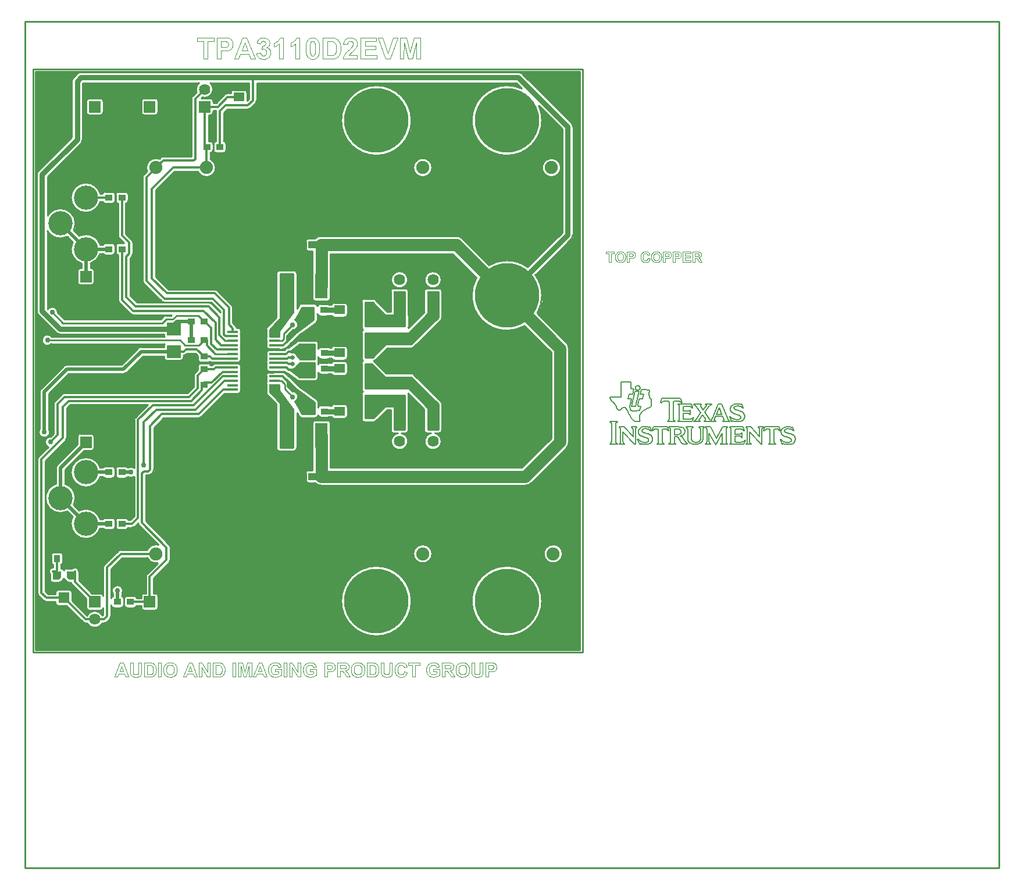
<source format=gbr>
*
G04 Job   : X:\EvmBoards\TPA3110D2\TPA3110D2EVM\PCB_Layout\TPA3110D2EVM.pcb*
G04 User  : DTA0209011:a0209011*
G04 Layer : TopCopper.gdr*
G04 Date  : Thu Mar 12 13:10:40 2009*
G04 Mentor Graphics Example Gerber Output Definition*
%ICAS*%
%MOIN*%
%FSLAX24Y24*%
%OFA0.0000B0.0000*%
G90*
G74*
%AMVB_RECTANGLE*
21,1,$1,$2,0,0,$3*
%
%AMVB_Custom_1.2x1.2mm Chamfer*
4,1,5,0.0000,0.0000,0.0472,0.0000,0.0472,0.0354,0.0354,0.0472,0.0000,0.0472,0.0000,0.0000,$1*
%
%ADD12C,0.00394*%
%ADD13C,0.00591*%
%ADD11C,0.00984*%
%ADD10C,0.01000*%
%ADD15C,0.01181*%
%ADD70C,0.01300*%
%ADD18C,0.01378*%
%ADD19C,0.01400*%
%ADD17C,0.01969*%
%ADD20C,0.02500*%
%ADD14C,0.02953*%
%ADD71C,0.03000*%
%ADD21C,0.04000*%
%ADD24C,0.06400*%
%ADD16C,0.06890*%
%ADD34C,0.07000*%
%ADD72C,0.07500*%
%ADD30C,0.13900*%
%ADD31C,0.19000*%
%ADD73C,0.37000*%
%ADD23VB_RECTANGLE,0.06400X0.06400X180.00000*%
%ADD35VB_RECTANGLE,0.07000X0.07000X270.00000*%
%ADD37VB_RECTANGLE,0.01200X0.06000X90.00000*%
%ADD32VB_RECTANGLE,0.03937X0.14567X270.00000*%
%ADD25VB_RECTANGLE,0.04000X0.03500X0.00000*%
%ADD29VB_RECTANGLE,0.04000X0.03500X270.00000*%
%ADD22VB_RECTANGLE,0.05000X0.06000X270.00000*%
%ADD26VB_RECTANGLE,0.06299X0.05906X180.00000*%
%ADD38VB_RECTANGLE,0.07100X0.07900X270.00000*%
%ADD36VB_RECTANGLE,0.09843X0.19685X0.00000*%
%ADD33VB_RECTANGLE,0.14000X0.07000X270.00000*%
%ADD27VB_Custom_1.2x1.2mm Chamfer,180.00000*%
%ADD28VB_Custom_1.2x1.2mm Chamfer,270.00000*%
G01*
G54D10*
X31496D01*
Y33465*
X0*
Y0*
X12348Y14932D03*
Y15232D03*
Y15532D03*
Y15832D03*
Y16132D03*
Y16432D03*
Y16732D03*
Y17032D03*
Y17332D03*
Y17632D03*
Y17932D03*
Y18232D03*
Y18532D03*
X12648Y14932D03*
Y15232D03*
Y15532D03*
Y15832D03*
Y16132D03*
Y16432D03*
Y16732D03*
Y17032D03*
Y17332D03*
Y17632D03*
Y17932D03*
Y18232D03*
Y18532D03*
X12948Y14932D03*
Y15232D03*
Y15532D03*
Y15832D03*
Y16132D03*
Y16432D03*
Y16732D03*
Y17032D03*
Y17332D03*
Y17632D03*
Y17932D03*
Y18232D03*
Y18532D03*
G54D11*
X-443Y-12352D02*
X55364D01*
Y36171*
X-443*
Y-12352*
X148Y148D02*
X31348D01*
Y33317*
X148*
Y148*
X177Y33317D02*
Y148D01*
X266D02*
Y3359D01*
Y11149D02*
Y19393D01*
Y27595D02*
Y33317D01*
X354Y3233D02*
Y148D01*
Y12522D02*
Y11275D01*
Y19299D02*
Y12754D01*
Y33317D02*
Y27690D01*
X443Y148D02*
Y3144D01*
Y11363D02*
Y12397D01*
Y15118D02*
Y19210D01*
Y27778D02*
Y33317D01*
X531Y3056D02*
Y148D01*
Y12343D02*
Y11452D01*
Y17797D02*
Y15209D01*
Y19122D02*
Y18030D01*
Y33317D02*
Y27867D01*
X620Y148D02*
Y2968D01*
Y11541D02*
Y12322D01*
Y15297D02*
Y17673D01*
Y18154D02*
Y19033D01*
Y27955D02*
Y33317D01*
X709Y2921D02*
Y148D01*
Y10989D02*
Y3519D01*
Y11951D02*
Y11629D01*
Y12326D02*
Y12183D01*
Y17619D02*
Y15386D01*
Y18944D02*
Y18208D01*
Y33317D02*
Y28044D01*
X797Y148D02*
Y2913D01*
Y3430D02*
Y8485D01*
Y9231D02*
Y11077D01*
Y11718D02*
Y11826D01*
Y15474D02*
Y17597D01*
Y18229D02*
Y18856D01*
Y28132D02*
Y33317D01*
X827Y17913D02*
X8435D01*
X8720Y17628*
X9518*
X9803Y17913*
X9824*
X886Y2913D02*
Y148D01*
Y8340D02*
Y3366D01*
Y11166D02*
Y9377D01*
Y12426D02*
Y12361D01*
Y17602D02*
Y15563D01*
Y18767D02*
Y18225D01*
Y24088D02*
Y19740D01*
Y27330D02*
Y25125D01*
Y33317D02*
Y28221D01*
X974Y148D02*
Y2913D01*
Y3366D02*
Y4503D01*
Y4808D02*
Y8239D01*
Y9477D02*
Y11255D01*
Y12383D02*
Y14900D01*
Y15651D02*
Y17633D01*
Y18194D02*
Y18679D01*
Y19798D02*
Y23987D01*
Y25225D02*
Y27419D01*
Y28310D02*
Y33317D01*
X1004Y12067D02*
X1014D01*
X1063Y2913D02*
Y148D01*
Y4035D02*
Y3366D01*
Y5091D02*
Y4868D01*
Y8164D02*
Y5675D01*
Y11343D02*
Y9552D01*
Y14988D02*
Y12436D01*
Y17697D02*
Y15740D01*
Y18590D02*
Y18130D01*
Y23912D02*
Y19823D01*
Y27507D02*
Y25300D01*
Y33317D02*
Y28398D01*
X1102Y19508D02*
X1722Y18888D01*
X7411*
X7638Y19114*
X8012*
X8228Y19331*
X9469*
X9803Y18996*
X9824*
X1152Y148D02*
Y2913D01*
Y3366D02*
Y4016D01*
Y4882D02*
Y5024D01*
Y5742D02*
Y8107D01*
Y9610D02*
Y11432D01*
Y12525D02*
Y15077D01*
Y15829D02*
Y17697D01*
Y18130D02*
Y18501D01*
Y19821D02*
Y23855D01*
Y25358D02*
Y27596D01*
Y28487D02*
Y33317D01*
X1240Y2913D02*
Y148D01*
Y4016D02*
Y3366D01*
Y8064D02*
Y5750D01*
Y11520D02*
Y9653D01*
Y15166D02*
Y14403D01*
Y17697D02*
Y15917D01*
Y18413D02*
Y18130D01*
Y23812D02*
Y19794D01*
Y27685D02*
Y25401D01*
Y33317D02*
Y28575D01*
X1329Y148D02*
Y2737D01*
Y3543D02*
Y4016D01*
Y5750D02*
Y8032D01*
Y10691D02*
Y11609D01*
Y14493D02*
Y15254D01*
Y16006D02*
Y17697D01*
Y18130D02*
Y18325D01*
Y19730D02*
Y23780D01*
Y25433D02*
Y27773D01*
Y28664D02*
Y33317D01*
X1417Y2682D02*
Y148D01*
Y4016D02*
Y3598D01*
Y8010D02*
Y5750D01*
Y11698D02*
Y10809D01*
Y15343D02*
Y14582D01*
Y17697D02*
Y16094D01*
Y18271D02*
Y18130D01*
Y23758D02*
Y19547D01*
Y27862D02*
Y25454D01*
Y33317D02*
Y28753D01*
X1506Y148D02*
Y2677D01*
Y3602D02*
Y4016D01*
Y5750D02*
Y7999D01*
Y10897D02*
Y11786D01*
Y14671D02*
Y15431D01*
Y16183D02*
Y17697D01*
Y18130D02*
Y18249D01*
Y19411D02*
Y23747D01*
Y25466D02*
Y27950D01*
Y28841D02*
Y33317D01*
X1594Y2677D02*
Y148D01*
Y4048D02*
Y3602D01*
Y7996D02*
Y5745D01*
Y11875D02*
Y10986D01*
Y15520D02*
Y14759D01*
Y17697D02*
Y16271D01*
Y18248D02*
Y18130D01*
Y23744D02*
Y19322D01*
Y28039D02*
Y25468D01*
Y33317D02*
Y28930D01*
X1683Y148D02*
Y2677D01*
Y3602D02*
Y4133D01*
Y4808D02*
Y5078D01*
Y5688D02*
Y8003D01*
Y11075D02*
Y11963D01*
Y14839D02*
Y15608D01*
Y16360D02*
Y17697D01*
Y18130D02*
Y18248D01*
Y19233D02*
Y23751D01*
Y25462D02*
Y28127D01*
Y29018D02*
Y33317D01*
X1772Y2677D02*
Y148D01*
Y4245D02*
Y3602D01*
Y8019D02*
Y4712D01*
Y12052D02*
Y11163D01*
Y15697D02*
Y14870D01*
Y17697D02*
Y16447D01*
Y18248D02*
Y18130D01*
Y23767D02*
Y19145D01*
Y28216D02*
Y25446D01*
Y33317D02*
Y29107D01*
X1860Y148D02*
Y2677D01*
Y3602D02*
Y4133D01*
Y4808D02*
Y8045D01*
Y9672D02*
Y10500D01*
Y11252D02*
Y12140D01*
Y14872D02*
Y15786D01*
Y16494D02*
Y17697D01*
Y18130D02*
Y18248D01*
Y19104D02*
Y23793D01*
Y25420D02*
Y28305D01*
Y29195D02*
Y33317D01*
X1949Y2652D02*
Y148D01*
Y4048D02*
Y3602D01*
Y8081D02*
Y4823D01*
Y10589D02*
Y9635D01*
Y14011D02*
Y11340D01*
Y15874D02*
Y14872D01*
Y17697D02*
Y16506D01*
Y18248D02*
Y18130D01*
Y23829D02*
Y19104D01*
Y28393D02*
Y25383D01*
Y33317D02*
Y29284D01*
X2037Y148D02*
Y2564D01*
Y3602D02*
Y4016D01*
Y4823D02*
Y8020D01*
Y9586D02*
Y10677D01*
Y11429D02*
Y14099D01*
Y14872D02*
Y15963D01*
Y16506D02*
Y17697D01*
Y18130D02*
Y18248D01*
Y19104D02*
Y23758D01*
Y25334D02*
Y28482D01*
Y29373D02*
Y33317D01*
X2126Y2475D02*
Y148D01*
Y4016D02*
Y3598D01*
Y7931D02*
Y4823D01*
Y10766D02*
Y9521D01*
Y14188D02*
Y11518D01*
Y15974D02*
Y14872D01*
Y17697D02*
Y16506D01*
Y18248D02*
Y18130D01*
Y23669D02*
Y19104D01*
Y28570D02*
Y25269D01*
Y33317D02*
Y29461D01*
X2215Y148D02*
Y2387D01*
Y3543D02*
Y3928D01*
Y4823D02*
Y7106D01*
Y7658D02*
Y7843D01*
Y9436D02*
Y10059D01*
Y10611D02*
Y10854D01*
Y11606D02*
Y14203D01*
Y14872D02*
Y15974D01*
Y16506D02*
Y17697D01*
Y18130D02*
Y18248D01*
Y19104D02*
Y22854D01*
Y23406D02*
Y23581D01*
Y25184D02*
Y25807D01*
Y26359D02*
Y28659D01*
Y29550D02*
Y33317D01*
X2303Y2298D02*
Y148D01*
Y3833D02*
Y2938D01*
Y6920D02*
Y4859D01*
Y9873D02*
Y9320D01*
Y10943D02*
Y10796D01*
Y14203D02*
Y11695D01*
Y15974D02*
Y14872D01*
Y17697D02*
Y16506D01*
Y18248D02*
Y18130D01*
Y22668D02*
Y19104D01*
Y25621D02*
Y25068D01*
Y28747D02*
Y26544D01*
Y33317D02*
Y32974D01*
X2392Y148D02*
Y2209D01*
Y2850D02*
Y3745D01*
Y4882D02*
Y6804D01*
Y8417D02*
Y8582D01*
Y9134D02*
Y9756D01*
Y10913D02*
Y11032D01*
Y11783D02*
Y14203D01*
Y14872D02*
Y15974D01*
Y16506D02*
Y17697D01*
Y18130D02*
Y18248D01*
Y19104D02*
Y22552D01*
Y24155D02*
Y24330D01*
Y24882D02*
Y25504D01*
Y26661D02*
Y28836D01*
Y33064D02*
Y33317D01*
X2480Y2121D02*
Y148D01*
Y3656D02*
Y2761D01*
Y6719D02*
Y4868D01*
Y9671D02*
Y8329D01*
Y11120D02*
Y10998D01*
Y14203D02*
Y11872D01*
Y15974D02*
Y14872D01*
Y17697D02*
Y16506D01*
Y18248D02*
Y18130D01*
Y22467D02*
Y19104D01*
Y25420D02*
Y24067D01*
Y28925D02*
Y26746D01*
Y33317D02*
Y33152D01*
X2569Y148D02*
Y2032D01*
Y2673D02*
Y3568D01*
Y4808D02*
Y6654D01*
Y8240D02*
Y9607D01*
Y11062D02*
Y11209D01*
Y12465D02*
Y14203D01*
Y14872D02*
Y15974D01*
Y16506D02*
Y17697D01*
Y18130D02*
Y18248D01*
Y19104D02*
Y21148D01*
Y21963D02*
Y22402D01*
Y23978D02*
Y25355D01*
Y26810D02*
Y29013D01*
Y33233D02*
Y33317D01*
X2657Y1944D02*
Y148D01*
Y3479D02*
Y2584D01*
Y6605D02*
Y4119D01*
Y9558D02*
Y8159D01*
Y11297D02*
Y11112D01*
Y14203D02*
Y12535D01*
Y15974D02*
Y14872D01*
Y17697D02*
Y16506D01*
Y18248D02*
Y18130D01*
Y21077D02*
Y19104D01*
Y22353D02*
Y22033D01*
Y25306D02*
Y23907D01*
Y29102D02*
Y26860D01*
X2746Y148D02*
Y1855D01*
Y2495D02*
Y3390D01*
Y4031D02*
Y6568D01*
Y8196D02*
Y9521D01*
Y11148D02*
Y11386D01*
Y12544D02*
Y14203D01*
Y14872D02*
Y15974D01*
Y16506D02*
Y17697D01*
Y18130D02*
Y18248D01*
Y19104D02*
Y21068D01*
Y22042D02*
Y22316D01*
Y23944D02*
Y25269D01*
Y26896D02*
Y29190D01*
X2835Y1766D02*
Y148D01*
Y3302D02*
Y2407D01*
Y6542D02*
Y3942D01*
Y9495D02*
Y8221D01*
Y11475D02*
Y11174D01*
Y14203D02*
Y12544D01*
Y15974D02*
Y14872D01*
Y17697D02*
Y16506D01*
Y18248D02*
Y18130D01*
Y21068D02*
Y19104D01*
Y25243D02*
Y23969D01*
Y29320D02*
Y26922D01*
X2923Y148D02*
Y1696D01*
Y2318D02*
Y3213D01*
Y3854D02*
Y6526D01*
Y8237D02*
Y9479D01*
Y11190D02*
Y11563D01*
Y12544D02*
Y14203D01*
Y14872D02*
Y15974D01*
Y16506D02*
Y17697D01*
Y18130D02*
Y18248D01*
Y19104D02*
Y21068D01*
Y23985D02*
Y25227D01*
Y26938D02*
Y32657D01*
X3012Y1673D02*
Y148D01*
Y3125D02*
Y2230D01*
Y6520D02*
Y3765D01*
Y9473D02*
Y8244D01*
Y11570D02*
Y11197D01*
Y14203D02*
Y12544D01*
Y15974D02*
Y14872D01*
Y17697D02*
Y16506D01*
Y18248D02*
Y18130D01*
Y21068D02*
Y19104D01*
Y25221D02*
Y23992D01*
Y32657D02*
Y26945D01*
X3100Y148D02*
Y1673D01*
Y2141D02*
Y2470D01*
Y3676D02*
Y6522D01*
Y8241D02*
Y9475D01*
Y11194D02*
Y11570D01*
Y12544D02*
Y14203D01*
Y14872D02*
Y15974D01*
Y16506D02*
Y17697D01*
Y18130D02*
Y18248D01*
Y19104D02*
Y21068D01*
Y23989D02*
Y25223D01*
Y26942D02*
Y30866D01*
Y31733D02*
Y32657D01*
X3189Y1569D02*
Y148D01*
Y2420D02*
Y2238D01*
Y6534D02*
Y3588D01*
Y9487D02*
Y8230D01*
Y11570D02*
Y11182D01*
Y14203D02*
Y12544D01*
Y15974D02*
Y14872D01*
Y17697D02*
Y16506D01*
Y18248D02*
Y18130D01*
Y21068D02*
Y19104D01*
Y25235D02*
Y23978D01*
Y30815D02*
Y26930D01*
Y32657D02*
Y31783D01*
X3278Y148D02*
Y1495D01*
Y2312D02*
Y2416D01*
Y3499D02*
Y6555D01*
Y8208D02*
Y9508D01*
Y11161D02*
Y11570D01*
Y12544D02*
Y14203D01*
Y14872D02*
Y15974D01*
Y16506D02*
Y17697D01*
Y18130D02*
Y18248D01*
Y19104D02*
Y21068D01*
Y23956D02*
Y25256D01*
Y26909D02*
Y30812D01*
Y31787D02*
Y32657D01*
X3366Y1450D02*
Y148D01*
Y2416D02*
Y2358D01*
Y6587D02*
Y3411D01*
Y9540D02*
Y8177D01*
Y11570D02*
Y11129D01*
Y14203D02*
Y12544D01*
Y15974D02*
Y14872D01*
Y17697D02*
Y16506D01*
Y18248D02*
Y18130D01*
Y21068D02*
Y19104D01*
Y22335D02*
Y22042D01*
Y25288D02*
Y23925D01*
Y30812D02*
Y26877D01*
Y32657D02*
Y31787D01*
X3455Y148D02*
Y1424D01*
Y3391D02*
Y6631D01*
Y8133D02*
Y9583D01*
Y11086D02*
Y11605D01*
Y12509D02*
Y14203D01*
Y14872D02*
Y15974D01*
Y16506D02*
Y17697D01*
Y18130D02*
Y18248D01*
Y19104D02*
Y21103D01*
Y22007D02*
Y22379D01*
Y23881D02*
Y25331D01*
Y26834D02*
Y30812D01*
Y31787D02*
Y32657D01*
X3543Y1416D02*
Y148D01*
Y6688D02*
Y3391D01*
Y9641D02*
Y8076D01*
Y14203D02*
Y11029D01*
Y15974D02*
Y14872D01*
Y17697D02*
Y16506D01*
Y18248D02*
Y18130D01*
Y22436D02*
Y19104D01*
Y25389D02*
Y23824D01*
Y30812D02*
Y26777D01*
Y32657D02*
Y31787D01*
X3632Y148D02*
Y1424D01*
Y3391D02*
Y6763D01*
Y8001D02*
Y9716D01*
Y10954D02*
Y14203D01*
Y14872D02*
Y15974D01*
Y16506D02*
Y17697D01*
Y18130D02*
Y18248D01*
Y19104D02*
Y22511D01*
Y23749D02*
Y25464D01*
Y26702D02*
Y30812D01*
Y31787D02*
Y32657D01*
X3720Y1450D02*
Y148D01*
Y2416D02*
Y2358D01*
Y6863D02*
Y3391D01*
Y9816D02*
Y7900D01*
Y14203D02*
Y10853D01*
Y15974D02*
Y14872D01*
Y17697D02*
Y16506D01*
Y18248D02*
Y18130D01*
Y22611D02*
Y19104D01*
Y25564D02*
Y23648D01*
Y30812D02*
Y26601D01*
Y32657D02*
Y31787D01*
X3809Y148D02*
Y1495D01*
Y2312D02*
Y2416D01*
Y3391D02*
Y7009D01*
Y7755D02*
Y9962D01*
Y10707D02*
Y14203D01*
Y14872D02*
Y15974D01*
Y16506D02*
Y17697D01*
Y18130D02*
Y18248D01*
Y19104D02*
Y22757D01*
Y23503D02*
Y25710D01*
Y26456D02*
Y30812D01*
Y31787D02*
Y32657D01*
X3863Y30812D02*
G03X4031Y30979J167D01*
G01Y31619*
G03X3863Y31787I168*
G01X3223*
G03X3056Y31619J168*
G01Y30979*
G03X3223Y30812I167*
G01X3863*
X3898Y1569D02*
Y148D01*
Y2420D02*
Y2238D01*
Y7116D02*
Y3387D01*
Y10069D02*
Y7648D01*
Y14203D02*
Y10600D01*
Y15974D02*
Y14872D01*
Y17697D02*
Y16506D01*
Y18248D02*
Y18130D01*
Y22864D02*
Y19104D01*
Y25856D02*
Y23396D01*
Y30815D02*
Y26309D01*
Y32657D02*
Y31783D01*
X3986Y148D02*
Y1673D01*
Y2141D02*
Y2470D01*
Y3337D02*
Y7116D01*
Y7648D02*
Y10069D01*
Y10600D02*
Y14203D01*
Y14872D02*
Y15974D01*
Y16506D02*
Y17697D01*
Y18130D02*
Y18248D01*
Y19104D02*
Y22864D01*
Y23396D02*
Y25856D01*
Y26309D02*
Y30866D01*
Y31733D02*
Y32657D01*
X4075Y1673D02*
Y148D01*
Y7057D02*
Y5023D01*
Y10010D02*
Y7707D01*
Y14203D02*
Y10659D01*
Y15974D02*
Y14872D01*
Y17697D02*
Y16506D01*
Y18248D02*
Y18130D01*
Y22805D02*
Y19104D01*
Y25758D02*
Y23455D01*
Y32657D02*
Y26407D01*
X4163Y148D02*
Y1696D01*
Y5113D02*
Y7040D01*
Y7724D02*
Y9992D01*
Y10677D02*
Y14203D01*
Y14872D02*
Y15974D01*
Y16506D02*
Y17697D01*
Y18130D02*
Y18248D01*
Y19104D02*
Y22788D01*
Y23472D02*
Y25740D01*
Y26425D02*
Y32657D01*
X4252Y1766D02*
Y148D01*
Y7040D02*
Y5202D01*
Y9992D02*
Y7724D01*
Y14203D02*
Y10677D01*
Y15974D02*
Y14872D01*
Y17697D02*
Y16506D01*
Y18248D02*
Y18130D01*
Y22788D02*
Y19104D01*
Y25740D02*
Y23472D01*
Y32657D02*
Y26425D01*
X4341Y148D02*
Y1855D01*
Y5291D02*
Y7040D01*
Y7724D02*
Y9992D01*
Y10677D02*
Y14203D01*
Y14872D02*
Y15974D01*
Y16506D02*
Y17697D01*
Y18130D02*
Y18248D01*
Y19104D02*
Y22788D01*
Y23472D02*
Y25740D01*
Y26425D02*
Y32657D01*
X4429Y1946D02*
Y148D01*
Y7040D02*
Y5379D01*
Y9992D02*
Y7724D01*
Y14203D02*
Y10677D01*
Y15974D02*
Y14872D01*
Y17697D02*
Y16506D01*
Y18248D02*
Y18130D01*
Y22788D02*
Y19104D01*
Y25740D02*
Y23472D01*
Y32657D02*
Y26425D01*
X4518Y148D02*
Y2616D01*
Y3191D02*
Y4827D01*
Y5468D02*
Y7040D01*
Y7724D02*
Y9992D01*
Y10677D02*
Y14203D01*
Y14872D02*
Y15974D01*
Y16506D02*
Y17697D01*
Y18130D02*
Y18248D01*
Y19104D02*
Y22788D01*
Y23472D02*
Y25740D01*
Y26425D02*
Y32657D01*
X4549Y7040D02*
G03X4717Y7207J167D01*
G01Y7557*
G03X4549Y7724I168*
G01X4149*
G03X4009Y7648J167*
G01X3852*
G03X3031Y8244I821J266*
X2652Y8156J862*
G01X2343Y8466*
G03X2437Y8858I768J392*
X1841Y9679I862*
G01Y10480*
X2930Y11570*
X3351*
G03X3519Y11737J167*
G01Y12377*
G03X3351Y12544I168*
G01X2711*
G03X2544Y12377J167*
G01Y11936*
X1387Y10779*
G03X1309Y10591I188J188*
G01Y9679*
G03X712Y8858I266J821*
X1575Y7996I863*
X1967Y8090J862*
G01X2270Y7787*
G03X2169Y7382I761J405*
X3031Y6520I862*
X3852Y7116J862*
G01X4009*
G03X4149Y7040I140J91*
G01X4549*
Y9992D02*
G03X4717Y10160J168D01*
G01Y10510*
G03X4549Y10677I168*
G01X4149*
G03X4009Y10600J167*
G01X3852*
G03X3031Y11197I821J265*
X2169Y10335J862*
X3031Y9472I862*
X3852Y10069J863*
G01X4009*
G03X4149Y9992I140J91*
G01X4549*
Y25740D02*
G03X4717Y25908J168D01*
G01Y26258*
G03X4549Y26425I168*
G01X4149*
G03X3990Y26309J167*
G01X3864*
G03X3031Y26945I833J226*
X2169Y26083J862*
X3031Y25220I862*
X3864Y25856J863*
G01X3990*
G03X4149Y25740I159J52*
G01X4549*
X4606Y2565D02*
Y148D01*
Y4916D02*
Y3755D01*
Y7050D02*
Y5556D01*
Y10002D02*
Y7714D01*
Y14203D02*
Y10667D01*
Y15974D02*
Y14872D01*
Y17697D02*
Y16506D01*
Y18248D02*
Y18130D01*
Y22798D02*
Y19104D01*
Y25750D02*
Y23462D01*
Y32657D02*
Y26415D01*
X4695Y148D02*
Y2561D01*
Y3824D02*
Y5005D01*
Y5645D02*
Y7124D01*
Y7640D02*
Y10077D01*
Y10592D02*
Y14203D01*
Y14872D02*
Y15974D01*
Y16506D02*
Y17697D01*
Y18130D02*
Y18248D01*
Y19104D02*
Y22872D01*
Y23388D02*
Y25825D01*
Y26340D02*
Y32657D01*
X4783Y2561D02*
Y148D01*
Y5093D02*
Y3855D01*
Y7086D02*
Y5734D01*
Y10039D02*
Y7678D01*
Y14203D02*
Y10630D01*
Y15974D02*
Y14872D01*
Y17697D02*
Y16506D01*
Y18248D02*
Y18130D01*
Y22834D02*
Y19104D01*
Y25787D02*
Y23426D01*
Y32657D02*
Y26378D01*
X4843Y2904D02*
X4842D01*
X4872Y148D02*
Y2561D01*
Y3859D02*
Y5182D01*
Y5822D02*
Y7042D01*
Y7722D02*
Y9995D01*
Y10675D02*
Y14203D01*
Y14872D02*
Y15974D01*
Y16506D02*
Y17697D01*
Y18130D02*
Y18248D01*
Y19104D02*
Y22790D01*
Y23470D02*
Y25743D01*
Y26423D02*
Y32657D01*
X4961Y2561D02*
Y148D01*
Y5270D02*
Y3838D01*
Y7040D02*
Y5875D01*
Y9992D02*
Y7724D01*
Y14203D02*
Y10677D01*
Y15974D02*
Y14872D01*
Y17697D02*
Y16506D01*
Y18248D02*
Y18130D01*
Y20044D02*
Y19104D01*
Y23735D02*
Y23472D01*
Y32657D02*
Y26425D01*
X5049Y148D02*
Y2561D01*
Y3784D02*
Y5359D01*
Y5886D02*
Y7040D01*
Y7724D02*
Y9992D01*
Y10677D02*
Y14203D01*
Y14872D02*
Y15974D01*
Y16506D02*
Y17697D01*
Y18130D02*
Y18248D01*
Y19104D02*
Y19955D01*
Y23472D02*
Y23646D01*
Y26425D02*
Y32657D01*
X5138Y2592D02*
Y148D01*
Y3427D02*
Y3215D01*
Y5433D02*
Y3660D01*
Y7040D02*
Y5886D01*
Y9992D02*
Y7724D01*
Y14203D02*
Y10677D01*
Y15974D02*
Y14872D01*
Y17697D02*
Y16577D01*
Y18248D02*
Y18130D01*
Y19867D02*
Y19104D01*
Y23558D02*
Y23472D01*
Y32657D02*
Y26425D01*
X5226Y148D02*
Y2702D01*
Y3105D02*
Y5433D01*
Y5886D02*
Y7040D01*
Y7724D02*
Y9992D01*
Y10677D02*
Y14203D01*
Y14872D02*
Y15979D01*
Y16665D02*
Y17697D01*
Y18130D02*
Y18248D01*
Y19104D02*
Y19778D01*
Y26425D02*
Y32657D01*
X5315Y2580D02*
Y148D01*
Y5433D02*
Y3227D01*
Y7040D02*
Y5886D01*
Y9993D02*
Y7723D01*
Y14203D02*
Y10676D01*
Y16013D02*
Y14872D01*
Y17697D02*
Y16754D01*
Y18248D02*
Y18130D01*
Y19690D02*
Y19104D01*
Y32657D02*
Y26424D01*
X5404Y148D02*
Y2561D01*
Y3246D02*
Y5433D01*
Y5886D02*
Y7076D01*
Y7688D02*
Y10029D01*
Y10641D02*
Y14203D01*
Y14872D02*
Y16091D01*
Y16842D02*
Y17697D01*
Y18130D02*
Y18248D01*
Y19104D02*
Y19601D01*
Y23932D02*
Y25777D01*
Y26389D02*
Y32657D01*
X5492Y2561D02*
Y148D01*
Y5433D02*
Y3246D01*
Y7156D02*
Y5886D01*
Y10040D02*
Y7608D01*
Y14203D02*
Y10629D01*
Y16179D02*
Y14872D01*
Y17697D02*
Y16931D01*
Y18248D02*
Y18130D01*
Y19513D02*
Y19104D01*
Y32657D02*
Y23844D01*
X5581Y148D02*
Y2561D01*
Y3246D02*
Y5433D01*
Y5886D02*
Y7156D01*
Y7608D02*
Y10019D01*
Y10651D02*
Y14203D01*
Y14872D02*
Y16268D01*
Y17020D02*
Y17697D01*
Y18130D02*
Y18248D01*
Y19104D02*
Y19424D01*
Y20448D02*
Y22623D01*
Y23755D02*
Y32657D01*
X5669Y2561D02*
Y148D01*
Y5433D02*
Y3246D01*
Y7156D02*
Y5886D01*
Y10023D02*
Y7692D01*
Y14203D02*
Y10646D01*
Y16356D02*
Y14872D01*
Y17697D02*
Y17108D01*
Y18248D02*
Y18130D01*
Y19365D02*
Y19104D01*
Y22711D02*
Y20360D01*
Y32657D02*
Y23667D01*
X5758Y148D02*
Y2561D01*
Y3246D02*
Y5433D01*
Y5886D02*
Y7170D01*
Y7781D02*
Y10054D01*
Y10616D02*
Y14203D01*
Y14872D02*
Y16445D01*
Y17197D02*
Y17697D01*
Y18130D02*
Y18248D01*
Y19104D02*
Y19350D01*
Y20271D02*
Y32657D01*
X5846Y2570D02*
Y148D01*
Y5433D02*
Y3237D01*
Y7229D02*
Y5886D01*
Y14203D02*
Y13478D01*
Y16534D02*
Y14872D01*
Y17697D02*
Y17285D01*
Y18248D02*
Y18130D01*
Y19350D02*
Y19104D01*
Y32657D02*
Y20182D01*
X5935Y148D02*
Y2643D01*
Y3165D02*
Y5433D01*
Y5886D02*
Y7318D01*
Y13568D02*
Y14203D01*
Y14872D02*
Y16622D01*
Y17374D02*
Y17697D01*
Y18130D02*
Y18248D01*
Y19104D02*
Y19350D01*
Y20094D02*
Y32657D01*
X6024Y2677D02*
Y148D01*
Y5433D02*
Y3130D01*
Y7406D02*
Y5886D01*
Y14203D02*
Y13657D01*
Y16711D02*
Y14872D01*
Y17697D02*
Y17462D01*
Y18248D02*
Y18130D01*
Y19350D02*
Y19104D01*
Y32657D02*
Y20069D01*
X6112Y148D02*
Y2677D01*
Y3130D02*
Y5433D01*
Y5886D02*
Y7259D01*
Y13745D02*
Y14203D01*
Y14872D02*
Y16799D01*
Y17514D02*
Y17697D01*
Y18130D02*
Y18248D01*
Y19104D02*
Y19350D01*
Y20069D02*
Y32657D01*
X6201Y2677D02*
Y148D01*
Y5433D02*
Y3130D01*
Y7170D02*
Y5886D01*
Y14203D02*
Y13834D01*
Y16888D02*
Y14872D01*
Y17697D02*
Y17530D01*
Y18248D02*
Y18130D01*
Y19350D02*
Y19104D01*
Y32657D02*
Y20069D01*
X6289Y148D02*
Y2439D01*
Y3369D02*
Y5433D01*
Y5886D02*
Y7081D01*
Y13923D02*
Y14203D01*
Y14872D02*
Y16977D01*
Y17530D02*
Y17697D01*
Y18130D02*
Y18248D01*
Y19104D02*
Y19350D01*
Y20069D02*
Y21253D01*
Y27330D02*
Y30834D01*
Y31764D02*
Y32657D01*
X6378Y2416D02*
Y148D01*
Y5433D02*
Y3391D01*
Y6993D02*
Y5886D01*
Y14203D02*
Y14011D01*
Y16998D02*
Y14872D01*
Y17697D02*
Y17530D01*
Y18248D02*
Y18130D01*
Y19350D02*
Y19104D01*
Y21127D02*
Y20069D01*
Y30812D02*
Y27456D01*
Y32657D02*
Y31787D01*
X6467Y148D02*
Y2416D01*
Y3391D02*
Y5433D01*
Y5886D02*
Y6904D01*
Y14100D02*
Y14203D01*
Y14872D02*
Y16998D01*
Y17530D02*
Y17697D01*
Y18130D02*
Y18248D01*
Y19104D02*
Y19350D01*
Y20069D02*
Y21038D01*
Y27545D02*
Y30812D01*
Y31787D02*
Y32657D01*
X6555Y2416D02*
Y148D01*
Y5411D02*
Y4543D01*
Y6816D02*
Y5907D01*
Y10167D02*
Y7456D01*
Y16998D02*
Y14872D01*
Y17697D02*
Y17530D01*
Y18248D02*
Y18130D01*
Y19350D02*
Y19104D01*
Y20950D02*
Y20069D01*
Y30812D02*
Y28053D01*
Y32657D02*
Y31787D01*
X6644Y148D02*
Y2416D01*
Y4631D02*
Y5286D01*
Y6032D02*
Y6727D01*
Y7367D02*
Y10168D01*
Y14872D02*
Y16998D01*
Y17530D02*
Y17697D01*
Y18130D02*
Y18248D01*
Y19104D02*
Y19350D01*
Y20069D02*
Y20861D01*
Y28178D02*
Y30812D01*
Y31787D02*
Y32657D01*
X6732Y2416D02*
Y148D01*
Y5211D02*
Y4720D01*
Y6639D02*
Y6108D01*
Y10195D02*
Y7279D01*
Y16998D02*
Y14872D01*
Y17697D02*
Y17530D01*
Y18248D02*
Y18130D01*
Y19350D02*
Y19104D01*
Y20772D02*
Y20069D01*
Y30812D02*
Y28253D01*
Y32657D02*
Y31787D01*
X6821Y148D02*
Y2416D01*
Y4808D02*
Y5162D01*
Y6157D02*
Y6550D01*
Y7190D02*
Y10270D01*
Y14872D02*
Y16998D01*
Y17530D02*
Y17697D01*
Y18130D02*
Y18248D01*
Y19104D02*
Y19350D01*
Y20069D02*
Y20684D01*
Y28302D02*
Y30812D01*
Y31787D02*
Y32657D01*
X6909Y2416D02*
Y148D01*
Y5132D02*
Y4897D01*
Y6461D02*
Y6186D01*
Y10380D02*
Y7102D01*
Y16998D02*
Y14872D01*
Y17697D02*
Y17530D01*
Y18248D02*
Y18130D01*
Y19350D02*
Y19104D01*
Y20595D02*
Y20069D01*
Y30812D02*
Y28332D01*
Y32657D02*
Y31787D01*
X6998Y148D02*
Y2416D01*
Y3391D02*
Y4345D01*
Y4986D02*
Y5119D01*
Y6200D02*
Y6373D01*
Y7013D02*
Y12967D01*
Y14872D02*
Y16998D01*
Y17530D02*
Y17697D01*
Y18130D02*
Y18248D01*
Y19104D02*
Y19350D01*
Y20069D02*
Y20507D01*
Y28346D02*
Y30812D01*
Y31787D02*
Y32657D01*
X7013Y30812D02*
G03X7180Y30979J167D01*
G01Y31619*
G03X7013Y31787I167*
G01X6373*
G03X6206Y31619J168*
G01Y30979*
G03X6373Y30812I167*
G01X7013*
X7087Y2433D02*
Y148D01*
Y4434D02*
Y3374D01*
Y6284D02*
Y6200D01*
Y13056D02*
Y6924D01*
Y16998D02*
Y14872D01*
Y17697D02*
Y17530D01*
Y18248D02*
Y18130D01*
Y19350D02*
Y19104D01*
Y20418D02*
Y20069D01*
Y26540D02*
Y21511D01*
Y30829D02*
Y28345D01*
Y32657D02*
Y31769D01*
X7175Y148D02*
Y2543D01*
Y3264D02*
Y4522D01*
Y6836D02*
Y13144D01*
Y14872D02*
Y16998D01*
Y17530D02*
Y17697D01*
Y18130D02*
Y18248D01*
Y19104D02*
Y19350D01*
Y20069D02*
Y20329D01*
Y21423D02*
Y26629D01*
Y28330D02*
Y30938D01*
Y31660D02*
Y32657D01*
X7191Y6179D02*
G03X7037Y6202I154J520D01*
X6545Y5886J543*
G01X5030*
G03X4869Y5820J227*
G01X4092Y5042*
G03X4026Y4882I160J160*
G01Y3264*
G03X3863Y3391I163J40*
G01X3386*
X2628Y4149*
Y4656*
G03X2402Y4882I226*
X2249Y4823J226*
G01X1929*
G03X1772Y4712J167*
X1614Y4823I158J56*
G01X1604*
Y5024*
G03X1720Y5183I51J159*
G01Y5583*
G03X1553Y5750I167*
G01X1203*
G03X1036Y5583J167*
G01Y5183*
G03X1152Y5024I167*
G01Y4882*
X1142*
G03X915Y4656J226*
X974Y4503I227*
G01Y4183*
G03X1142Y4016I168*
G01X1496*
G03X1614Y4065J167*
G01X1732Y4183*
G03X1772Y4245I118J118*
X1811Y4183I157J56*
G01X1929Y4065*
G03X2047Y4016I118J118*
G01X2179*
G03X2242Y3895I223J39*
G01X3056Y3081*
Y2584*
G03X3223Y2416I167*
G01X3863*
G03X4026Y2543J168*
G01Y2180*
X3975Y2130*
G03X3543Y2391I432J226*
X3112Y2130J487*
G01X2254Y2987*
Y3435*
G03X2087Y3602I167*
G01X1457*
G03X1289Y3435J167*
G01Y3366*
X861*
X709Y3519*
Y10989*
X1873Y12153*
G03X1939Y12313I160J160*
G01Y14001*
X2141Y14203*
X6570*
X5864Y13497*
G03X5797Y13337I160J160*
G01Y10591*
G03X5610Y10652I187J256*
X5439Y10602J317*
X5299Y10677I140J92*
G01X4899*
G03X4732Y10510J167*
G01Y10160*
G03X4899Y9992I167*
G01X5299*
G03X5439Y10067J168*
X5610Y10017I171J268*
X5797Y10078J318*
G01Y7820*
X5585Y7608*
X5459*
G03X5299Y7724I160J51*
G01X4899*
G03X4732Y7557J167*
G01Y7207*
G03X4899Y7040I167*
G01X5299*
G03X5459Y7156J167*
G01X5679*
G03X5839Y7222J226*
G01X6026Y7409*
G03X6090Y7281I224J32*
G01X7191Y6179*
X7264Y4611D02*
Y148D01*
Y13233D02*
Y6747D01*
Y16998D02*
Y14872D01*
Y17697D02*
Y17530D01*
Y18248D02*
Y18130D01*
Y19350D02*
Y19104D01*
Y20241D02*
Y20069D01*
Y26717D02*
Y21334D01*
Y32657D02*
Y28342D01*
X7352Y148D02*
Y4700D01*
Y6659D02*
Y13322D01*
Y14872D02*
Y16998D01*
Y17530D02*
Y17697D01*
Y18130D02*
Y18248D01*
Y19135D02*
Y19350D01*
Y20069D02*
Y20152D01*
Y21245D02*
Y26806D01*
Y28417D02*
Y32657D01*
X7441Y4788D02*
Y148D01*
Y13410D02*
Y6570D01*
Y16998D02*
Y14872D01*
Y17697D02*
Y17530D01*
Y18248D02*
Y18130D01*
Y19350D02*
Y19224D01*
Y26894D02*
Y21157D01*
Y32657D02*
Y28444D01*
X7530Y148D02*
Y4877D01*
Y6482D02*
Y13445D01*
Y14872D02*
Y16827D01*
Y21068D02*
Y26983D01*
Y28445D02*
Y32657D01*
X7618Y4965D02*
Y148D01*
Y13445D02*
Y6393D01*
Y16751D02*
Y14872D01*
Y27072D02*
Y20980D01*
Y32657D02*
Y28445D01*
X7707Y148D02*
Y5054D01*
Y6304D02*
Y13445D01*
Y14872D02*
Y16741D01*
Y20891D02*
Y27160D01*
Y28445D02*
Y32657D01*
X7795Y5142D02*
Y148D01*
Y13445D02*
Y6216D01*
Y16741D02*
Y14872D01*
Y27249D02*
Y20827D01*
Y32657D02*
Y28445D01*
X7884Y148D02*
Y13445D01*
Y14872D02*
Y16741D01*
Y20827D02*
Y27337D01*
Y28445D02*
Y32657D01*
X7972Y13445D02*
Y148D01*
Y16741D02*
Y14872D01*
Y27426D02*
Y20827D01*
Y32657D02*
Y28445D01*
X8061Y148D02*
Y13445D01*
Y14872D02*
Y16741D01*
Y20827D02*
Y27514D01*
Y28445D02*
Y32657D01*
X8150Y13445D02*
Y148D01*
Y16741D02*
Y14872D01*
Y27579D02*
Y20827D01*
Y32657D02*
Y28445D01*
X8238Y148D02*
Y13445D01*
Y14872D02*
Y16741D01*
Y20827D02*
Y27579D01*
Y28445D02*
Y32657D01*
X8327Y13445D02*
Y148D01*
Y16741D02*
Y14872D01*
Y27579D02*
Y20827D01*
Y32657D02*
Y28445D01*
X8415Y148D02*
Y13445D01*
Y14872D02*
Y16741D01*
Y20827D02*
Y27579D01*
Y28445D02*
Y32657D01*
X8504Y13445D02*
Y148D01*
Y16745D02*
Y14872D01*
Y27579D02*
Y20827D01*
Y32657D02*
Y28445D01*
X8593Y148D02*
Y13445D01*
Y14872D02*
Y16799D01*
Y20827D02*
Y27579D01*
Y28445D02*
Y32657D01*
X8681Y13445D02*
Y148D01*
Y17043D02*
Y14872D01*
Y27579D02*
Y20827D01*
Y32657D02*
Y28445D01*
X8770Y148D02*
Y13445D01*
Y14872D02*
Y17084D01*
Y20827D02*
Y27579D01*
Y28445D02*
Y32657D01*
X8858Y13445D02*
Y148D01*
Y17165D02*
Y14887D01*
Y27579D02*
Y20827D01*
Y32657D02*
Y28445D01*
X8947Y148D02*
Y13445D01*
Y14976D02*
Y17165D01*
Y20827D02*
Y27579D01*
Y28445D02*
Y32657D01*
X9035Y13445D02*
Y148D01*
Y17165D02*
Y15064D01*
Y27579D02*
Y20827D01*
Y32657D02*
Y28445D01*
X9124Y148D02*
Y13445D01*
Y15153D02*
Y17165D01*
Y20827D02*
Y27579D01*
Y31899D02*
Y32657D01*
X9213Y13445D02*
Y148D01*
Y17165D02*
Y15241D01*
Y27579D02*
Y20827D01*
Y32657D02*
Y31989D01*
X9301Y148D02*
Y13445D01*
Y16058D02*
Y17160D01*
Y20827D02*
Y27579D01*
Y32078D02*
Y32657D01*
X9390Y13445D02*
Y148D01*
Y17072D02*
Y16147D01*
Y27579D02*
Y20827D01*
Y32657D02*
Y32479D01*
X9478Y148D02*
Y13445D01*
Y16498D02*
Y16721D01*
Y20827D02*
Y27522D01*
X9567Y13456D02*
Y148D01*
Y16646D02*
Y16573D01*
Y27412D02*
Y20827D01*
X9656Y148D02*
Y13509D01*
Y16582D02*
Y16636D01*
Y20827D02*
Y27344D01*
X9744Y13597D02*
Y148D01*
Y16636D02*
Y16582D01*
Y27300D02*
Y20827D01*
X9833Y148D02*
Y13686D01*
Y16582D02*
Y16636D01*
Y20827D02*
Y27274D01*
X9921Y13774D02*
Y148D01*
Y16636D02*
Y16582D01*
Y27263D02*
Y20827D01*
X10010Y148D02*
Y13863D01*
Y16582D02*
Y16636D01*
Y20827D02*
Y27267D01*
Y31787D02*
Y31842D01*
X10098Y13952D02*
Y148D01*
Y16654D02*
Y16565D01*
Y27286D02*
Y20827D01*
Y30812D02*
Y29329D01*
Y31884D02*
Y31787D01*
X10187Y148D02*
Y14040D01*
Y16467D02*
Y16648D01*
Y20827D02*
Y27322D01*
Y28288D02*
Y28646D01*
Y29326D02*
Y30814D01*
Y31785D02*
Y31955D01*
X10276Y14129D02*
Y148D01*
Y16634D02*
Y16472D01*
Y20014D02*
Y19956D01*
Y27378D02*
Y20827D01*
Y28691D02*
Y28232D01*
Y30856D02*
Y29282D01*
Y32076D02*
Y31743D01*
Y32657D02*
Y32523D01*
X10364Y148D02*
Y14217D01*
Y16547D02*
Y16634D01*
Y19867D02*
Y19926D01*
Y20827D02*
Y27466D01*
Y28144D02*
Y28729D01*
Y29244D02*
Y31073D01*
Y31526D02*
Y32657D01*
X10453Y14306D02*
Y148D01*
Y16634D02*
Y16574D01*
Y19837D02*
Y19779D01*
Y27626D02*
Y20823D01*
Y28654D02*
Y27984D01*
Y31073D02*
Y29319D01*
Y32657D02*
Y31526D01*
X10541Y148D02*
Y14394D01*
Y16575D02*
Y16634D01*
Y19690D02*
Y19749D01*
Y20787D02*
Y28644D01*
Y31560D02*
Y32657D01*
X10630Y14483D02*
Y148D01*
Y16634D02*
Y16575D01*
Y19660D02*
Y19602D01*
Y28644D02*
Y20704D01*
Y32657D02*
Y31649D01*
X10689Y18219D02*
X11024Y17884D01*
X11457*
X10719Y148D02*
Y14572D01*
Y16575D02*
Y16634D01*
Y19513D02*
Y19572D01*
Y20615D02*
Y28644D01*
Y31737D02*
Y32657D01*
X10728Y19503D02*
X10229Y20003D01*
G03X10069Y20069I160J160*
G01X5960*
X5561Y20468*
Y22603*
X5672Y22714*
G03X5738Y22874I160J160*
G01Y23504*
G03X5672Y23664I226*
G01X5325Y24011*
Y25742*
G03X5467Y25908I26J166*
G01Y26258*
G03X5299Y26425I168*
G01X4899*
G03X4732Y26258J167*
G01Y25908*
G03X4872Y25743I167*
G01Y23917*
G03X4938Y23757I226*
G01X5223Y23472*
X4899*
G03X4732Y23305J167*
G01Y22955*
G03X4872Y22790I167*
G01Y20226*
G03X4938Y20066I226*
G01X5588Y19417*
G03X5748Y19350I160J160*
G01X7942*
X7922Y19331*
X7638*
G03X7485Y19267J217*
G01X7322Y19104*
X1812*
X1419Y19497*
G03X1420Y19508I317J11*
X1102Y19825I318*
X847Y19697J317*
G01X837Y19707*
Y24161*
G03X1575Y23744I738J445*
X1960Y23835J862*
G01X2267Y23529*
G03X2169Y23130I764J399*
X2766Y22310I862*
G01Y22042*
X2711*
G03X2544Y21875J167*
G01Y21235*
G03X2711Y21068I167*
G01X3351*
G03X3519Y21235J167*
G01Y21875*
G03X3351Y22042I168*
G01X3297*
Y22310*
G03X3852Y22864I266J820*
G01X4009*
G03X4149Y22788I140J91*
G01X4549*
G03X4717Y22955J167*
G01Y23305*
G03X4549Y23472I168*
G01X4149*
G03X4009Y23396J167*
G01X3852*
G03X3031Y23992I821J266*
X2646Y23901J862*
G01X2339Y24208*
G03X2437Y24606I764J398*
X1575Y25469I862*
X837Y25052J863*
G01Y27281*
X2762Y29206*
G03X2854Y29429I223J223*
G01Y32635*
X2877Y32657*
X9512*
G03X9355Y32299I331J358*
X9377Y32154I488*
G01X9141Y31918*
G03X9075Y31758I160J160*
G01Y28445*
X7461*
G03X7301Y28379J226*
G01X7233Y28311*
G03X7037Y28347I196J506*
X6495Y27805J542*
X6532Y27610I542*
G01X6346Y27424*
G03X6280Y27264I160J160*
G01Y21319*
G03X6346Y21159I226*
G01X7369Y20135*
G03X7530Y20069I161J160*
G01X10221*
X10728Y19562*
Y19503*
X10807Y14660D02*
Y148D01*
Y16634D02*
Y16575D01*
Y28644D02*
Y20527D01*
Y32657D02*
Y31826D01*
X10896Y148D02*
Y14749D01*
Y16575D02*
Y16634D01*
Y20438D02*
Y28644D01*
Y31915D02*
Y32657D01*
X10984Y14837D02*
Y148D01*
Y16634D02*
Y16575D01*
Y28661D02*
Y20350D01*
Y30989D02*
Y29311D01*
Y32657D02*
Y32003D01*
X11073Y148D02*
Y14843D01*
Y16575D02*
Y16634D01*
Y20261D02*
Y28774D01*
Y29198D02*
Y31077D01*
Y32056D02*
Y32657D01*
X11161Y14842D02*
Y148D01*
Y16633D02*
Y16576D01*
Y31152D02*
Y20173D01*
Y32657D02*
Y32067D01*
X11250Y148D02*
Y14842D01*
Y16576D02*
Y16633D01*
Y20084D02*
Y31152D01*
Y32067D02*
Y32657D01*
X11339Y14842D02*
Y148D01*
Y16633D02*
Y16576D01*
Y31152D02*
Y19995D01*
Y32657D02*
Y32067D01*
X11427Y148D02*
Y14842D01*
Y16576D02*
Y16633D01*
Y19895D02*
Y31152D01*
Y32235D02*
Y32657D01*
X11457Y17116D02*
X10472D01*
X11516Y14842D02*
Y148D01*
Y16633D02*
Y16576D01*
Y31152D02*
Y18844D01*
Y32657D02*
Y32258D01*
X11604Y148D02*
Y14842D01*
Y16576D02*
Y16633D01*
Y18755D02*
Y31152D01*
Y32258D02*
Y32657D01*
X11693Y14842D02*
Y148D01*
Y16633D02*
Y16576D01*
Y31152D02*
Y18623D01*
Y32657D02*
Y32258D01*
X11781Y148D02*
Y14843D01*
Y16574D02*
Y16635D01*
Y18621D02*
Y31152D01*
Y32258D02*
Y32657D01*
X11870Y14886D02*
Y148D01*
Y16677D02*
Y16531D01*
Y31152D02*
Y18579D01*
Y32657D02*
Y32258D01*
X11910Y16220D02*
G03X11924Y16288I153J68D01*
G01Y16408*
G03X11757Y16576I167*
G01X11157*
G03X11139Y16575J168*
G01X10473*
X10472*
G03X10312Y16508J227*
G01X10270Y16467*
X10183*
G03X10024Y16582I159J52*
G01X9624*
G03X9456Y16415J167*
G01Y16214*
X9289Y16046*
G03X9222Y15886I160J160*
G01Y15251*
X8843Y14872*
X1801*
G03X1641Y14806J226*
G01X1257Y14422*
G03X1191Y14262I160J160*
G01Y12564*
X1011Y12384*
G03X1004I7J317*
X687Y12067J317*
X862Y11783I317*
G01X322Y11243*
G03X256Y11083I160J160*
G01Y3425*
G03X322Y3265I226*
G01X608Y2980*
G03X768Y2913I160J160*
G01X1289*
Y2844*
G03X1457Y2677I168*
G01X1924*
X2862Y1740*
G03X3022Y1673I160J160*
G01X3114*
G03X3543Y1416I429J231*
X3973Y1673J488*
G01X4065*
G03X4225Y1740J227*
G01X4412Y1927*
G03X4478Y2087I160J160*
G01Y2692*
G03X4642Y2561I164J37*
G01X5042*
G03X5209Y2729J168*
G01Y3079*
G03X5108Y3232I167*
G01Y3370*
G03X5160Y3543I265J173*
X4843Y3861I317*
X4525Y3543J318*
X4577Y3370I318*
G01Y3233*
G03X4478Y3116I65J154*
G01Y4788*
X5123Y5433*
X6545*
G03X7037Y5117I492J226*
X7139Y5127J542*
G01X6533Y4520*
G03X6467Y4360I160J160*
G01Y3391*
X6373*
G03X6206Y3224J167*
G01Y3130*
X5951*
G03X5792Y3246I159J51*
G01X5392*
G03X5224Y3079J167*
G01Y2729*
G03X5392Y2561I168*
G01X5792*
G03X5951Y2677J168*
G01X6206*
Y2584*
G03X6373Y2416I167*
G01X7013*
G03X7180Y2584J168*
G01Y3224*
G03X7013Y3391I167*
G01X6919*
Y4266*
X7818Y5165*
G03X7884Y5325I161J160*
G01Y6033*
G03X7818Y6194I227*
G01X6476Y7535*
Y10167*
X6624*
G03X6784Y10234J227*
G01X6863Y10312*
G03X6929Y10472I160J160*
G01Y12898*
X7476Y13445*
X9498*
G03X9658Y13511J226*
G01X10989Y14843*
X11139*
G03X11157Y14842I18J166*
G01X11757*
G03X11924Y15009J167*
G01Y15129*
G03X11910Y15197I167*
X11924Y15265I153J68*
G01Y15385*
G03X11910Y15453I167*
X11924Y15521I153J68*
G01Y15641*
G03X11910Y15709I167*
X11924Y15777I153J68*
G01Y15897*
G03X11910Y15965I167*
X11924Y16033I153J68*
G01Y16153*
G03X11910Y16220I167*
G01X11959Y148D02*
Y31152D01*
Y32258D02*
Y32657D01*
X12047Y31152D02*
Y148D01*
Y32657D02*
Y32258D01*
X12136Y148D02*
Y31152D01*
Y32256D02*
Y32657D01*
X12224Y31152D02*
Y148D01*
Y32657D02*
Y32214D01*
X12313Y148D02*
Y31152D01*
Y31688D02*
Y32657D01*
X12382Y31757D02*
X12278Y31654D01*
Y32091*
G03X12111Y32258I167*
G01X11511*
G03X11344Y32091J167*
G01Y32067*
X11142*
G03X10982Y32001J226*
G01X10507Y31526*
X10330*
Y31619*
G03X10163Y31787I167*
G01X9650*
X9697Y31834*
G03X9843Y31812I146J465*
X10330Y32299J487*
X10173Y32657I487*
G01X12382*
Y31757*
X12402Y31166D02*
Y148D01*
X12490D02*
Y31225D01*
X12579Y31314D02*
Y148D01*
X12667D02*
Y31402D01*
X12756Y31491D02*
Y148D01*
X12844D02*
Y32657D01*
X12933D02*
Y148D01*
X13022D02*
Y32657D01*
X13110D02*
Y148D01*
X13199D02*
Y32657D01*
X13287D02*
Y148D01*
X13376D02*
Y14855D01*
Y15680D02*
Y15737D01*
Y15936D02*
Y16249D01*
Y16448D02*
Y16505D01*
Y16704D02*
Y16761D01*
Y16960D02*
Y17017D01*
Y17216D02*
Y17528D01*
Y17727D02*
Y17784D01*
Y18610D02*
Y32657D01*
X13465Y14744D02*
Y148D01*
Y16138D02*
Y16047D01*
Y17418D02*
Y17326D01*
Y32657D02*
Y18721D01*
X13553Y148D02*
Y14655D01*
Y16064D02*
Y16121D01*
Y17343D02*
Y17401D01*
Y18809D02*
Y32657D01*
X13642Y14567D02*
Y148D01*
Y14873D02*
Y15353D01*
Y16121D02*
Y16064D01*
Y17401D02*
Y17343D01*
Y18111D02*
Y18592D01*
Y32657D02*
Y18898D01*
X13730Y148D02*
Y14478D01*
Y15353D02*
Y14784D01*
Y16064D02*
Y16121D01*
Y17343D02*
Y17401D01*
Y18680D02*
Y18111D01*
Y18987D02*
Y32657D01*
X13819Y14390D02*
Y148D01*
Y14696D02*
Y15353D01*
Y18111D02*
Y18769D01*
Y32657D02*
Y19075D01*
X13839Y15581D02*
X14252D01*
X14439Y15394*
Y15108*
X14882Y14665*
X13839Y17884D02*
X14272D01*
X14380Y17992*
Y18297*
X14882Y18799*
X13907Y148D02*
Y14301D01*
Y15353D02*
Y14625D01*
Y18839D02*
Y18111D01*
Y19164D02*
Y32657D01*
X13996Y11605D02*
Y148D01*
Y14519D02*
Y15353D01*
Y18111D02*
Y18946D01*
Y32657D02*
Y21860D01*
X14085Y148D02*
Y11550D01*
Y15353D02*
Y14430D01*
Y19035D02*
Y18111D01*
Y21915D02*
Y32657D01*
X14173Y11545D02*
Y148D01*
Y11762D02*
Y14929D01*
Y18536D02*
Y21703D01*
Y32657D02*
Y21919D01*
X14262Y148D02*
Y11545D01*
Y14813D02*
Y11762D01*
Y21703D02*
Y18652D01*
Y21919D02*
Y32657D01*
X14350Y11545D02*
Y148D01*
Y11762D02*
Y14697D01*
Y18768D02*
Y21703D01*
Y32657D02*
Y21919D01*
X14439Y148D02*
Y11545D01*
Y14581D02*
Y11762D01*
Y16035D02*
Y16103D01*
Y21703D02*
Y18884D01*
Y21919D02*
Y32657D01*
X14528Y11545D02*
Y148D01*
Y11762D02*
Y14465D01*
Y15611D02*
Y15669D01*
Y16022D02*
Y15954D01*
Y19000D02*
Y21703D01*
Y32657D02*
Y21919D01*
X14616Y148D02*
Y11545D01*
Y14349D02*
Y11762D01*
Y15580D02*
Y15518D01*
Y15886D02*
Y15988D01*
Y17478D02*
Y17569D01*
Y17885D02*
Y18227D01*
Y21703D02*
Y19116D01*
Y21919D02*
Y32657D01*
X14705Y11545D02*
Y148D01*
Y11762D02*
Y14232D01*
Y15149D02*
Y15491D01*
Y15942D02*
Y15798D01*
Y17658D02*
Y17523D01*
Y18316D02*
Y17973D01*
Y19232D02*
Y21703D01*
Y32657D02*
Y21919D01*
X14793Y148D02*
Y11545D01*
Y14116D02*
Y11762D01*
Y15403D02*
Y15060D01*
Y15709D02*
Y15878D01*
Y16240D02*
Y16145D01*
Y17319D02*
Y17224D01*
Y17587D02*
Y17755D01*
Y18062D02*
Y18404D01*
Y21703D02*
Y19348D01*
Y21919D02*
Y32657D01*
X14882Y11545D02*
Y148D01*
Y11762D02*
Y14000D01*
Y14983D02*
Y15314D01*
Y15813D02*
Y15620D01*
Y16081D02*
Y16240D01*
Y17224D02*
Y17384D01*
Y17844D02*
Y17651D01*
Y18482D02*
Y18150D01*
Y19464D02*
Y21703D01*
Y32657D02*
Y21919D01*
X14911Y11762D02*
X14173D01*
Y14321*
G03X14159Y14356I49*
G01X13957Y14558*
G03X13863Y14651I156J62*
G01X13583Y14932*
Y15353*
X14124*
Y15010*
G03X14134Y14980I49*
G01X14911Y13962*
Y11762*
Y19503D02*
X14134Y18485D01*
G03X14124Y18455I39J30*
G01Y18111*
X13583*
Y18533*
X13863Y18813*
G03X13957Y18907I62J156*
G01X14159Y19109*
G03X14173Y19144I35J35*
G01Y21703*
X14911*
Y19503*
X14970Y148D02*
Y11546D01*
Y15226D02*
Y14970D01*
Y15532D02*
Y15749D01*
Y16264D02*
Y16016D01*
Y17448D02*
Y17201D01*
Y17716D02*
Y17933D01*
Y18239D02*
Y18495D01*
Y21919D02*
Y32657D01*
X15059Y11577D02*
Y148D01*
Y14331D02*
Y14402D01*
Y14929D02*
Y15137D01*
Y15684D02*
Y15443D01*
Y15952D02*
Y16319D01*
Y17145D02*
Y17513D01*
Y18021D02*
Y17780D01*
Y18536D02*
Y18327D01*
Y19134D02*
Y19062D01*
Y32657D02*
Y21887D01*
X15148Y148D02*
Y13719D01*
Y14492D02*
Y14169D01*
Y15055D02*
Y14839D01*
Y15355D02*
Y15620D01*
Y16456D02*
Y15888D01*
Y17577D02*
Y17009D01*
Y17845D02*
Y18110D01*
Y18410D02*
Y18626D01*
Y18973D02*
Y19296D01*
Y19746D02*
Y32657D01*
X15236Y13557D02*
Y148D01*
Y14008D02*
Y14992D01*
Y15582D02*
Y15266D01*
Y15823D02*
Y16545D01*
Y16920D02*
Y17641D01*
Y18198D02*
Y17883D01*
Y19457D02*
Y18473D01*
Y32657D02*
Y19907D01*
X15325Y148D02*
Y13476D01*
Y14928D02*
Y13846D01*
Y15194D02*
Y15581D01*
Y16614D02*
Y15797D01*
Y17667D02*
Y16831D01*
Y17884D02*
Y18270D01*
Y18536D02*
Y19619D01*
Y19988D02*
Y32657D01*
X15413Y13465D02*
Y148D01*
Y13684D02*
Y14865D01*
Y15581D02*
Y15131D01*
Y15797D02*
Y16614D01*
Y16831D02*
Y17667D01*
Y18333D02*
Y17884D01*
Y19780D02*
Y18600D01*
Y32657D02*
Y20000D01*
X15502Y148D02*
Y13465D01*
Y14802D02*
Y13681D01*
Y15068D02*
Y15581D01*
Y16614D02*
Y15797D01*
Y17667D02*
Y16831D01*
Y17884D02*
Y18397D01*
Y18663D02*
Y19783D01*
Y20000D02*
Y32657D01*
X15591Y13465D02*
Y148D01*
Y13681D02*
Y14738D01*
Y15581D02*
Y15005D01*
Y15797D02*
Y16614D01*
Y16831D02*
Y17667D01*
Y18460D02*
Y17884D01*
Y19783D02*
Y18726D01*
Y32657D02*
Y20000D01*
X15679Y148D02*
Y9773D01*
Y10404D02*
Y13465D01*
Y14675D02*
Y13681D01*
Y14941D02*
Y15581D01*
Y16614D02*
Y15797D01*
Y17667D02*
Y16831D01*
Y17884D02*
Y18523D01*
Y18789D02*
Y19783D01*
Y20000D02*
Y23061D01*
Y23691D02*
Y32657D01*
X15768Y9727D02*
Y148D01*
Y13465D02*
Y10450D01*
Y13681D02*
Y14612D01*
Y15581D02*
Y14878D01*
Y15797D02*
Y16614D01*
Y16831D02*
Y17667D01*
Y18587D02*
Y17884D01*
Y19783D02*
Y18853D01*
Y23014D02*
Y20000D01*
Y32657D02*
Y23738D01*
X15856Y148D02*
Y9724D01*
Y10453D02*
Y13465D01*
Y14549D02*
Y13681D01*
Y14815D02*
Y15581D01*
Y16614D02*
Y15797D01*
Y17667D02*
Y16831D01*
Y17884D02*
Y18650D01*
Y18916D02*
Y19783D01*
Y20000D02*
Y23012D01*
Y23740D02*
Y32657D01*
X15945Y9724D02*
Y148D01*
Y13465D02*
Y10453D01*
Y13681D02*
Y14485D01*
Y15581D02*
Y14751D01*
Y15797D02*
Y16614D01*
Y16831D02*
Y17667D01*
Y18713D02*
Y17884D01*
Y19783D02*
Y18979D01*
Y23012D02*
Y20000D01*
Y32657D02*
Y23740D01*
X16033Y148D02*
Y9724D01*
Y13221D02*
Y13465D01*
Y14422D02*
Y13681D01*
Y14688D02*
Y15581D01*
Y16614D02*
Y15797D01*
Y17667D02*
Y16831D01*
Y17884D02*
Y18776D01*
Y19042D02*
Y19783D01*
Y20000D02*
Y20244D01*
Y23740D02*
Y32657D01*
X16093Y19085D02*
X15129Y18396D01*
G03X15123Y18391I28J40*
G01X14518Y17786*
Y17824*
X14533Y17839*
G03X14596Y17992I153J153*
G01Y18208*
X14871Y18482*
G03X14882I11J317*
X15199Y18799J317*
X15030Y19080I317*
G01X15415Y19783*
X16093*
Y19085*
X16122Y9724D02*
Y148D01*
Y13465D02*
Y13306D01*
Y13681D02*
Y14359D01*
Y15581D02*
Y14625D01*
Y15797D02*
Y16614D01*
Y16831D02*
Y17667D01*
Y18840D02*
Y17884D01*
Y20159D02*
Y20000D01*
Y32657D02*
Y23740D01*
X16142Y13681D02*
X15415D01*
X15030Y14384*
G03X15199Y14665I148J281*
X14882Y14983I317*
X14871Y14982J318*
G01X14656Y15198*
Y15394*
G03X14592Y15547I217*
G01X14518Y15621*
Y15678*
X15123Y15073*
G03X15129Y15068I34J35*
G01X16142Y14345*
Y13681*
Y15797D02*
X15272D01*
X14764Y16167*
Y16240*
X14911*
G03X14946Y16255J49*
G01X14947Y16256*
G03X15142Y16450I85J279*
G01X15306Y16614*
X16142*
Y15797*
Y16831D02*
X15326D01*
X15142Y17014*
G03X14947Y17209I280J85*
G01X14946Y17210*
G03X14911Y17224I35J35*
G01X14764*
Y17298*
X15272Y17667*
X16142*
Y16831*
X16211Y148D02*
Y9685D01*
Y13318D02*
Y13466D01*
Y14562D02*
Y15582D01*
Y17883D02*
Y18903D01*
Y19985D02*
Y20146D01*
Y23779D02*
Y32657D01*
X16299Y9630D02*
Y148D01*
Y13504D02*
Y13318D01*
Y15620D02*
Y14498D01*
Y19003D02*
Y17844D01*
Y20146D02*
Y19889D01*
Y32657D02*
Y23835D01*
X16388Y148D02*
Y9596D01*
Y13318D02*
Y13543D01*
Y14114D02*
Y16004D01*
Y16575D02*
Y16890D01*
Y17461D02*
Y19312D01*
Y19960D02*
Y20146D01*
Y23869D02*
Y32657D01*
X16476Y9579D02*
Y148D01*
Y13491D02*
Y13318D01*
Y15951D02*
Y14167D01*
Y16837D02*
Y16628D01*
Y19294D02*
Y17513D01*
Y20146D02*
Y19978D01*
Y32657D02*
Y23885D01*
X16565Y148D02*
Y9577D01*
Y13318D02*
Y13486D01*
Y14171D02*
Y15947D01*
Y16632D02*
Y16833D01*
Y17518D02*
Y19294D01*
Y19978D02*
Y20146D01*
Y23888D02*
Y32657D01*
X16654Y9577D02*
Y148D01*
Y13486D02*
Y13318D01*
Y15947D02*
Y14171D01*
Y16833D02*
Y16632D01*
Y19294D02*
Y17518D01*
Y20146D02*
Y19978D01*
Y32657D02*
Y23888D01*
X16742Y148D02*
Y9577D01*
Y13318D02*
Y13486D01*
Y14171D02*
Y15947D01*
Y16632D02*
Y16833D01*
Y17518D02*
Y19294D01*
Y19978D02*
Y20146D01*
Y23888D02*
Y32657D01*
X16831Y9577D02*
Y148D01*
Y13486D02*
Y13318D01*
Y15947D02*
Y14171D01*
Y16833D02*
Y16632D01*
Y19294D02*
Y17518D01*
Y20146D02*
Y19978D01*
Y32657D02*
Y23888D01*
X16919Y148D02*
Y9577D01*
Y13315D02*
Y13487D01*
Y14171D02*
Y15947D01*
Y16632D02*
Y16833D01*
Y17517D02*
Y19303D01*
Y19969D02*
Y20150D01*
Y23888D02*
Y32657D01*
X17008Y9577D02*
Y148D01*
Y13514D02*
Y13265D01*
Y15974D02*
Y14144D01*
Y16860D02*
Y16604D01*
Y19321D02*
Y17490D01*
Y20200D02*
Y19951D01*
Y32657D02*
Y23888D01*
X17096Y148D02*
Y9577D01*
Y10600D02*
Y13514D01*
Y14144D02*
Y15974D01*
Y16604D02*
Y16860D01*
Y17490D02*
Y19321D01*
Y19951D02*
Y22864D01*
Y23888D02*
Y32657D01*
X17185Y9577D02*
Y148D01*
Y13434D02*
Y10600D01*
Y15895D02*
Y14224D01*
Y16780D02*
Y16684D01*
Y19241D02*
Y17570D01*
Y22864D02*
Y20031D01*
Y32657D02*
Y23888D01*
X17274Y148D02*
Y9577D01*
Y10600D02*
Y13411D01*
Y14246D02*
Y15872D01*
Y16707D02*
Y16758D01*
Y17593D02*
Y19219D01*
Y20053D02*
Y22864D01*
Y23888D02*
Y32657D01*
X17362Y9577D02*
Y148D01*
Y13411D02*
Y10600D01*
Y15872D02*
Y14246D01*
Y16758D02*
Y16707D01*
Y19219D02*
Y17593D01*
Y22864D02*
Y20053D01*
Y32657D02*
Y23888D01*
X17451Y148D02*
Y9577D01*
Y10600D02*
Y13411D01*
Y14246D02*
Y15872D01*
Y16707D02*
Y16758D01*
Y17593D02*
Y19219D01*
Y20053D02*
Y22864D01*
Y23888D02*
Y32657D01*
X17539Y9577D02*
Y148D01*
Y13411D02*
Y10600D01*
Y15872D02*
Y14246D01*
Y16758D02*
Y16707D01*
Y19219D02*
Y17593D01*
Y22864D02*
Y20053D01*
Y32657D02*
Y23888D01*
X17628Y148D02*
Y9577D01*
Y10600D02*
Y13411D01*
Y14246D02*
Y15872D01*
Y16707D02*
Y16758D01*
Y17593D02*
Y19219D01*
Y20053D02*
Y22864D01*
Y23888D02*
Y32657D01*
X17717Y2512D02*
Y148D01*
Y9577D02*
Y3394D01*
Y13411D02*
Y10600D01*
Y15872D02*
Y14246D01*
Y16758D02*
Y16707D01*
Y19219D02*
Y17593D01*
Y22864D02*
Y20053D01*
Y30071D02*
Y23888D01*
Y32657D02*
Y30953D01*
X17805Y148D02*
Y2221D01*
Y3685D02*
Y9577D01*
Y10600D02*
Y13411D01*
Y14246D02*
Y15872D01*
Y16707D02*
Y16758D01*
Y17593D02*
Y19219D01*
Y20053D02*
Y22864D01*
Y23888D02*
Y29780D01*
Y31244D02*
Y32657D01*
X17869Y13411D02*
G03X18036Y13579J168D01*
G01Y14079*
G03X17869Y14246I167*
G01X17269*
G03X17115Y14144J167*
G01X17005*
G03X16914Y14171I91J140*
G01X16514*
G03X16358Y14066J167*
G01Y14370*
G03X16288Y14506I167*
G01X15266Y15236*
X14587Y15916*
G03X14528Y15954I118J119*
G01X14478Y16003*
G03X14311Y16073I167J166*
G01X13839*
G03X13774Y16064J236*
G01X13539*
G03X13371Y15897J167*
G01Y15777*
G03X13386Y15709I168*
X13371Y15641I153J68*
G01Y15521*
G03X13379Y15469I168*
X13366Y15404I154J65*
G01Y14912*
G03X13415Y14793I167*
G01X13957Y14252*
Y11713*
G03X14124Y11545I167*
G01X14961*
G03X15128Y11713J168*
G01Y13755*
X15239Y13551*
G03X15386Y13465I147J81*
G01X16191*
G03X16355Y13600J167*
X16514Y13486I159J54*
G01X16914*
G03X17005Y13514J168*
G01X17115*
G03X17269Y13411I154J65*
G01X17869*
Y16758D02*
G03X18036Y16925J167D01*
G01Y17425*
G03X17869Y17593I167*
G01X17269*
G03X17115Y17490J168*
G01X17005*
G03X16914Y17518I91J140*
G01X16514*
G03X16358Y17412J168*
G01Y17717*
G03X16191Y17884I167*
G01X15256*
G03X15157Y17852J167*
G01X14647Y17480*
X14646*
G03X14478Y17411J236*
G01X14420Y17352*
X13839*
G03X13774Y17343J236*
G01X13539*
G03X13371Y17176J167*
G01Y17056*
G03X13386Y16988I168*
X13371Y16920I153J68*
G01Y16800*
G03X13386Y16732I168*
X13371Y16664I153J68*
G01Y16544*
G03X13386Y16476I168*
X13371Y16408I153J68*
G01Y16288*
G03X13539Y16121I168*
G01X13774*
G03X13839Y16112I65J227*
G01X14430*
X14488Y16054*
G03X14646Y15984I168J166*
G01X15157Y15613*
G03X15256Y15581I99J135*
G01X16191*
G03X16358Y15748J167*
G01Y16052*
G03X16514Y15947I156J62*
G01X16914*
G03X17005Y15974J167*
G01X17115*
G03X17269Y15872I154J65*
G01X17869*
G03X18036Y16039J167*
G01Y16539*
G03X17869Y16707I167*
G01X17269*
G03X17115Y16604J168*
G01X17005*
G03X16914Y16632I91J140*
G01X16514*
G03X16358Y16527J168*
G01Y16683*
G03X16351Y16732I167*
X16358Y16781I160J49*
G01Y16938*
G03X16514Y16833I156J62*
G01X16914*
G03X17005Y16860J167*
G01X17115*
G03X17269Y16758I154J65*
G01X17869*
Y19219D02*
G03X18036Y19386J167D01*
G01Y19886*
G03X17869Y20053I167*
G01X17269*
G03X17115Y19951J167*
G01X16956*
G03X16864Y19978I92J140*
G01X16464*
G03X16306Y19865J167*
X16142Y20000I164J32*
G01X15386*
G03X15239Y19913J167*
G01X15128Y19710*
Y21752*
G03X14961Y21919I167*
G01X14124*
G03X13957Y21752J167*
G01Y19213*
X13415Y18671*
G03X13366Y18553I118J118*
G01Y18061*
G03X13379Y17996I167*
X13371Y17944I160J52*
G01Y17824*
G03X13386Y17756I168*
X13371Y17688I153J68*
G01Y17568*
G03X13539Y17401I168*
G01X13774*
G03X13839Y17392I65J227*
G01X14341*
G03X14508Y17461J236*
G01X14744Y17697*
G03X14778Y17740I167J167*
G01X15266Y18228*
X16239Y18923*
G03X16309Y19059I97J136*
G01Y19399*
G03X16464Y19294I155J62*
G01X16864*
G03X16956Y19321J167*
G01X17115*
G03X17269Y19219I154J65*
G01X17869*
X17894Y2025D02*
Y148D01*
Y9577D02*
Y3880D01*
Y13413D02*
Y10600D01*
Y15874D02*
Y14244D01*
Y16760D02*
Y16705D01*
Y19220D02*
Y17591D01*
Y22864D02*
Y20051D01*
Y29584D02*
Y23888D01*
Y32657D02*
Y31440D01*
X17982Y148D02*
Y1871D01*
Y4035D02*
Y9577D01*
Y10600D02*
Y13456D01*
Y14202D02*
Y15916D01*
Y16662D02*
Y16802D01*
Y17548D02*
Y19263D01*
Y20009D02*
Y22864D01*
Y23888D02*
Y29430D01*
Y31594D02*
Y32657D01*
X18071Y1743D02*
Y148D01*
Y9577D02*
Y4163D01*
Y22864D02*
Y10600D01*
Y29302D02*
Y23888D01*
Y32657D02*
Y31722D01*
X18159Y148D02*
Y1633D01*
Y4273D02*
Y9577D01*
Y10600D02*
Y22864D01*
Y23888D02*
Y29192D01*
Y31832D02*
Y32657D01*
X18248Y1537D02*
Y148D01*
Y9577D02*
Y4369D01*
Y22864D02*
Y10600D01*
Y29096D02*
Y23888D01*
Y32657D02*
Y31928D01*
X18337Y148D02*
Y1452D01*
Y4453D02*
Y9577D01*
Y10600D02*
Y22864D01*
Y23888D02*
Y29011D01*
Y32012D02*
Y32657D01*
X18425Y1377D02*
Y148D01*
Y9577D02*
Y4528D01*
Y22864D02*
Y10600D01*
Y28936D02*
Y23888D01*
Y32657D02*
Y32087D01*
X18514Y148D02*
Y1310D01*
Y4595D02*
Y9577D01*
Y10600D02*
Y22864D01*
Y23888D02*
Y28869D01*
Y32154D02*
Y32657D01*
X18602Y1251D02*
Y148D01*
Y9577D02*
Y4655D01*
Y22864D02*
Y10600D01*
Y28810D02*
Y23888D01*
Y32657D02*
Y32214D01*
X18691Y148D02*
Y1197D01*
Y4708D02*
Y9577D01*
Y10600D02*
Y22864D01*
Y23888D02*
Y28756D01*
Y32267D02*
Y32657D01*
X18780Y1150D02*
Y148D01*
Y9577D02*
Y4755D01*
Y22864D02*
Y10600D01*
Y28709D02*
Y23888D01*
Y32657D02*
Y32314D01*
X18868Y148D02*
Y1108D01*
Y4797D02*
Y9577D01*
Y10600D02*
Y13278D01*
Y14921D02*
Y15000D01*
Y16692D02*
Y16772D01*
Y18464D02*
Y18544D01*
Y20236D02*
Y22864D01*
Y23888D02*
Y28667D01*
Y32356D02*
Y32657D01*
X18957Y1072D02*
Y148D01*
Y9577D02*
Y4834D01*
Y13223D02*
Y10600D01*
Y22864D02*
Y20291D01*
Y28631D02*
Y23888D01*
Y32657D02*
Y32393D01*
X19045Y148D02*
Y1040D01*
Y4866D02*
Y9577D01*
Y10600D02*
Y13219D01*
Y14764D02*
Y13435D01*
Y16535D02*
Y15157D01*
Y18307D02*
Y16929D01*
Y20079D02*
Y18701D01*
Y20295D02*
Y22864D01*
Y23888D02*
Y28599D01*
Y32425D02*
Y32657D01*
X19134Y1012D02*
Y148D01*
Y9577D02*
Y4893D01*
Y13219D02*
Y10600D01*
Y13435D02*
Y14764D01*
Y15157D02*
Y16535D01*
Y16929D02*
Y18307D01*
Y18701D02*
Y20079D01*
Y22864D02*
Y20295D01*
Y28571D02*
Y23888D01*
Y32657D02*
Y32452D01*
X19222Y148D02*
Y989D01*
Y4916D02*
Y9577D01*
Y10600D02*
Y13219D01*
Y14764D02*
Y13435D01*
Y16535D02*
Y15157D01*
Y18307D02*
Y16929D01*
Y20079D02*
Y18701D01*
Y20295D02*
Y22864D01*
Y23888D02*
Y28548D01*
Y32475D02*
Y32657D01*
X19311Y970D02*
Y148D01*
Y9577D02*
Y4935D01*
Y13219D02*
Y10600D01*
Y13435D02*
Y14764D01*
Y15157D02*
Y16535D01*
Y16929D02*
Y18307D01*
Y18701D02*
Y20079D01*
Y22864D02*
Y20295D01*
Y28529D02*
Y23888D01*
Y32657D02*
Y32494D01*
X19400Y148D02*
Y956D01*
Y4950D02*
Y9577D01*
Y10600D02*
Y13219D01*
Y14764D02*
Y13435D01*
Y16535D02*
Y15157D01*
Y18307D02*
Y16929D01*
Y20079D02*
Y18701D01*
Y20295D02*
Y22864D01*
Y23888D02*
Y28515D01*
Y32509D02*
Y32657D01*
X19488Y945D02*
Y148D01*
Y9577D02*
Y4960D01*
Y13219D02*
Y10600D01*
Y13435D02*
Y14764D01*
Y15157D02*
Y16466D01*
Y16950D02*
Y18307D01*
Y18701D02*
Y20058D01*
Y22864D02*
Y20295D01*
Y28504D02*
Y23888D01*
Y32657D02*
Y32520D01*
X19577Y148D02*
Y938D01*
Y4967D02*
Y9577D01*
Y10600D02*
Y13223D01*
Y14764D02*
Y13495D01*
Y16377D02*
Y15157D01*
Y16683D02*
Y16738D01*
Y18307D02*
Y17038D01*
Y19970D02*
Y18701D01*
Y20270D02*
Y22864D01*
Y23888D02*
Y28497D01*
Y32526D02*
Y32657D01*
X19665Y936D02*
Y148D01*
Y9577D02*
Y4970D01*
Y13277D02*
Y10600D01*
Y13583D02*
Y14764D01*
Y15157D02*
Y16289D01*
Y16820D02*
Y16595D01*
Y17127D02*
Y18307D01*
Y18701D02*
Y19881D01*
Y22864D02*
Y20187D01*
Y28495D02*
Y23888D01*
Y32657D02*
Y32529D01*
X19754Y148D02*
Y937D01*
Y4969D02*
Y9577D01*
Y10600D02*
Y13366D01*
Y14764D02*
Y13672D01*
Y16200D02*
Y15157D01*
Y16506D02*
Y16909D01*
Y18307D02*
Y17215D01*
Y19793D02*
Y18701D01*
Y20099D02*
Y22864D01*
Y23888D02*
Y28496D01*
Y32528D02*
Y32657D01*
X19843Y942D02*
Y148D01*
Y9577D02*
Y4964D01*
Y13454D02*
Y10600D01*
Y13761D02*
Y14764D01*
Y15157D02*
Y16112D01*
Y16998D02*
Y16418D01*
Y17304D02*
Y18307D01*
Y18701D02*
Y19704D01*
Y22864D02*
Y20010D01*
Y28501D02*
Y23888D01*
Y32657D02*
Y32523D01*
X19931Y148D02*
Y950D01*
Y4955D02*
Y9577D01*
Y10600D02*
Y13543D01*
Y14764D02*
Y13849D01*
Y16023D02*
Y15157D01*
Y16329D02*
Y17086D01*
Y18307D02*
Y17392D01*
Y19615D02*
Y18701D01*
Y19922D02*
Y22864D01*
Y23888D02*
Y28510D01*
Y32514D02*
Y32657D01*
X20020Y963D02*
Y148D01*
Y9577D02*
Y4942D01*
Y13631D02*
Y10600D01*
Y13938D02*
Y14764D01*
Y15157D02*
Y15934D01*
Y17175D02*
Y16241D01*
Y17481D02*
Y18307D01*
Y18701D02*
Y19527D01*
Y22864D02*
Y19833D01*
Y28522D02*
Y23888D01*
Y32657D02*
Y32501D01*
X20108Y148D02*
Y980D01*
Y4925D02*
Y9577D01*
Y10600D02*
Y13720D01*
Y14764D02*
Y14026D01*
Y15846D02*
Y15157D01*
Y16152D02*
Y17263D01*
Y18307D02*
Y17570D01*
Y19438D02*
Y18701D01*
Y19745D02*
Y22864D01*
Y23888D02*
Y28539D01*
Y32484D02*
Y32657D01*
X20197Y1001D02*
Y148D01*
Y9577D02*
Y4904D01*
Y13809D02*
Y10600D01*
Y14114D02*
Y14764D01*
Y15157D02*
Y15797D01*
Y17352D02*
Y16063D01*
Y17657D02*
Y18307D01*
Y18701D02*
Y19350D01*
Y22864D02*
Y19656D01*
Y28560D02*
Y23888D01*
Y32657D02*
Y32463D01*
X20285Y148D02*
Y1027D01*
Y4879D02*
Y9577D01*
Y10600D02*
Y13897D01*
Y14764D02*
Y14124D01*
Y15797D02*
Y15157D01*
Y16014D02*
Y17441D01*
Y18307D02*
Y17667D01*
Y19341D02*
Y18701D01*
Y19567D02*
Y22864D01*
Y23888D02*
Y28586D01*
Y32438D02*
Y32657D01*
X20374Y1057D02*
Y148D01*
Y9577D02*
Y4849D01*
Y13907D02*
Y10600D01*
Y14124D02*
Y14764D01*
Y15157D02*
Y15797D01*
Y17451D02*
Y16014D01*
Y17667D02*
Y18307D01*
Y18701D02*
Y19341D01*
Y22864D02*
Y19557D01*
Y28616D02*
Y23888D01*
Y32657D02*
Y32408D01*
X20463Y148D02*
Y1091D01*
Y4814D02*
Y9577D01*
Y10600D02*
Y13907D01*
Y14764D02*
Y14124D01*
Y15797D02*
Y15157D01*
Y16014D02*
Y17451D01*
Y18307D02*
Y17667D01*
Y19341D02*
Y18701D01*
Y19557D02*
Y22864D01*
Y23888D02*
Y28650D01*
Y32373D02*
Y32657D01*
X20551Y1131D02*
Y148D01*
Y9577D02*
Y4775D01*
Y11953D02*
Y10600D01*
Y12628D02*
Y12260D01*
Y14124D02*
Y14764D01*
Y15157D02*
Y15797D01*
Y17451D02*
Y16014D01*
Y17667D02*
Y18307D01*
Y18701D02*
Y19341D01*
Y21221D02*
Y20837D01*
Y22864D02*
Y21527D01*
Y28690D02*
Y23888D01*
Y32657D02*
Y32334D01*
X20640Y148D02*
Y1176D01*
Y4730D02*
Y9577D01*
Y10600D02*
Y11794D01*
Y12419D02*
Y12581D01*
Y14764D02*
Y14124D01*
Y15797D02*
Y15157D01*
Y16014D02*
Y17451D01*
Y18307D02*
Y17667D01*
Y19341D02*
Y18701D01*
Y20883D02*
Y21062D01*
Y21686D02*
Y22864D01*
Y23888D02*
Y28735D01*
Y32289D02*
Y32657D01*
X20728Y1226D02*
Y148D01*
Y9577D02*
Y4679D01*
Y11711D02*
Y10600D01*
Y12579D02*
Y12501D01*
Y12795D02*
Y14764D01*
Y15157D02*
Y15797D01*
Y17451D02*
Y16014D01*
Y17667D02*
Y18307D01*
Y18701D02*
Y20669D01*
Y20979D02*
Y20886D01*
Y22864D02*
Y21769D01*
Y28785D02*
Y23888D01*
Y32657D02*
Y32238D01*
X20817Y148D02*
Y1283D01*
Y4623D02*
Y9577D01*
Y10600D02*
Y11661D01*
Y14764D02*
Y12795D01*
Y15797D02*
Y15157D01*
Y16014D02*
Y17451D01*
Y18307D02*
Y17667D01*
Y20669D02*
Y18701D01*
Y21820D02*
Y22864D01*
Y23888D02*
Y28842D01*
Y32182D02*
Y32657D01*
X20906Y1347D02*
Y148D01*
Y9577D02*
Y4559D01*
Y11631D02*
Y10600D01*
Y12795D02*
Y14764D01*
Y15157D02*
Y15797D01*
Y17451D02*
Y16014D01*
Y17667D02*
Y18307D01*
Y18701D02*
Y20669D01*
Y22864D02*
Y21849D01*
Y28906D02*
Y23888D01*
Y32657D02*
Y32118D01*
X20994Y148D02*
Y1418D01*
Y4488D02*
Y9577D01*
Y10600D02*
Y11619D01*
Y14764D02*
Y12795D01*
Y15797D02*
Y15157D01*
Y16014D02*
Y17451D01*
Y18307D02*
Y17667D01*
Y20669D02*
Y18701D01*
Y21861D02*
Y22864D01*
Y23888D02*
Y28977D01*
Y32047D02*
Y32657D01*
X21083Y1498D02*
Y148D01*
Y9577D02*
Y4407D01*
Y11624D02*
Y10600D01*
Y12795D02*
Y14764D01*
Y15157D02*
Y15797D01*
Y17451D02*
Y16014D01*
Y17667D02*
Y18307D01*
Y18701D02*
Y20669D01*
Y22864D02*
Y21856D01*
Y29057D02*
Y23888D01*
Y32657D02*
Y31967D01*
X21171Y148D02*
Y1589D01*
Y4317D02*
Y9577D01*
Y10600D02*
Y11645D01*
Y14764D02*
Y12795D01*
Y15797D02*
Y15157D01*
Y16014D02*
Y17451D01*
Y18307D02*
Y17667D01*
Y20669D02*
Y18701D01*
Y21835D02*
Y22864D01*
Y23888D02*
Y29148D01*
Y31876D02*
Y32657D01*
X21260Y1692D02*
Y148D01*
Y9577D02*
Y4214D01*
Y11686D02*
Y10600D01*
Y12579D02*
Y12527D01*
Y12795D02*
Y14764D01*
Y15157D02*
Y15797D01*
Y17451D02*
Y16014D01*
Y17667D02*
Y18307D01*
Y18701D02*
Y20669D01*
Y20953D02*
Y20886D01*
Y22864D02*
Y21795D01*
Y29251D02*
Y23888D01*
Y32657D02*
Y31773D01*
X21309Y12795D02*
X20719D01*
Y14075*
G03X20669Y14124I50*
G01X20226*
G03X20192Y14110J49*
G01X19517Y13435*
X19045*
Y14764*
X21309*
Y12795*
Y18701D02*
X19045D01*
Y20079*
X19468*
X20192Y19355*
G03X20226Y19341I34J35*
G01X20669*
G03X20719Y19390J49*
G01Y20669*
X21309*
Y18701*
X21348Y148D02*
Y1811D01*
Y4094D02*
Y9577D01*
Y10600D02*
Y11752D01*
Y12461D02*
Y12579D01*
Y15797D02*
Y15157D01*
Y16014D02*
Y17451D01*
Y18307D02*
Y17667D01*
Y20886D02*
Y21020D01*
Y21728D02*
Y22864D01*
Y23888D02*
Y29370D01*
Y31653D02*
Y32657D01*
X21437Y1953D02*
Y148D01*
Y9577D02*
Y3953D01*
Y11865D02*
Y10600D01*
Y12598D02*
Y12348D01*
Y15157D02*
Y15797D01*
Y17451D02*
Y16014D01*
Y17667D02*
Y18307D01*
Y21132D02*
Y20866D01*
Y22864D02*
Y21616D01*
Y29512D02*
Y23888D01*
Y32657D02*
Y31512D01*
X21501Y21374D02*
G03X21014Y21861I487D01*
X20526Y21374J487*
X21014Y20887I488*
X21501Y21374J487*
G01X21526Y148D02*
Y2127D01*
Y3779D02*
Y9577D01*
Y10600D02*
Y14385D01*
Y14536D02*
Y14852D01*
Y15797D02*
Y15153D01*
Y16014D02*
Y17451D01*
Y18311D02*
Y17667D01*
Y19397D02*
Y22864D01*
Y23888D02*
Y29686D01*
Y31338D02*
Y32657D01*
X21614Y2363D02*
Y148D01*
Y9577D02*
Y3543D01*
Y14763D02*
Y10600D01*
Y15070D02*
Y15797D01*
Y17451D02*
Y16014D01*
Y17667D02*
Y18395D01*
Y22864D02*
Y18701D01*
Y29922D02*
Y23888D01*
Y32657D02*
Y31102D01*
X21702Y2953D02*
G03X19685Y4970I2017D01*
X17668Y2953J2017*
X19685Y935I2017*
X21702Y2953J2018*
G01Y30512D02*
G03X19685Y32529I2017D01*
X17668Y30512J2017*
X19685Y28494I2017*
X21702Y30512J2018*
G01X21703Y148D02*
Y9577D01*
Y10600D02*
Y14675D01*
Y15777D02*
Y14981D01*
Y16014D02*
Y17451D01*
Y18484D02*
Y17688D01*
Y18790D02*
Y22864D01*
Y23888D02*
Y32657D01*
X21791Y9577D02*
Y148D01*
Y14586D02*
Y10600D01*
Y14892D02*
Y15688D01*
Y17476D02*
Y15988D01*
Y17776D02*
Y18572D01*
Y22864D02*
Y18878D01*
Y32657D02*
Y23888D01*
X21880Y148D02*
Y5376D01*
Y5942D02*
Y9577D01*
Y10600D02*
Y14498D01*
Y15600D02*
Y14804D01*
Y15906D02*
Y17559D01*
Y18661D02*
Y17865D01*
Y18967D02*
Y22864D01*
Y23888D02*
Y27522D01*
Y28088D02*
Y32657D01*
X21969Y5267D02*
Y148D01*
Y9577D02*
Y6052D01*
Y14409D02*
Y10600D01*
Y14715D02*
Y15511D01*
Y17647D02*
Y15817D01*
Y17953D02*
Y18749D01*
Y22864D02*
Y19056D01*
Y27412D02*
Y23888D01*
Y32657D02*
Y28198D01*
X22057Y148D02*
Y5198D01*
Y6121D02*
Y9577D01*
Y10600D02*
Y14320D01*
Y15423D02*
Y14627D01*
Y15729D02*
Y17736D01*
Y18838D02*
Y18042D01*
Y19144D02*
Y22864D01*
Y23888D02*
Y27344D01*
Y28266D02*
Y32657D01*
X22146Y5154D02*
Y148D01*
Y9577D02*
Y6165D01*
Y14232D02*
Y10600D01*
Y14538D02*
Y15334D01*
Y17824D02*
Y15640D01*
Y18131D02*
Y18926D01*
Y22864D02*
Y19233D01*
Y27300D02*
Y23888D01*
Y32657D02*
Y28310D01*
X22234Y148D02*
Y5128D01*
Y6191D02*
Y9577D01*
Y10600D02*
Y14143D01*
Y15245D02*
Y14450D01*
Y15552D02*
Y17913D01*
Y19015D02*
Y18219D01*
Y19321D02*
Y22864D01*
Y23888D02*
Y27274D01*
Y28337D02*
Y32657D01*
X22323Y5117D02*
Y148D01*
Y9577D02*
Y6201D01*
Y14055D02*
Y10600D01*
Y14361D02*
Y15157D01*
Y18002D02*
Y15463D01*
Y18308D02*
Y19104D01*
Y22864D02*
Y19410D01*
Y27263D02*
Y23888D01*
Y32657D02*
Y28347D01*
X22411Y148D02*
Y5122D01*
Y6197D02*
Y9577D01*
Y10600D02*
Y13966D01*
Y15068D02*
Y14272D01*
Y15374D02*
Y18090D01*
Y19192D02*
Y18396D01*
Y19498D02*
Y22864D01*
Y23888D02*
Y27267D01*
Y28343D02*
Y32657D01*
X22500Y5140D02*
Y148D01*
Y9577D02*
Y6178D01*
Y11883D02*
Y10600D01*
Y12604D02*
Y12330D01*
Y14184D02*
Y14980D01*
Y18179D02*
Y15286D01*
Y18485D02*
Y19281D01*
Y21151D02*
Y20860D01*
Y22864D02*
Y21597D01*
Y27286D02*
Y23888D01*
Y32657D02*
Y28324D01*
X22589Y148D02*
Y5176D01*
Y6143D02*
Y9577D01*
Y10600D02*
Y11762D01*
Y12451D02*
Y12579D01*
Y14891D02*
Y14095D01*
Y15197D02*
Y18267D01*
Y19369D02*
Y18574D01*
Y20886D02*
Y21029D01*
Y21719D02*
Y22864D01*
Y23888D02*
Y27322D01*
Y28288D02*
Y32657D01*
X22677Y5233D02*
Y148D01*
Y9577D02*
Y6086D01*
Y11692D02*
Y10600D01*
Y12579D02*
Y12521D01*
Y12795D02*
Y14802D01*
Y18356D02*
Y15109D01*
Y18662D02*
Y20669D01*
Y20959D02*
Y20886D01*
Y22864D02*
Y21789D01*
Y27378D02*
Y23888D01*
Y32657D02*
Y28232D01*
X22766Y148D02*
Y5320D01*
Y5999D02*
Y9577D01*
Y10600D02*
Y11649D01*
Y14714D02*
Y12795D01*
Y15020D02*
Y18444D01*
Y20669D02*
Y18751D01*
Y21832D02*
Y22864D01*
Y23888D02*
Y27466D01*
Y28144D02*
Y32657D01*
X22854Y5480D02*
Y148D01*
Y9577D02*
Y5839D01*
Y11625D02*
Y10600D01*
Y12795D02*
Y14625D01*
Y18533D02*
Y14932D01*
Y18839D02*
Y20669D01*
Y22864D02*
Y21855D01*
Y27626D02*
Y23888D01*
Y32657D02*
Y27984D01*
X22885Y5659D02*
G03X22343Y6202I542D01*
X21800Y5659J543*
X22343Y5117I543*
X22885Y5659J542*
G01Y27805D02*
G03X22343Y28347I542D01*
X21800Y27805J542*
X22343Y27263I543*
X22885Y27805J542*
G01X22943Y148D02*
Y9577D01*
Y10600D02*
Y11619D01*
Y14537D02*
Y12795D01*
Y14843D02*
Y18622D01*
Y20669D02*
Y18928D01*
Y21861D02*
Y22864D01*
Y23888D02*
Y32657D01*
X23031Y9577D02*
Y148D01*
Y11629D02*
Y10600D01*
Y12795D02*
Y14448D01*
Y18710D02*
Y14754D01*
Y19016D02*
Y20669D01*
Y22864D02*
Y21851D01*
Y32657D02*
Y23888D01*
X23120Y148D02*
Y9577D01*
Y10600D02*
Y11656D01*
Y14360D02*
Y12795D01*
Y14666D02*
Y18799D01*
Y20669D02*
Y19105D01*
Y21824D02*
Y22864D01*
Y23888D02*
Y32657D01*
X23209Y9577D02*
Y148D01*
Y11704D02*
Y10600D01*
Y12579D02*
Y12508D01*
Y12795D02*
Y14271D01*
Y18887D02*
Y14577D01*
Y19194D02*
Y20669D01*
Y20972D02*
Y20886D01*
Y22864D02*
Y21776D01*
Y32657D02*
Y23888D01*
X23228Y12795D02*
X22638D01*
Y14026*
G03X22623Y14060I49*
G01X21541Y15143*
G03X21506Y15157I35J35*
G01X19045*
Y16535*
X19419*
X20142Y15812*
G03X20177Y15797I35J34*
G01X21682*
X23228Y14251*
Y12795*
Y19213D02*
X21682Y17667D01*
X20226*
G03X20192Y17653J49*
G01X19468Y16929*
X19045*
Y18307*
X21506*
G03X21541Y18322J49*
G01X22623Y19404*
G03X22638Y19439I34J35*
G01Y20669*
X23228*
Y19213*
X23297Y148D02*
Y9577D01*
Y10600D02*
Y11782D01*
Y12430D02*
Y12580D01*
Y14489D02*
Y18976D01*
Y20885D02*
Y21050D01*
Y21698D02*
Y22864D01*
Y23888D02*
Y32657D01*
X23386Y9577D02*
Y148D01*
Y11926D02*
Y10600D01*
Y12618D02*
Y12287D01*
Y19065D02*
Y14400D01*
Y21194D02*
Y20846D01*
Y22864D02*
Y21554D01*
Y32657D02*
Y23888D01*
X23396Y19075D02*
G03X23445Y19193I118J118D01*
G01Y20719*
G03X23278Y20886I167*
G01X22589*
G03X22421Y20719J167*
G01Y19508*
X21526Y18613*
G03X21531Y18654I162J41*
G01Y19354*
G03X21526Y19397I167*
G01Y20719*
G03X21358Y20886I168*
G01X20669*
G03X20502Y20719J167*
G01Y19557*
X20296*
X19607Y20246*
G03X19488Y20295I119J118*
G01X18996*
G03X18829Y20128J167*
G01Y18652*
G03X18917Y18504I167*
X18829Y18356I79J148*
G01Y16880*
G03X18917Y16732I167*
X18829Y16585I79J147*
G01Y15108*
G03X18917Y14961I167*
X18829Y14813I79J148*
G01Y13386*
G03X18996Y13219I167*
G01X19537*
G03X19656Y13268J167*
G01X20296Y13907*
X20502*
Y12746*
G03X20669Y12579I167*
G01X20894*
G03X20526Y12106I120J473*
X21014Y11619I488*
X21501Y12106J487*
X21133Y12579I487*
G01X21358*
G03X21526Y12746J167*
G01Y14385*
G03X21531Y14461I512J76*
X21526Y14536I517*
G01Y14813*
G03X21519Y14858I168*
G01X22421Y13956*
Y12746*
G03X22589Y12579I168*
G01X22814*
G03X22446Y12106I119J473*
X22933Y11619I487*
X23420Y12106J487*
X23053Y12579I487*
G01X23278*
G03X23445Y12746J167*
G01Y14272*
G03X23396Y14390I167*
G01X21821Y15965*
G03X21703Y16014I118J119*
G01X20246*
X19557Y16703*
G03X19537Y16720I118J118*
X19607Y16762I49J160*
G01X20296Y17451*
X21703*
G03X21821Y17500J167*
G01X23396Y19075*
X23420Y21374D02*
G03X22933Y21861I487D01*
X22446Y21374J487*
X22933Y20887I487*
X23420Y21374J487*
G01X23474Y148D02*
Y9577D01*
Y10600D02*
Y22864D01*
Y23888D02*
Y32657D01*
X23563Y9577D02*
Y148D01*
Y22864D02*
Y10600D01*
Y32657D02*
Y23888D01*
X23652Y148D02*
Y9577D01*
Y10600D02*
Y22864D01*
Y23888D02*
Y32657D01*
X23740Y9577D02*
Y148D01*
Y22864D02*
Y10600D01*
Y32657D02*
Y23888D01*
X23829Y148D02*
Y9577D01*
Y10600D02*
Y22864D01*
Y23888D02*
Y32657D01*
X23917Y9577D02*
Y148D01*
Y22864D02*
Y10600D01*
Y32657D02*
Y23888D01*
X24006Y148D02*
Y9577D01*
Y10600D02*
Y22864D01*
Y23888D02*
Y32657D01*
X24094Y9577D02*
Y148D01*
Y22819D02*
Y10600D01*
Y32657D02*
Y23888D01*
X24183Y148D02*
Y9577D01*
Y10600D02*
Y22731D01*
Y23888D02*
Y32657D01*
X24272Y9577D02*
Y148D01*
Y22642D02*
Y10600D01*
Y32657D02*
Y23888D01*
X24360Y148D02*
Y9577D01*
Y10600D02*
Y22554D01*
Y23878D02*
Y32657D01*
X24449Y9577D02*
Y148D01*
Y22465D02*
Y10600D01*
Y32657D02*
Y23852D01*
X24537Y148D02*
Y9577D01*
Y10600D02*
Y22377D01*
Y23807D02*
Y32657D01*
X24626Y9577D02*
Y148D01*
Y22288D02*
Y10600D01*
Y32657D02*
Y23736D01*
X24715Y148D02*
Y9577D01*
Y10600D02*
Y22199D01*
Y23647D02*
Y32657D01*
X24803Y9577D02*
Y148D01*
Y22111D02*
Y10600D01*
Y32657D02*
Y23558D01*
X24892Y148D02*
Y9577D01*
Y10600D02*
Y22022D01*
Y23470D02*
Y32657D01*
X24980Y9577D02*
Y148D01*
Y21934D02*
Y10600D01*
Y32657D02*
Y23381D01*
X25069Y148D02*
Y9577D01*
Y10600D02*
Y21845D01*
Y23293D02*
Y32657D01*
X25157Y2758D02*
Y148D01*
Y9577D02*
Y3148D01*
Y20277D02*
Y10600D01*
Y21757D02*
Y20667D01*
Y30317D02*
Y23204D01*
Y32657D02*
Y30707D01*
X25246Y148D02*
Y2332D01*
Y3574D02*
Y9577D01*
Y10600D02*
Y19851D01*
Y21094D02*
Y21668D01*
Y23116D02*
Y29891D01*
Y31133D02*
Y32657D01*
X25335Y2105D02*
Y148D01*
Y9577D02*
Y3800D01*
Y19625D02*
Y10600D01*
Y21579D02*
Y21320D01*
Y29664D02*
Y23027D01*
Y32657D02*
Y31359D01*
X25423Y148D02*
Y1936D01*
Y3970D02*
Y9577D01*
Y10600D02*
Y19455D01*
Y22938D02*
Y29495D01*
Y31529D02*
Y32657D01*
X25512Y1797D02*
Y148D01*
Y9577D02*
Y4108D01*
Y19317D02*
Y10600D01*
Y29356D02*
Y22850D01*
Y32657D02*
Y31667D01*
X25600Y148D02*
Y1680D01*
Y4226D02*
Y9577D01*
Y10600D02*
Y19199D01*
Y22761D02*
Y29239D01*
Y31785D02*
Y32657D01*
X25689Y1578D02*
Y148D01*
Y9577D02*
Y4327D01*
Y19098D02*
Y10600D01*
Y29137D02*
Y22673D01*
Y32657D02*
Y31887D01*
X25778Y148D02*
Y1489D01*
Y4417D02*
Y9577D01*
Y10600D02*
Y19008D01*
Y22584D02*
Y29048D01*
Y31976D02*
Y32657D01*
X25866Y1410D02*
Y148D01*
Y9577D02*
Y4496D01*
Y18929D02*
Y10600D01*
Y28969D02*
Y22495D01*
Y32657D02*
Y32055D01*
X25955Y148D02*
Y1339D01*
Y4566D02*
Y9577D01*
Y10600D02*
Y18859D01*
Y22407D02*
Y28898D01*
Y32125D02*
Y32657D01*
X26043Y1276D02*
Y148D01*
Y9577D02*
Y4629D01*
Y18796D02*
Y10600D01*
Y28835D02*
Y22318D01*
Y32657D02*
Y32188D01*
X26132Y148D02*
Y1220D01*
Y4685D02*
Y9577D01*
Y10600D02*
Y18740D01*
Y22230D02*
Y28779D01*
Y32244D02*
Y32657D01*
X26220Y1170D02*
Y148D01*
Y9577D02*
Y4735D01*
Y18690D02*
Y10600D01*
Y28729D02*
Y22255D01*
Y32657D02*
Y32294D01*
X26309Y148D02*
Y1126D01*
Y4779D02*
Y9577D01*
Y10600D02*
Y18646D01*
Y22299D02*
Y28685D01*
Y32338D02*
Y32657D01*
X26398Y1087D02*
Y148D01*
Y9577D02*
Y4818D01*
Y18607D02*
Y10600D01*
Y28646D02*
Y22338D01*
Y32657D02*
Y32377D01*
X26486Y148D02*
Y1053D01*
Y4852D02*
Y9577D01*
Y10600D02*
Y18573D01*
Y22372D02*
Y28612D01*
Y32411D02*
Y32657D01*
X26575Y1024D02*
Y148D01*
Y9577D02*
Y4882D01*
Y18543D02*
Y10600D01*
Y28583D02*
Y22401D01*
Y32657D02*
Y32441D01*
X26663Y148D02*
Y999D01*
Y4907D02*
Y9577D01*
Y10600D02*
Y18519D01*
Y22426D02*
Y28558D01*
Y32466D02*
Y32657D01*
X26752Y978D02*
Y148D01*
Y9577D02*
Y4927D01*
Y18498D02*
Y10600D01*
Y28537D02*
Y22447D01*
Y32657D02*
Y32486D01*
X26841Y148D02*
Y962D01*
Y4944D02*
Y9577D01*
Y10600D02*
Y18481D01*
Y22463D02*
Y28521D01*
Y32503D02*
Y32657D01*
X26929Y949D02*
Y148D01*
Y9577D02*
Y4956D01*
Y18469D02*
Y10600D01*
Y28508D02*
Y22476D01*
Y32657D02*
Y32515D01*
X27018Y148D02*
Y941D01*
Y4965D02*
Y9577D01*
Y10600D02*
Y18461D01*
Y22484D02*
Y28500D01*
Y32524D02*
Y32657D01*
X27106Y936D02*
Y148D01*
Y9577D02*
Y4969D01*
Y18456D02*
Y10600D01*
Y28495D02*
Y22489D01*
Y32657D02*
Y32528D01*
X27165Y20472D02*
X27195Y148*
Y936D01*
Y4970D02*
Y9577D01*
Y10600D02*
Y18455D01*
Y22490D02*
Y28495D01*
Y32529D02*
Y32657D01*
X27283Y939D02*
Y148D01*
Y9577D02*
Y4967D01*
Y18459D02*
Y10600D01*
Y28498D02*
Y22486D01*
Y32657D02*
Y32526D01*
X27372Y148D02*
Y946D01*
Y4959D02*
Y9577D01*
Y10600D02*
Y18466D01*
Y22479D02*
Y28505D01*
Y32519D02*
Y32657D01*
X27461Y957D02*
Y148D01*
Y9577D02*
Y4948D01*
Y18477D02*
Y10600D01*
Y28516D02*
Y22468D01*
Y32657D02*
Y32507D01*
X27549Y148D02*
Y972D01*
Y4933D02*
Y9577D01*
Y10600D02*
Y18492D01*
Y22453D02*
Y28531D01*
Y32492D02*
Y32657D01*
X27638Y992D02*
Y148D01*
Y9577D02*
Y4914D01*
Y18511D02*
Y10600D01*
Y28551D02*
Y22434D01*
Y32657D02*
Y32473D01*
X27726Y148D02*
Y1015D01*
Y4890D02*
Y9577D01*
Y10600D02*
Y18535D01*
Y22410D02*
Y28574D01*
Y32450D02*
Y32625D01*
X27815Y1043D02*
Y148D01*
Y9577D02*
Y4863D01*
Y18563D02*
Y10600D01*
Y28602D02*
Y22382D01*
Y32537D02*
Y32422D01*
X27904Y148D02*
Y1075D01*
Y4830D02*
Y9577D01*
Y10600D02*
Y18595D01*
Y22350D02*
Y28634D01*
Y32389D02*
Y32448D01*
X27992Y1113D02*
Y148D01*
Y9577D02*
Y4793D01*
Y18632D02*
Y10600D01*
Y28672D02*
Y22313D01*
Y33317D02*
Y33239D01*
X28081Y148D02*
Y1155D01*
Y4750D02*
Y9577D01*
Y10675D02*
Y18675D01*
Y22270D02*
Y28714D01*
Y33162D02*
Y33317D01*
X28169Y1203D02*
Y148D01*
Y9577D02*
Y4703D01*
Y18723D02*
Y10763D01*
Y28762D02*
Y22222D01*
Y33317D02*
Y33073D01*
X28258Y148D02*
Y1257D01*
Y4649D02*
Y9578D01*
Y10852D02*
Y18656D01*
Y22168D02*
Y28816D01*
Y32985D02*
Y33317D01*
X28346Y1317D02*
Y148D01*
Y9593D02*
Y4588D01*
Y18568D02*
Y10940D01*
Y28876D02*
Y22108D01*
Y33317D02*
Y32896D01*
X28435Y148D02*
Y1385D01*
Y4520D02*
Y9625D01*
Y11029D02*
Y18479D01*
Y22188D02*
Y28944D01*
Y32808D02*
Y33317D01*
X28524Y1461D02*
Y148D01*
Y9678D02*
Y4444D01*
Y18390D02*
Y11118D01*
Y29020D02*
Y22276D01*
Y33317D02*
Y32719D01*
X28612Y148D02*
Y1547D01*
Y4359D02*
Y9758D01*
Y11206D02*
Y18302D01*
Y22365D02*
Y29106D01*
Y32630D02*
Y33317D01*
X28701Y1644D02*
Y148D01*
Y9847D02*
Y4261D01*
Y18213D02*
Y11295D01*
Y29203D02*
Y22453D01*
Y33317D02*
Y32542D01*
X28789Y148D02*
Y1756D01*
Y4149D02*
Y9936D01*
Y11383D02*
Y18125D01*
Y22542D02*
Y29315D01*
Y32453D02*
Y33317D01*
X28878Y1887D02*
Y148D01*
Y10024D02*
Y4019D01*
Y18036D02*
Y11472D01*
Y21740D02*
Y21539D01*
Y29446D02*
Y22630D01*
Y33317D02*
Y32365D01*
X28967Y148D02*
Y2044D01*
Y3861D02*
Y10113D01*
Y11560D02*
Y17947D01*
Y19395D02*
Y19564D01*
Y21381D02*
Y21828D01*
Y22719D02*
Y29603D01*
Y32276D02*
Y33317D01*
X29055Y2247D02*
Y148D01*
Y10201D02*
Y3659D01*
Y17859D02*
Y11649D01*
Y19766D02*
Y19306D01*
Y21917D02*
Y21178D01*
Y29806D02*
Y22808D01*
Y31297D02*
Y31218D01*
Y33317D02*
Y32188D01*
X29144Y148D02*
Y2558D01*
Y3347D02*
Y10290D01*
Y11738D02*
Y17770D01*
Y19218D02*
Y20078D01*
Y20867D02*
Y22005D01*
Y22896D02*
Y30117D01*
Y30906D02*
Y31208D01*
Y32099D02*
Y33317D01*
X29183Y2953D02*
G03X27165Y4970I2018D01*
X25148Y2953J2017*
X27165Y935I2017*
X29183Y2953J2018*
G01X29232Y10379D02*
Y148D01*
Y17682D02*
Y11826D01*
Y22094D02*
Y19129D01*
Y27577D02*
Y22985D01*
Y31120D02*
Y28033D01*
Y33317D02*
Y32010D01*
X29321Y148D02*
Y5454D01*
Y5865D02*
Y10467D01*
Y11915D02*
Y17593D01*
Y19041D02*
Y22183D01*
Y23073D02*
Y27443D01*
Y28167D02*
Y31031D01*
Y31922D02*
Y33317D01*
X29409Y5308D02*
Y148D01*
Y10556D02*
Y6010D01*
Y17505D02*
Y12003D01*
Y22271D02*
Y18952D01*
Y27364D02*
Y23162D01*
Y30942D02*
Y28247D01*
Y33317D02*
Y31833D01*
X29498Y148D02*
Y5225D01*
Y6094D02*
Y10644D01*
Y12092D02*
Y17416D01*
Y18864D02*
Y22360D01*
Y23251D02*
Y27312D01*
Y28298D02*
Y30854D01*
Y31745D02*
Y33317D01*
X29587Y5171D02*
Y148D01*
Y10733D02*
Y6148D01*
Y17327D02*
Y12181D01*
Y22448D02*
Y18775D01*
Y27281D02*
Y23339D01*
Y30765D02*
Y28330D01*
Y33317D02*
Y31656D01*
X29675Y148D02*
Y5138D01*
Y6181D02*
Y10821D01*
Y12269D02*
Y17239D01*
Y18686D02*
Y22537D01*
Y23428D02*
Y27265D01*
Y28345D02*
Y30677D01*
Y31567D02*
Y33317D01*
X29764Y5120D02*
Y148D01*
Y10910D02*
Y6199D01*
Y22625D02*
Y18598D01*
Y27264D02*
Y23516D01*
Y30588D02*
Y28346D01*
Y33317D02*
Y31479D01*
X29852Y148D02*
Y5118D01*
Y6201D02*
Y10999D01*
Y18509D02*
Y22714D01*
Y23605D02*
Y27278D01*
Y28332D02*
Y30499D01*
Y31390D02*
Y33317D01*
X29941Y5130D02*
Y148D01*
Y11087D02*
Y6189D01*
Y22803D02*
Y18421D01*
Y27308D02*
Y23693D01*
Y30411D02*
Y28302D01*
Y33317D02*
Y31302D01*
X30030Y148D02*
Y5158D01*
Y6161D02*
Y11176D01*
Y18332D02*
Y22891D01*
Y23782D02*
Y27357D01*
Y28253D02*
Y30322D01*
Y31213D02*
Y33317D01*
X30118Y5205D02*
Y148D01*
Y11264D02*
Y6114D01*
Y22980D02*
Y18243D01*
Y27432D02*
Y23871D01*
Y30234D02*
Y28178D01*
Y33317D02*
Y31125D01*
X30207Y148D02*
Y5276D01*
Y6043D02*
Y11353D01*
Y18155D02*
Y23068D01*
Y23959D02*
Y27557D01*
Y28053D02*
Y30145D01*
Y31036D02*
Y33317D01*
X30267Y27805D02*
G03X29724Y28347I543D01*
X29182Y27805J542*
X29724Y27263I542*
X30267Y27805J542*
G01X30295Y5393D02*
Y148D01*
Y11442D02*
Y5926D01*
Y23157D02*
Y18066D01*
Y30057D02*
Y24048D01*
Y33317D02*
Y30947D01*
X30365Y5659D02*
G03X29823Y6202I542D01*
X29281Y5659J543*
X29823Y5117I542*
X30365Y5659J542*
G01X30384Y148D02*
Y11530D01*
Y17978D02*
Y23246D01*
Y30859D02*
Y33317D01*
X30472Y11619D02*
Y148D01*
Y23334D02*
Y17889D01*
Y33317D02*
Y30770D01*
X30561Y148D02*
Y11707D01*
Y17801D02*
Y23423D01*
Y30682D02*
Y33317D01*
X30650Y11820D02*
Y148D01*
Y23511D02*
Y17688D01*
Y33317D02*
Y30593D01*
X30738Y148D02*
Y23600D01*
Y30504D02*
Y33317D01*
X30827Y23688D02*
Y148D01*
Y33317D02*
Y30416D01*
X30915Y148D02*
Y23788D01*
Y30317D02*
Y33317D01*
X30965Y23957D02*
Y30148D01*
G03X30872Y30370I315*
G01X28048Y33195*
G03X27825Y33287I223J223*
G01X2746*
G03X2523Y33195J315*
G01X2317Y32988*
G03X2224Y32766I222J222*
G01Y29560*
X299Y27634*
G03X207Y27411I223J223*
G01Y19577*
G03X299Y19354I315*
G01X1313Y18340*
G03X1535Y18248I222J223*
G01X1536*
X7509*
Y18208*
G03X7528Y18130I167*
G01X1059*
G03X827Y18231I232J217*
X509Y17913J318*
X827Y17596I318*
X1059Y17697J317*
G01X7528*
G03X7509Y17618I148J79*
G01Y17530*
X6201*
G03X6013Y17451J266*
G01X5067Y16506*
X1939*
G03X1751Y16428J266*
G01X462Y15139*
G03X384Y14951I188J188*
G01Y12811*
G03X332Y12638I266J173*
X650Y12320I318*
X967Y12638J318*
X915Y12811I317*
G01Y14841*
X2049Y15974*
X5177*
G03X5365Y16052J266*
G01X6311Y16998*
X7509*
Y16908*
G03X7676Y16741I167*
G01X8466*
G03X8633Y16908J167*
G01Y17037*
G03X8792Y17104I1J227*
G01X8854Y17165*
X9296*
X9456Y17005*
Y16803*
G03X9624Y16636I168*
G01X10024*
G03X10133Y16677J167*
X10266Y16634I133J183*
G01X11139*
G03X11157Y16633I18J166*
G01X11757*
G03X11924Y16800J167*
G01Y16920*
G03X11910Y16988I167*
X11924Y17056I153J68*
G01Y17176*
G03X11910Y17244I167*
X11924Y17312I153J68*
G01Y17432*
G03X11910Y17500I167*
X11924Y17568I153J68*
G01Y17688*
G03X11910Y17756I167*
X11924Y17824I153J68*
G01Y17944*
G03X11910Y18012I167*
X11924Y18080I153J68*
G01Y18200*
G03X11910Y18268I167*
X11924Y18336I153J68*
G01Y18456*
G03X11757Y18623I167*
G01X11679*
G03X11617Y18743I222J40*
G01X11457Y18903*
Y19783*
G03X11390Y19944I227*
G01X10573Y20760*
G03X10413Y20827I160J160*
G01X7771*
X7047Y21550*
Y26501*
X8125Y27579*
X9448*
G03X9941Y27263I493J226*
X10483Y27805J542*
X10167Y28298I542*
G01Y28644*
G03X10327Y28811I7J167*
G01Y29161*
G03X10160Y29329I167*
G01X10069*
Y30812*
X10163*
G03X10330Y30979J167*
G01Y31073*
X10487*
G03X10483Y31034I223J39*
G01Y29326*
G03X10342Y29161I27J165*
G01Y28811*
G03X10510Y28644I168*
G01X10910*
G03X11077Y28811J167*
G01Y29161*
G03X10936Y29326I167*
G01Y30941*
X11147Y31152*
X12323*
G03X12483Y31218J226*
G01X12768Y31503*
G03X12835Y31663I160J160*
G01Y32657*
X27694*
X28006Y32345*
G03X27165Y32529I841J1833*
X25148Y30512J2017*
X27165Y28494I2017*
X29183Y30512J2018*
X28999Y31353I2018*
G01X30335Y30017*
Y24087*
X28352Y22104*
G03X27165Y22490I1187J1632*
X26147Y22214J2018*
G01X24624Y23738*
G03X24262Y23888I362J362*
G01X16526*
G03X16166Y23740J512*
G01X15797*
G03X15630Y23573J167*
G01Y23179*
G03X15797Y23012I167*
G01X16024*
Y21756*
G03X16018Y21714I161J42*
G01Y20314*
G03X16185Y20146I167*
G01X16885*
G03X17053Y20314J168*
G01Y21714*
G03X17047Y21756I168*
G01Y22864*
X24050*
X25424Y21490*
G03X25148Y20472I1741J1018*
X27165Y18455I2017*
X28183Y18731J2017*
G01X29695Y17219*
Y12289*
X28007Y10600*
X17047*
Y11708*
G03X17053Y11751I162J43*
G01Y13151*
G03X16885Y13318I168*
G01X16185*
G03X16018Y13151J167*
G01Y11751*
G03X16024Y11708I167*
G01Y10453*
X15797*
G03X15630Y10285J168*
G01Y9892*
G03X15797Y9724I167*
G01X16166*
G03X16526Y9577I360J365*
G01X28219*
G03X28581Y9727J512*
G01X30568Y11715*
G03X30719Y12077I361J362*
G01Y17431*
G03X30568Y17793I512*
G01X28907Y19455*
G03X29183Y20472I1742J1017*
X28797Y21659I2018*
G01X30872Y23734*
G03X30965Y23957I222J223*
G01X31004Y33317D02*
Y148D01*
X31093D02*
Y33317D01*
X31181D02*
Y148D01*
X31270D02*
Y33317D01*
G54D12*
X5187Y-1073D02*
X5076Y-775D01*
X4967Y-1073*
X5187*
X5487Y-1392D02*
X5309D01*
X5239Y-1209*
X4917*
X4850Y-1392*
X4678*
X4991Y-587*
X5165*
X5487Y-1392*
X5572Y-587D02*
X5735D01*
Y-1023*
Y-1047*
Y-1070*
Y-1090*
X5736Y-1108*
X5737Y-1124*
X5738Y-1137*
X5739Y-1148*
X5741Y-1157*
X5744Y-1169*
X5748Y-1180*
X5753Y-1191*
X5758Y-1202*
X5765Y-1211*
X5772Y-1220*
X5781Y-1228*
X5791Y-1236*
X5801Y-1243*
X5812Y-1250*
X5824Y-1254*
X5836Y-1259*
X5850Y-1262*
X5865Y-1265*
X5880*
X5897Y-1266*
X5914Y-1265*
X5930*
X5944Y-1262*
X5957Y-1259*
X5970Y-1255*
X5982Y-1250*
X5992Y-1245*
X6001Y-1238*
X6009Y-1231*
X6017Y-1223*
X6024Y-1215*
X6029Y-1206*
X6034Y-1198*
X6038Y-1188*
X6041Y-1179*
X6043Y-1169*
X6045Y-1157*
X6046Y-1145*
X6048Y-1130*
X6049Y-1114*
X6050Y-1096*
Y-1076*
Y-1055*
Y-1031*
Y-587*
X6213*
Y-1009*
Y-1045*
Y-1077*
X6212Y-1106*
X6210Y-1133*
X6208Y-1157*
X6206Y-1180*
X6203Y-1198*
X6200Y-1214*
X6192Y-1243*
X6182Y-1269*
X6168Y-1294*
X6152Y-1316*
X6132Y-1335*
X6110Y-1353*
X6085Y-1368*
X6057Y-1381*
X6042Y-1387*
X6025Y-1392*
X6007Y-1396*
X5989Y-1399*
X5969Y-1402*
X5948Y-1404*
X5925Y-1406*
X5902*
X5874*
X5848Y-1404*
X5824Y-1402*
X5801Y-1399*
X5780Y-1395*
X5761Y-1391*
X5743Y-1385*
X5728Y-1379*
X5699Y-1365*
X5674Y-1348*
X5652Y-1330*
X5633Y-1309*
X5617Y-1288*
X5605Y-1266*
X5594Y-1243*
X5587Y-1220*
X5583Y-1202*
X5580Y-1182*
X5578Y-1159*
X5576Y-1135*
X5574Y-1108*
X5572Y-1080*
Y-1049*
Y-1017*
Y-587*
X6384D02*
X6682D01*
X6706*
X6729*
X6750Y-589*
X6770Y-591*
X6789Y-593*
X6806Y-595*
X6821Y-598*
X6835Y-602*
X6853Y-608*
X6869Y-614*
X6885Y-622*
X6901Y-631*
X6916Y-641*
X6930Y-652*
X6943Y-664*
X6957Y-676*
X6980Y-705*
X7001Y-735*
X7019Y-769*
X7034Y-807*
X7039Y-827*
X7045Y-847*
X7050Y-870*
X7054Y-893*
X7056Y-917*
X7058Y-943*
X7060Y-969*
Y-997*
Y-1021*
X7058Y-1045*
X7057Y-1068*
X7054Y-1090*
X7050Y-1111*
X7046Y-1131*
X7041Y-1150*
X7035Y-1169*
X7027Y-1190*
X7018Y-1210*
X7009Y-1230*
X6998Y-1248*
X6987Y-1265*
X6976Y-1282*
X6962Y-1297*
X6949Y-1311*
X6938Y-1321*
X6926Y-1331*
X6913Y-1339*
X6899Y-1347*
X6884Y-1355*
X6869Y-1362*
X6852Y-1369*
X6835Y-1375*
X6820Y-1379*
X6806Y-1383*
X6789Y-1386*
X6772Y-1388*
X6753Y-1390*
X6733Y-1391*
X6713Y-1392*
X6691*
X6384*
Y-587*
X6547Y-723D02*
Y-1256D01*
X6669*
X6685*
X6701Y-1255*
X6715*
X6728Y-1254*
X6739Y-1253*
X6750Y-1252*
X6759Y-1250*
X6767Y-1248*
X6787Y-1243*
X6803Y-1235*
X6819Y-1226*
X6833Y-1215*
X6839Y-1209*
X6846Y-1201*
X6851Y-1193*
X6857Y-1183*
X6862Y-1173*
X6867Y-1162*
X6872Y-1150*
X6876Y-1137*
X6880Y-1123*
X6883Y-1108*
X6886Y-1091*
X6888Y-1073*
X6890Y-1054*
X6891Y-1034*
X6892Y-1013*
Y-990*
Y-967*
X6891Y-946*
X6890Y-926*
X6888Y-907*
X6886Y-890*
X6883Y-874*
X6880Y-860*
X6876Y-846*
X6867Y-823*
X6856Y-802*
X6843Y-784*
X6829Y-769*
X6813Y-756*
X6796Y-745*
X6776Y-737*
X6754Y-731*
X6745Y-729*
X6733Y-728*
X6719Y-726*
X6704Y-725*
X6686Y-724*
X6666*
X6644Y-723*
X6620*
X6547*
X7193Y-1392D02*
Y-587D01*
X7356*
Y-1392*
X7193*
X7477Y-994D02*
X7478Y-965D01*
X7480Y-935*
X7483Y-908*
X7487Y-881*
X7491Y-856*
X7498Y-832*
X7506Y-809*
X7514Y-788*
X7529Y-758*
X7546Y-730*
X7567Y-703*
X7589Y-678*
X7601Y-666*
X7613Y-655*
X7626Y-645*
X7639Y-635*
X7665Y-619*
X7693Y-605*
X7713Y-598*
X7732Y-591*
X7753Y-586*
X7774Y-581*
X7796Y-578*
X7819Y-576*
X7843Y-574*
X7867Y-573*
X7889Y-574*
X7910Y-575*
X7931Y-577*
X7952Y-580*
X7972Y-584*
X7991Y-589*
X8009Y-594*
X8028Y-601*
X8045Y-608*
X8062Y-617*
X8078Y-625*
X8094Y-635*
X8109Y-646*
X8124Y-657*
X8139Y-670*
X8152Y-683*
X8165Y-698*
X8177Y-713*
X8188Y-728*
X8199Y-744*
X8209Y-761*
X8217Y-779*
X8225Y-797*
X8232Y-816*
X8239Y-835*
X8244Y-855*
X8249Y-876*
X8253Y-898*
X8255Y-920*
X8257Y-943*
X8259Y-966*
Y-991*
Y-1014*
X8257Y-1038*
X8255Y-1061*
X8253Y-1083*
X8249Y-1104*
X8244Y-1124*
X8239Y-1145*
X8232Y-1165*
X8225Y-1183*
X8217Y-1201*
X8209Y-1218*
X8199Y-1235*
X8189Y-1251*
X8178Y-1267*
X8166Y-1281*
X8153Y-1295*
X8139Y-1309*
X8125Y-1321*
X8111Y-1333*
X8095Y-1343*
X8080Y-1354*
X8063Y-1362*
X8046Y-1371*
X8029Y-1378*
X8011Y-1384*
X7992Y-1390*
X7973Y-1394*
X7954Y-1398*
X7933Y-1402*
X7913Y-1404*
X7891Y-1405*
X7869Y-1406*
X7847Y-1405*
X7825Y-1404*
X7805Y-1402*
X7784Y-1398*
X7764Y-1394*
X7745Y-1390*
X7726Y-1384*
X7708Y-1378*
X7691Y-1371*
X7673Y-1363*
X7657Y-1354*
X7641Y-1344*
X7626Y-1333*
X7611Y-1322*
X7597Y-1309*
X7583Y-1296*
X7570Y-1282*
X7558Y-1268*
X7547Y-1252*
X7537Y-1236*
X7528Y-1220*
X7519Y-1202*
X7511Y-1184*
X7504Y-1166*
X7498Y-1146*
X7492Y-1127*
X7487Y-1106*
X7483Y-1085*
X7481Y-1064*
X7479Y-1041*
X7478Y-1018*
X7477Y-994*
X7645Y-989D02*
X7646Y-1022D01*
X7649Y-1053*
X7654Y-1082*
X7661Y-1109*
X7669Y-1134*
X7680Y-1157*
X7694Y-1177*
X7708Y-1196*
X7724Y-1213*
X7742Y-1227*
X7761Y-1239*
X7780Y-1249*
X7801Y-1257*
X7822Y-1261*
X7845Y-1265*
X7869Y-1266*
X7893Y-1265*
X7916Y-1262*
X7937Y-1257*
X7957Y-1249*
X7977Y-1239*
X7995Y-1227*
X8013Y-1213*
X8029Y-1196*
X8043Y-1178*
X8056Y-1157*
X8067Y-1134*
X8076Y-1109*
X8083Y-1082*
X8087Y-1052*
X8091Y-1020*
Y-987*
Y-954*
X8087Y-922*
X8083Y-893*
X8076Y-866*
X8068Y-842*
X8057Y-819*
X8045Y-798*
X8031Y-780*
X8015Y-765*
X7998Y-751*
X7980Y-739*
X7960Y-730*
X7939Y-722*
X7917Y-717*
X7894Y-713*
X7869*
X7844*
X7821Y-717*
X7799Y-722*
X7778Y-730*
X7758Y-739*
X7740Y-751*
X7723Y-765*
X7706Y-781*
X7692Y-800*
X7680Y-820*
X7669Y-843*
X7661Y-868*
X7654Y-894*
X7649Y-924*
X7646Y-955*
X7645Y-989*
X9126Y-1073D02*
X9015Y-775D01*
X8906Y-1073*
X9126*
X9425Y-1392D02*
X9248D01*
X9178Y-1209*
X8856*
X8789Y-1392*
X8617*
X8930Y-587*
X9103*
X9425Y-1392*
X9512D02*
Y-587D01*
X9669*
X10002Y-1128*
Y-587*
X10152*
Y-1392*
X9990*
X9662Y-862*
Y-1392*
X9512*
X9770Y34044D02*
Y35048D01*
X9411*
Y35252*
X10372*
Y35048*
X10014*
Y34044*
X9770*
X10323Y-587D02*
X10620D01*
X10645*
X10668*
X10689Y-589*
X10709Y-591*
X10728Y-593*
X10744Y-595*
X10760Y-598*
X10773Y-602*
X10791Y-608*
X10808Y-614*
X10824Y-622*
X10839Y-631*
X10854Y-641*
X10869Y-652*
X10882Y-664*
X10895Y-676*
X10919Y-705*
X10939Y-735*
X10957Y-769*
X10972Y-807*
X10978Y-827*
X10983Y-847*
X10988Y-870*
X10992Y-893*
X10994Y-917*
X10997Y-943*
X10998Y-969*
Y-997*
Y-1021*
X10997Y-1045*
X10995Y-1068*
X10992Y-1090*
X10989Y-1111*
X10984Y-1131*
X10980Y-1150*
X10974Y-1169*
X10965Y-1190*
X10957Y-1210*
X10947Y-1230*
X10937Y-1248*
X10926Y-1265*
X10914Y-1282*
X10901Y-1297*
X10887Y-1311*
X10876Y-1321*
X10865Y-1331*
X10851Y-1339*
X10838Y-1347*
X10823Y-1355*
X10807Y-1362*
X10791Y-1369*
X10773Y-1375*
X10759Y-1379*
X10744Y-1383*
X10728Y-1386*
X10710Y-1388*
X10691Y-1390*
X10672Y-1391*
X10651Y-1392*
X10629*
X10323*
Y-587*
X10486Y-723D02*
Y-1256D01*
X10607*
X10624*
X10639Y-1255*
X10654*
X10666Y-1254*
X10678Y-1253*
X10688Y-1252*
X10698Y-1250*
X10706Y-1248*
X10725Y-1243*
X10742Y-1235*
X10757Y-1226*
X10772Y-1215*
X10778Y-1209*
X10784Y-1201*
X10790Y-1193*
X10795Y-1183*
X10801Y-1173*
X10806Y-1162*
X10810Y-1150*
X10814Y-1137*
X10818Y-1123*
X10821Y-1108*
X10824Y-1091*
X10827Y-1073*
X10828Y-1054*
X10830Y-1034*
X10831Y-1013*
Y-990*
Y-967*
X10830Y-946*
X10828Y-926*
X10827Y-907*
X10824Y-890*
X10821Y-874*
X10818Y-860*
X10814Y-846*
X10806Y-823*
X10794Y-802*
X10782Y-784*
X10768Y-769*
X10752Y-756*
X10735Y-745*
X10714Y-737*
X10693Y-731*
X10683Y-729*
X10672Y-728*
X10657Y-726*
X10643Y-725*
X10624Y-724*
X10605*
X10583Y-723*
X10559*
X10486*
X10528Y34044D02*
Y35252D01*
X10919*
X10946*
X10972*
X10997Y35251*
X11020*
X11043Y35250*
X11063*
X11083Y35248*
X11102Y35247*
X11120Y35246*
X11136Y35245*
X11150Y35244*
X11165Y35241*
X11178Y35240*
X11189Y35238*
X11199Y35235*
X11208Y35234*
X11233Y35226*
X11258Y35217*
X11281Y35205*
X11304Y35191*
X11324Y35175*
X11344Y35157*
X11364Y35137*
X11382Y35115*
X11398Y35091*
X11413Y35067*
X11424Y35039*
X11434Y35011*
X11442Y34981*
X11447Y34950*
X11450Y34915*
X11452Y34880*
Y34853*
X11449Y34827*
X11446Y34802*
X11442Y34778*
X11436Y34755*
X11429Y34733*
X11421Y34712*
X11411Y34693*
X11390Y34657*
X11365Y34626*
X11338Y34598*
X11309Y34574*
X11278Y34554*
X11246Y34539*
X11215Y34526*
X11183Y34517*
X11160Y34513*
X11135Y34509*
X11107Y34507*
X11076Y34504*
X11044Y34502*
X11009Y34501*
X10971Y34500*
X10931*
X10772*
Y34044*
X10528*
X10772Y35048D02*
Y34704D01*
X10905*
X10939*
X10971Y34705*
X10999Y34706*
X11025Y34709*
X11048Y34711*
X11067Y34715*
X11083Y34718*
X11097Y34723*
X11120Y34733*
X11140Y34748*
X11157Y34763*
X11173Y34782*
X11185Y34803*
X11193Y34826*
X11199Y34850*
X11200Y34876*
Y34893*
X11198Y34908*
X11194Y34922*
X11191Y34937*
X11185Y34950*
X11179Y34963*
X11170Y34974*
X11161Y34985*
X11141Y35005*
X11119Y35020*
X11093Y35032*
X11064Y35039*
X11052Y35042*
X11037Y35043*
X11019Y35044*
X10999Y35045*
X10976Y35046*
X10950*
X10921Y35048*
X10889*
X10772*
X11444Y-1392D02*
Y-587D01*
X11607*
Y-1392*
X11444*
X11760D02*
Y-587D01*
X12004*
X12149Y-1136*
X12292Y-587*
X12536*
Y-1392*
X12386*
Y-758*
X12226Y-1392*
X12069*
X11911Y-758*
X11910Y-1392*
X11760*
X12294Y34522D02*
X12127Y34970D01*
X11963Y34522*
X12294*
X12743Y34044D02*
X12477D01*
X12372Y34318*
X11889*
X11788Y34044*
X11530*
X12000Y35252*
X12259*
X12743Y34044*
X12812Y34365D02*
X13037Y34392D01*
X13040Y34371*
X13044Y34352*
X13050Y34333*
X13057Y34317*
X13064Y34301*
X13073Y34286*
X13083Y34273*
X13094Y34261*
X13106Y34250*
X13119Y34241*
X13132Y34234*
X13146Y34227*
X13161Y34222*
X13176Y34219*
X13191Y34217*
X13208Y34216*
X13226Y34217*
X13242Y34220*
X13259Y34223*
X13274Y34229*
X13289Y34237*
X13304Y34247*
X13317Y34257*
X13330Y34270*
X13340Y34285*
X13351Y34300*
X13359Y34317*
X13366Y34334*
X13371Y34353*
X13374Y34373*
X13377Y34394*
X13378Y34417*
X13377Y34438*
X13376Y34458*
X13371Y34477*
X13366Y34495*
X13360Y34511*
X13352Y34527*
X13343Y34541*
X13331Y34555*
X13319Y34567*
X13306Y34578*
X13293Y34586*
X13279Y34593*
X13265Y34599*
X13249Y34602*
X13234Y34605*
X13217Y34606*
X13194Y34605*
X13169Y34601*
X13141Y34596*
X13111Y34588*
X13137Y34777*
X13159*
X13181Y34778*
X13201Y34782*
X13220Y34785*
X13236Y34791*
X13253Y34800*
X13267Y34808*
X13280Y34817*
X13292Y34829*
X13301Y34841*
X13311Y34854*
X13318Y34868*
X13322Y34883*
X13326Y34899*
X13328Y34915*
X13330Y34933*
X13327Y34961*
X13320Y34987*
X13309Y35011*
X13293Y35030*
X13274Y35046*
X13250Y35057*
X13226Y35064*
X13196Y35067*
X13182Y35065*
X13168Y35064*
X13155Y35061*
X13142Y35056*
X13129Y35050*
X13117Y35043*
X13106Y35035*
X13094Y35025*
X13076Y35002*
X13061Y34974*
X13051Y34941*
X13044Y34905*
X12830Y34941*
X12836Y34967*
X12843Y34993*
X12850Y35017*
X12858Y35039*
X12867Y35061*
X12876Y35081*
X12887Y35100*
X12897Y35116*
X12922Y35147*
X12952Y35174*
X12985Y35199*
X13022Y35219*
X13064Y35235*
X13107Y35247*
X13155Y35254*
X13203Y35257*
X13244Y35256*
X13285Y35250*
X13321Y35241*
X13357Y35230*
X13390Y35214*
X13422Y35195*
X13450Y35173*
X13477Y35148*
X13497Y35126*
X13515Y35102*
X13529Y35078*
X13541Y35054*
X13550Y35028*
X13557Y35002*
X13561Y34974*
X13562Y34947*
X13561Y34927*
X13560Y34908*
X13556Y34889*
X13552Y34872*
X13546Y34854*
X13537Y34836*
X13529Y34820*
X13519Y34804*
X13507Y34788*
X13494Y34774*
X13480Y34758*
X13464Y34744*
X13448Y34731*
X13429Y34718*
X13409Y34705*
X13389Y34693*
X13413Y34686*
X13437Y34678*
X13459Y34669*
X13481Y34657*
X13501Y34644*
X13520Y34628*
X13537Y34612*
X13554Y34593*
X13568Y34574*
X13581Y34553*
X13592Y34530*
X13600Y34508*
X13607Y34484*
X13612Y34459*
X13614Y34433*
X13615Y34406*
X13613Y34367*
X13608Y34330*
X13599Y34294*
X13586Y34259*
X13570Y34226*
X13550Y34195*
X13527Y34164*
X13500Y34136*
X13469Y34109*
X13437Y34086*
X13404Y34067*
X13369Y34052*
X13332Y34039*
X13293Y34031*
X13252Y34025*
X13210Y34024*
X13170Y34025*
X13131Y34030*
X13094Y34037*
X13059Y34047*
X13026Y34060*
X12995Y34077*
X12966Y34096*
X12937Y34118*
X12911Y34143*
X12889Y34169*
X12869Y34197*
X12852Y34227*
X12838Y34259*
X12826Y34292*
X12818Y34327*
X12812Y34365*
X13126Y-1073D02*
X13015Y-775D01*
X12906Y-1073*
X13126*
X13425Y-1392D02*
X13248D01*
X13178Y-1209*
X12856*
X12789Y-1392*
X12617*
X12930Y-587*
X13103*
X13425Y-1392*
X13886Y-1097D02*
Y-961D01*
X14236*
Y-1280*
X14223Y-1293*
X14208Y-1305*
X14191Y-1316*
X14174Y-1328*
X14154Y-1338*
X14134Y-1348*
X14112Y-1358*
X14088Y-1368*
X14064Y-1376*
X14039Y-1384*
X14015Y-1391*
X13991Y-1396*
X13966Y-1400*
X13941Y-1403*
X13917Y-1405*
X13891Y-1406*
X13861Y-1405*
X13831Y-1402*
X13802Y-1398*
X13773Y-1392*
X13746Y-1385*
X13720Y-1376*
X13695Y-1365*
X13671Y-1353*
X13649Y-1339*
X13628Y-1324*
X13607Y-1306*
X13589Y-1288*
X13572Y-1269*
X13557Y-1247*
X13543Y-1225*
X13530Y-1201*
X13519Y-1176*
X13509Y-1150*
X13502Y-1124*
X13494Y-1098*
X13489Y-1071*
X13486Y-1043*
X13483Y-1016*
Y-987*
Y-956*
X13486Y-926*
X13490Y-896*
X13496Y-868*
X13503Y-840*
X13513Y-814*
X13523Y-788*
X13535Y-763*
X13550Y-739*
X13565Y-717*
X13582Y-696*
X13601Y-677*
X13620Y-659*
X13643Y-643*
X13665Y-627*
X13690Y-613*
X13710Y-604*
X13731Y-596*
X13754Y-589*
X13777Y-583*
X13802Y-579*
X13828Y-576*
X13854Y-574*
X13883Y-573*
X13920Y-574*
X13954Y-577*
X13987Y-582*
X14017Y-589*
X14045Y-598*
X14071Y-609*
X14095Y-622*
X14117Y-636*
X14138Y-653*
X14156Y-671*
X14172Y-691*
X14187Y-712*
X14199Y-735*
X14210Y-758*
X14219Y-784*
X14226Y-811*
X14065Y-841*
X14060Y-827*
X14054Y-813*
X14047Y-800*
X14040Y-788*
X14031Y-776*
X14022Y-766*
X14012Y-756*
X14001Y-747*
X13988Y-739*
X13976Y-732*
X13962Y-726*
X13947Y-721*
X13932Y-717*
X13917Y-715*
X13900Y-713*
X13883*
X13857*
X13832Y-717*
X13809Y-722*
X13787Y-730*
X13767Y-739*
X13747Y-750*
X13730Y-765*
X13713Y-780*
X13698Y-798*
X13686Y-818*
X13675Y-840*
X13666Y-864*
X13659Y-890*
X13654Y-918*
X13651Y-948*
X13650Y-980*
X13651Y-1015*
X13654Y-1047*
X13659Y-1077*
X13666Y-1106*
X13676Y-1131*
X13687Y-1154*
X13699Y-1176*
X13714Y-1194*
X13731Y-1212*
X13749Y-1226*
X13768Y-1239*
X13787Y-1248*
X13809Y-1256*
X13832Y-1261*
X13856Y-1265*
X13881Y-1266*
X13906Y-1265*
X13932Y-1261*
X13957Y-1255*
X13983Y-1246*
X14009Y-1236*
X14031Y-1224*
X14053Y-1212*
X14072Y-1198*
Y-1097*
X13886*
X14351Y34044D02*
X14120D01*
Y34917*
X14088Y34887*
X14054Y34861*
X14018Y34836*
X13981Y34813*
X13944Y34791*
X13904Y34772*
X13863Y34756*
X13821Y34741*
Y34951*
X13843Y34959*
X13867Y34969*
X13891Y34980*
X13915Y34993*
X13940Y35009*
X13966Y35025*
X13991Y35043*
X14018Y35063*
X14043Y35084*
X14067Y35107*
X14088Y35129*
X14108Y35153*
X14124Y35178*
X14140Y35204*
X14153Y35230*
X14163Y35257*
X14351*
Y34044*
X14382Y-1392D02*
Y-587D01*
X14545*
Y-1392*
X14382*
X14700D02*
Y-587D01*
X14857*
X15190Y-1128*
Y-587*
X15340*
Y-1392*
X15178*
X14850Y-862*
Y-1392*
X14700*
X15290Y34044D02*
X15059D01*
Y34917*
X15027Y34887*
X14993Y34861*
X14957Y34836*
X14920Y34813*
X14883Y34791*
X14843Y34772*
X14802Y34756*
X14760Y34741*
Y34951*
X14782Y34959*
X14806Y34969*
X14830Y34980*
X14854Y34993*
X14879Y35009*
X14905Y35025*
X14930Y35043*
X14957Y35063*
X14982Y35084*
X15006Y35107*
X15027Y35129*
X15047Y35153*
X15063Y35178*
X15079Y35204*
X15092Y35230*
X15102Y35257*
X15290*
Y34044*
X15887Y-1097D02*
Y-961D01*
X16237*
Y-1280*
X16224Y-1293*
X16209Y-1305*
X16192Y-1316*
X16175Y-1328*
X16155Y-1338*
X16135Y-1348*
X16113Y-1358*
X16089Y-1368*
X16065Y-1376*
X16040Y-1384*
X16016Y-1391*
X15991Y-1396*
X15967Y-1400*
X15942Y-1403*
X15917Y-1405*
X15892Y-1406*
X15861Y-1405*
X15831Y-1402*
X15802Y-1398*
X15774Y-1392*
X15747Y-1385*
X15721Y-1376*
X15696Y-1365*
X15672Y-1353*
X15650Y-1339*
X15628Y-1324*
X15608Y-1306*
X15590Y-1288*
X15572Y-1269*
X15557Y-1247*
X15543Y-1225*
X15531Y-1201*
X15520Y-1176*
X15510Y-1150*
X15502Y-1124*
X15495Y-1098*
X15490Y-1071*
X15487Y-1043*
X15484Y-1016*
X15483Y-987*
X15484Y-956*
X15487Y-926*
X15491Y-896*
X15497Y-868*
X15504Y-840*
X15513Y-814*
X15524Y-788*
X15536Y-763*
X15550Y-739*
X15565Y-717*
X15583Y-696*
X15602Y-677*
X15621Y-659*
X15643Y-643*
X15666Y-627*
X15691Y-613*
X15711Y-604*
X15731Y-596*
X15754Y-589*
X15778Y-583*
X15802Y-579*
X15828Y-576*
X15855Y-574*
X15883Y-573*
X15920Y-574*
X15954Y-577*
X15987Y-582*
X16017Y-589*
X16046Y-598*
X16072Y-609*
X16096Y-622*
X16118Y-636*
X16139Y-653*
X16157Y-671*
X16173Y-691*
X16187Y-712*
X16200Y-735*
X16211Y-758*
X16220Y-784*
X16227Y-811*
X16065Y-841*
X16061Y-827*
X16055Y-813*
X16048Y-800*
X16041Y-788*
X16032Y-776*
X16023Y-766*
X16013Y-756*
X16002Y-747*
X15989Y-739*
X15976Y-732*
X15963Y-726*
X15948Y-721*
X15933Y-717*
X15917Y-715*
X15901Y-713*
X15883*
X15857*
X15833Y-717*
X15810Y-722*
X15788Y-730*
X15768Y-739*
X15748Y-750*
X15731Y-765*
X15714Y-780*
X15699Y-798*
X15687Y-818*
X15676Y-840*
X15667Y-864*
X15660Y-890*
X15655Y-918*
X15652Y-948*
X15651Y-980*
X15652Y-1015*
X15655Y-1047*
X15660Y-1077*
X15667Y-1106*
X15676Y-1131*
X15687Y-1154*
X15700Y-1176*
X15715Y-1194*
X15731Y-1212*
X15750Y-1226*
X15769Y-1239*
X15788Y-1248*
X15810Y-1256*
X15833Y-1261*
X15857Y-1265*
X15882Y-1266*
X15907Y-1265*
X15933Y-1261*
X15958Y-1255*
X15984Y-1246*
X16009Y-1236*
X16032Y-1224*
X16054Y-1212*
X16072Y-1198*
Y-1097*
X15887*
X16030Y35064D02*
X16008Y35063D01*
X15989Y35057*
X15970Y35049*
X15954Y35037*
X15946Y35030*
X15939Y35022*
X15931Y35011*
X15924Y35000*
X15919Y34987*
X15913Y34973*
X15907Y34958*
X15902Y34941*
X15897Y34918*
X15891Y34889*
X15888Y34857*
X15884Y34821*
X15882Y34782*
X15880Y34738*
X15878Y34691*
Y34640*
Y34588*
X15880Y34542*
X15882Y34500*
X15884Y34461*
X15887Y34426*
X15890Y34396*
X15895Y34370*
X15900Y34348*
X15906Y34330*
X15911Y34312*
X15917Y34296*
X15924Y34282*
X15931Y34269*
X15939Y34259*
X15946Y34249*
X15954Y34242*
X15970Y34230*
X15989Y34222*
X16008Y34217*
X16030Y34216*
X16050Y34217*
X16069Y34223*
X16087Y34231*
X16104Y34243*
X16112Y34250*
X16120Y34259*
X16128Y34269*
X16133Y34280*
X16139Y34293*
X16145Y34307*
X16151Y34322*
X16156Y34339*
X16161Y34363*
X16167Y34391*
X16170Y34423*
X16174Y34458*
X16176Y34497*
X16178Y34541*
X16180Y34588*
Y34640*
Y34691*
X16178Y34737*
X16176Y34780*
X16174Y34819*
X16171Y34853*
X16168Y34883*
X16163Y34909*
X16158Y34931*
X16152Y34950*
X16146Y34967*
X16141Y34984*
X16133Y34997*
X16126Y35010*
X16119Y35020*
X16112Y35030*
X16104Y35037*
X16087Y35049*
X16069Y35057*
X16050Y35063*
X16030Y35064*
Y35257D02*
X16072Y35254D01*
X16112Y35248*
X16150Y35239*
X16185Y35225*
X16219Y35208*
X16249Y35186*
X16278Y35161*
X16304Y35131*
X16318Y35113*
X16332Y35091*
X16344Y35069*
X16356Y35045*
X16366Y35019*
X16376Y34993*
X16384Y34964*
X16392Y34934*
X16399Y34902*
X16405Y34869*
X16410Y34835*
X16415Y34800*
X16418Y34762*
X16419Y34723*
X16422Y34681*
Y34640*
Y34598*
X16419Y34557*
X16417Y34517*
X16415Y34481*
X16410Y34444*
X16405Y34410*
X16399Y34377*
X16392Y34345*
X16384Y34315*
X16376Y34287*
X16365Y34260*
X16354Y34234*
X16344Y34210*
X16331Y34188*
X16318Y34167*
X16302Y34148*
X16278Y34118*
X16249Y34093*
X16219Y34072*
X16185Y34054*
X16150Y34041*
X16112Y34031*
X16072Y34026*
X16030Y34024*
X15986Y34026*
X15944Y34032*
X15907Y34043*
X15870Y34058*
X15835Y34077*
X15803Y34099*
X15772Y34128*
X15745Y34159*
X15731Y34177*
X15719Y34196*
X15707Y34217*
X15698Y34240*
X15687Y34265*
X15679Y34291*
X15670Y34318*
X15663Y34347*
X15657Y34379*
X15652Y34411*
X15647Y34445*
X15643Y34482*
X15640Y34520*
X15637Y34559*
X15636Y34600*
Y34643*
Y34684*
X15639Y34724*
X15641Y34763*
X15643Y34801*
X15648Y34836*
X15653Y34870*
X15659Y34904*
X15666Y34935*
X15674Y34965*
X15682Y34993*
X15693Y35020*
X15704Y35046*
X15714Y35070*
X15727Y35093*
X15740Y35114*
X15756Y35133*
X15780Y35162*
X15809Y35187*
X15839Y35208*
X15872Y35226*
X15908Y35239*
X15946Y35248*
X15986Y35254*
X16030Y35257*
X16626Y35252D02*
X17072D01*
X17109*
X17143Y35251*
X17175Y35248*
X17205Y35246*
X17233Y35243*
X17258Y35239*
X17281Y35234*
X17302Y35228*
X17329Y35220*
X17354Y35211*
X17377Y35199*
X17401Y35186*
X17423Y35170*
X17444Y35154*
X17465Y35136*
X17485Y35117*
X17520Y35075*
X17551Y35029*
X17578Y34978*
X17600Y34921*
X17609Y34892*
X17617Y34861*
X17624Y34827*
X17630Y34793*
X17633Y34756*
X17637Y34718*
X17639Y34678*
Y34637*
Y34600*
X17637Y34565*
X17635Y34530*
X17630Y34497*
X17625Y34465*
X17618Y34436*
X17611Y34406*
X17603Y34379*
X17590Y34347*
X17577Y34317*
X17563Y34287*
X17547Y34260*
X17531Y34234*
X17513Y34209*
X17493Y34187*
X17473Y34165*
X17456Y34150*
X17439Y34136*
X17419Y34123*
X17398Y34111*
X17376Y34099*
X17352Y34089*
X17328Y34078*
X17302Y34070*
X17280Y34064*
X17258Y34058*
X17233Y34053*
X17207Y34050*
X17179Y34047*
X17149Y34045*
X17119Y34044*
X17085*
X16626*
Y35252*
X16701Y-1392D02*
Y-587D01*
X16961*
X16980*
X16997*
X17013*
X17029*
X17044Y-588*
X17057*
X17071Y-589*
X17083Y-590*
X17095Y-591*
X17106*
X17116Y-592*
X17125Y-594*
X17134*
X17142Y-596*
X17148Y-598*
X17154*
X17171Y-604*
X17187Y-610*
X17203Y-618*
X17218Y-628*
X17231Y-638*
X17245Y-650*
X17258Y-663*
X17270Y-678*
X17281Y-694*
X17291Y-710*
X17298Y-728*
X17305Y-747*
X17310Y-767*
X17313Y-788*
X17316Y-811*
X17317Y-835*
Y-853*
X17315Y-870*
X17313Y-887*
X17310Y-902*
X17306Y-918*
X17302Y-932*
X17296Y-946*
X17290Y-959*
X17276Y-983*
X17259Y-1004*
X17241Y-1023*
X17221Y-1039*
X17201Y-1052*
X17180Y-1062*
X17159Y-1071*
X17138Y-1076*
X17122Y-1080*
X17106Y-1082*
X17087Y-1083*
X17066Y-1085*
X17045Y-1087*
X17021*
X16996Y-1088*
X16969*
X16864*
Y-1392*
X16701*
X16864Y-723D02*
Y-952D01*
X16952*
X16975*
X16996Y-951*
X17015Y-950*
X17032Y-949*
X17047Y-947*
X17060Y-945*
X17071Y-943*
X17080Y-939*
X17095Y-932*
X17109Y-923*
X17120Y-913*
X17131Y-900*
X17139Y-886*
X17144Y-871*
X17148Y-854*
X17149Y-837*
Y-826*
X17147Y-816*
X17145Y-806*
X17143Y-797*
X17139Y-788*
X17135Y-780*
X17129Y-772*
X17123Y-765*
X17109Y-751*
X17094Y-741*
X17077Y-733*
X17058Y-728*
X17050Y-727*
X17040Y-726*
X17028Y-725*
X17015Y-724*
X16999*
X16982*
X16963Y-723*
X16942*
X16864*
X16870Y35048D02*
Y34248D01*
X17052*
X17077*
X17101Y34249*
X17122*
X17141Y34250*
X17159Y34253*
X17174Y34254*
X17188Y34256*
X17200Y34260*
X17230Y34268*
X17254Y34280*
X17278Y34293*
X17299Y34309*
X17309Y34319*
X17318Y34331*
X17326Y34343*
X17335Y34357*
X17343Y34372*
X17350Y34389*
X17357Y34406*
X17363Y34426*
X17369Y34448*
X17374Y34470*
X17378Y34495*
X17382Y34522*
X17384Y34550*
X17387Y34581*
X17388Y34613*
Y34647*
Y34681*
X17387Y34713*
X17384Y34743*
X17382Y34771*
X17378Y34797*
X17374Y34821*
X17369Y34842*
X17363Y34862*
X17350Y34898*
X17333Y34928*
X17315Y34956*
X17293Y34979*
X17270Y34998*
X17244Y35015*
X17213Y35026*
X17181Y35036*
X17167Y35038*
X17149Y35041*
X17128Y35043*
X17106Y35044*
X17078Y35046*
X17049*
X17016Y35048*
X16980*
X16870*
X17451Y-1392D02*
Y-587D01*
X17793*
X17824*
X17854Y-588*
X17880Y-590*
X17905Y-592*
X17927Y-595*
X17947Y-599*
X17965Y-603*
X17981Y-609*
X17995Y-614*
X18009Y-621*
X18021Y-629*
X18033Y-639*
X18045Y-649*
X18055Y-660*
X18065Y-672*
X18074Y-686*
X18083Y-700*
X18090Y-714*
X18096Y-729*
X18101Y-745*
X18105Y-761*
X18107Y-778*
X18109Y-795*
Y-813*
Y-835*
X18106Y-856*
X18102Y-876*
X18096Y-895*
X18089Y-913*
X18080Y-931*
X18069Y-947*
X18057Y-962*
X18043Y-976*
X18027Y-989*
X18009Y-1001*
X17990Y-1010*
X17969Y-1019*
X17947Y-1026*
X17923Y-1032*
X17898Y-1037*
X17923Y-1053*
X17946Y-1069*
X17966Y-1087*
X17984Y-1105*
X17993Y-1114*
X18003Y-1126*
X18013Y-1140*
X18024Y-1155*
X18036Y-1172*
X18049Y-1191*
X18062Y-1213*
X18076Y-1235*
X18175Y-1392*
X17980*
X17864Y-1217*
X17848Y-1194*
X17835Y-1174*
X17822Y-1156*
X17811Y-1140*
X17801Y-1127*
X17792Y-1115*
X17784Y-1106*
X17778Y-1098*
X17766Y-1087*
X17754Y-1078*
X17742Y-1071*
X17729Y-1065*
X17722Y-1063*
X17714Y-1061*
X17706Y-1060*
X17695Y-1058*
X17685Y-1057*
X17673*
X17661Y-1056*
X17647*
X17614*
Y-1392*
X17451*
X17614Y-928D02*
X17734D01*
X17762*
X17787Y-927*
X17809Y-926*
X17829Y-925*
X17846Y-924*
X17860Y-922*
X17871Y-920*
X17880Y-918*
X17894Y-912*
X17906Y-904*
X17917Y-894*
X17925Y-883*
X17932Y-871*
X17938Y-857*
X17941Y-840*
X17942Y-823*
X17940Y-804*
X17936Y-787*
X17930Y-771*
X17920Y-757*
X17908Y-746*
X17894Y-737*
X17878Y-730*
X17859Y-726*
X17853Y-725*
X17844Y-724*
X17833*
X17820*
X17804*
X17785Y-723*
X17764*
X17741*
X17614*
Y-928*
X18230Y-994D02*
X18231Y-965D01*
X18232Y-935*
X18235Y-908*
X18239Y-881*
X18244Y-856*
X18250Y-832*
X18258Y-809*
X18267Y-788*
X18282Y-758*
X18299Y-730*
X18320Y-703*
X18342Y-678*
X18354Y-666*
X18366Y-655*
X18379Y-645*
X18391Y-635*
X18418Y-619*
X18446Y-605*
X18465Y-598*
X18485Y-591*
X18506Y-586*
X18527Y-581*
X18549Y-578*
X18572Y-576*
X18595Y-574*
X18620Y-573*
X18642Y-574*
X18663Y-575*
X18684Y-577*
X18705Y-580*
X18724Y-584*
X18743Y-589*
X18762Y-594*
X18780Y-601*
X18798Y-608*
X18815Y-617*
X18831Y-625*
X18847Y-635*
X18862Y-646*
X18877Y-657*
X18891Y-670*
X18905Y-683*
X18918Y-698*
X18930Y-713*
X18941Y-728*
X18952Y-744*
X18961Y-761*
X18970Y-779*
X18978Y-797*
X18985Y-816*
X18991Y-835*
X18997Y-855*
X19002Y-876*
X19006Y-898*
X19008Y-920*
X19010Y-943*
X19012Y-966*
Y-991*
Y-1014*
X19010Y-1038*
X19008Y-1061*
X19006Y-1083*
X19002Y-1104*
X18997Y-1124*
X18991Y-1145*
X18985Y-1165*
X18978Y-1183*
X18970Y-1201*
X18961Y-1218*
X18952Y-1235*
X18942Y-1251*
X18931Y-1267*
X18919Y-1281*
X18906Y-1295*
X18892Y-1309*
X18878Y-1321*
X18864Y-1333*
X18848Y-1343*
X18832Y-1354*
X18816Y-1362*
X18799Y-1371*
X18782Y-1378*
X18764Y-1384*
X18745Y-1390*
X18726Y-1394*
X18706Y-1398*
X18686Y-1402*
X18665Y-1404*
X18644Y-1405*
X18622Y-1406*
X18600Y-1405*
X18578Y-1404*
X18557Y-1402*
X18537Y-1398*
X18517Y-1394*
X18498Y-1390*
X18479Y-1384*
X18461Y-1378*
X18443Y-1371*
X18426Y-1363*
X18409Y-1354*
X18394Y-1344*
X18379Y-1333*
X18364Y-1322*
X18350Y-1309*
X18336Y-1296*
X18323Y-1282*
X18311Y-1268*
X18300Y-1252*
X18290Y-1236*
X18280Y-1220*
X18272Y-1202*
X18264Y-1184*
X18257Y-1166*
X18250Y-1146*
X18245Y-1127*
X18240Y-1106*
X18236Y-1085*
X18234Y-1064*
X18231Y-1041*
Y-1018*
X18230Y-994*
X18398Y-989D02*
Y-1022D01*
X18402Y-1053*
X18406Y-1082*
X18413Y-1109*
X18422Y-1134*
X18433Y-1157*
X18446Y-1177*
X18461Y-1196*
X18477Y-1213*
X18494Y-1227*
X18513Y-1239*
X18533Y-1249*
X18554Y-1257*
X18575Y-1261*
X18598Y-1265*
X18622Y-1266*
X18646Y-1265*
X18669Y-1262*
X18690Y-1257*
X18710Y-1249*
X18730Y-1239*
X18748Y-1227*
X18765Y-1213*
X18782Y-1196*
X18796Y-1178*
X18809Y-1157*
X18820Y-1134*
X18828Y-1109*
X18835Y-1082*
X18840Y-1052*
X18843Y-1020*
X18844Y-987*
X18843Y-954*
X18840Y-922*
X18835Y-893*
X18829Y-866*
X18820Y-842*
X18810Y-819*
X18798Y-798*
X18783Y-780*
X18768Y-765*
X18750Y-751*
X18732Y-739*
X18713Y-730*
X18691Y-722*
X18669Y-717*
X18646Y-713*
X18622*
X18597*
X18574Y-717*
X18552Y-722*
X18531Y-730*
X18511Y-739*
X18493Y-751*
X18476Y-765*
X18459Y-781*
X18445Y-800*
X18432Y-820*
X18422Y-843*
X18413Y-868*
X18406Y-894*
X18402Y-924*
X18398Y-955*
Y-989*
X18577Y34259D02*
Y34044D01*
X17766*
X17770Y34074*
X17775Y34104*
X17783Y34133*
X17792Y34162*
X17802Y34191*
X17815Y34220*
X17830Y34247*
X17845Y34275*
X17864Y34304*
X17886Y34333*
X17912Y34366*
X17943Y34402*
X17977Y34439*
X18016Y34478*
X18059Y34520*
X18105Y34565*
X18143Y34599*
X18176Y34631*
X18205Y34660*
X18231Y34686*
X18254Y34710*
X18271Y34730*
X18285Y34748*
X18297Y34762*
X18308Y34780*
X18317Y34797*
X18326Y34815*
X18333Y34833*
X18337Y34850*
X18342Y34868*
X18343Y34886*
X18344Y34904*
X18343Y34922*
X18342Y34940*
X18339Y34957*
X18334Y34972*
X18328Y34986*
X18321Y34999*
X18313Y35011*
X18303Y35023*
X18293Y35032*
X18281Y35041*
X18268Y35048*
X18254Y35054*
X18238Y35058*
X18223Y35062*
X18206Y35063*
X18187Y35064*
X18171Y35063*
X18153Y35062*
X18138Y35058*
X18122Y35054*
X18109Y35046*
X18096Y35039*
X18083Y35031*
X18073Y35020*
X18062Y35009*
X18054Y34994*
X18046Y34979*
X18039Y34963*
X18034Y34943*
X18029Y34922*
X18026Y34900*
X18023Y34875*
X17793Y34899*
X17800Y34945*
X17808Y34987*
X17821Y35026*
X17835Y35063*
X17853Y35095*
X17873Y35124*
X17897Y35150*
X17923Y35173*
X17950Y35193*
X17980Y35209*
X18011Y35224*
X18044Y35235*
X18080Y35245*
X18117Y35252*
X18154Y35256*
X18194Y35257*
X18237Y35256*
X18278Y35251*
X18317Y35243*
X18354Y35232*
X18388Y35219*
X18419Y35202*
X18448Y35182*
X18476Y35160*
X18499Y35135*
X18519Y35109*
X18537Y35081*
X18551Y35052*
X18563Y35022*
X18571Y34989*
X18576Y34956*
X18577Y34920*
X18575Y34880*
X18570Y34841*
X18561Y34802*
X18548Y34765*
X18531Y34728*
X18510Y34690*
X18485Y34651*
X18456Y34611*
X18444Y34596*
X18430Y34581*
X18414Y34563*
X18396Y34546*
X18376Y34526*
X18354Y34503*
X18330Y34481*
X18303Y34456*
X18277Y34432*
X18254Y34410*
X18232Y34391*
X18213Y34373*
X18198Y34357*
X18184Y34344*
X18173Y34332*
X18165Y34322*
X18151Y34306*
X18138Y34291*
X18127Y34274*
X18117Y34259*
X18577*
X18786Y34044D02*
Y35252D01*
X19680*
Y35048*
X19031*
Y34780*
X19635*
Y34575*
X19031*
Y34248*
X19704*
Y34044*
X18786*
X19138Y-587D02*
X19435D01*
X19460*
X19483*
X19504Y-589*
X19524Y-591*
X19543Y-593*
X19559Y-595*
X19575Y-598*
X19588Y-602*
X19606Y-608*
X19623Y-614*
X19639Y-622*
X19654Y-631*
X19669Y-641*
X19683Y-652*
X19697Y-664*
X19710Y-676*
X19734Y-705*
X19754Y-735*
X19772Y-769*
X19787Y-807*
X19793Y-827*
X19798Y-847*
X19803Y-870*
X19807Y-893*
X19809Y-917*
X19812Y-943*
X19813Y-969*
Y-997*
Y-1021*
X19812Y-1045*
X19810Y-1068*
X19807Y-1090*
X19804Y-1111*
X19799Y-1131*
X19794Y-1150*
X19789Y-1169*
X19780Y-1190*
X19772Y-1210*
X19762Y-1230*
X19752Y-1248*
X19741Y-1265*
X19729Y-1282*
X19716Y-1297*
X19702Y-1311*
X19691Y-1321*
X19680Y-1331*
X19666Y-1339*
X19653Y-1347*
X19638Y-1355*
X19622Y-1362*
X19606Y-1369*
X19588Y-1375*
X19574Y-1379*
X19559Y-1383*
X19543Y-1386*
X19525Y-1388*
X19506Y-1390*
X19487Y-1391*
X19466Y-1392*
X19444*
X19138*
Y-587*
X19301Y-723D02*
Y-1256D01*
X19422*
X19439*
X19454Y-1255*
X19469*
X19481Y-1254*
X19493Y-1253*
X19503Y-1252*
X19513Y-1250*
X19520Y-1248*
X19540Y-1243*
X19557Y-1235*
X19572Y-1226*
X19587Y-1215*
X19593Y-1209*
X19599Y-1201*
X19605Y-1193*
X19610Y-1183*
X19616Y-1173*
X19620Y-1162*
X19625Y-1150*
X19629Y-1137*
X19633Y-1123*
X19636Y-1108*
X19639Y-1091*
X19642Y-1073*
X19643Y-1054*
X19645Y-1034*
X19646Y-1013*
Y-990*
Y-967*
X19645Y-946*
X19643Y-926*
X19642Y-907*
X19639Y-890*
X19636Y-874*
X19633Y-860*
X19629Y-846*
X19620Y-823*
X19609Y-802*
X19597Y-784*
X19583Y-769*
X19567Y-756*
X19550Y-745*
X19529Y-737*
X19508Y-731*
X19498Y-729*
X19487Y-728*
X19472Y-726*
X19457Y-725*
X19439Y-724*
X19420*
X19398Y-723*
X19374*
X19301*
X19950Y-587D02*
X20113D01*
Y-1023*
Y-1047*
X20114Y-1070*
Y-1090*
X20115Y-1108*
X20116Y-1124*
X20117Y-1137*
X20118Y-1148*
X20120Y-1157*
X20123Y-1169*
X20127Y-1180*
X20131Y-1191*
X20137Y-1202*
X20143Y-1211*
X20151Y-1220*
X20160Y-1228*
X20169Y-1236*
X20180Y-1243*
X20191Y-1250*
X20202Y-1254*
X20215Y-1259*
X20229Y-1262*
X20244Y-1265*
X20259*
X20276Y-1266*
X20293Y-1265*
X20309*
X20323Y-1262*
X20336Y-1259*
X20349Y-1255*
X20361Y-1250*
X20371Y-1245*
X20380Y-1238*
X20388Y-1231*
X20396Y-1223*
X20402Y-1215*
X20408Y-1206*
X20413Y-1198*
X20417Y-1188*
X20420Y-1179*
X20422Y-1169*
X20424Y-1157*
X20425Y-1145*
X20427Y-1130*
X20428Y-1114*
Y-1096*
Y-1076*
X20429Y-1055*
Y-1031*
Y-587*
X20592*
Y-1009*
Y-1045*
X20591Y-1077*
Y-1106*
X20589Y-1133*
X20587Y-1157*
X20585Y-1180*
X20582Y-1198*
X20579Y-1214*
X20571Y-1243*
X20561Y-1269*
X20546Y-1294*
X20531Y-1316*
X20511Y-1335*
X20489Y-1353*
X20464Y-1368*
X20435Y-1381*
X20420Y-1387*
X20404Y-1392*
X20386Y-1396*
X20368Y-1399*
X20347Y-1402*
X20327Y-1404*
X20304Y-1406*
X20281*
X20253*
X20227Y-1404*
X20202Y-1402*
X20180Y-1399*
X20158Y-1395*
X20139Y-1391*
X20122Y-1385*
X20106Y-1379*
X20078Y-1365*
X20053Y-1348*
X20031Y-1330*
X20012Y-1309*
X19996Y-1288*
X19983Y-1266*
X19973Y-1243*
X19966Y-1220*
X19962Y-1202*
X19959Y-1182*
X19957Y-1159*
X19954Y-1135*
X19953Y-1108*
X19951Y-1080*
X19950Y-1049*
Y-1017*
Y-587*
X20219Y34044D02*
X19788Y35252D01*
X20052*
X20358Y34358*
X20652Y35252*
X20912*
X20482Y34044*
X20219*
X21034D02*
Y35252D01*
X21400*
X21617Y34428*
X21832Y35252*
X22198*
Y34044*
X21973*
Y34994*
X21733Y34044*
X21498*
X21261Y34994*
X21259Y34044*
X21034*
X21280Y-1094D02*
X21437Y-1145D01*
X21428Y-1177*
X21416Y-1207*
X21403Y-1235*
X21389Y-1260*
X21373Y-1283*
X21356Y-1305*
X21337Y-1324*
X21317Y-1342*
X21294Y-1357*
X21272Y-1369*
X21246Y-1380*
X21220Y-1390*
X21194Y-1397*
X21165Y-1402*
X21134Y-1405*
X21102Y-1406*
X21083Y-1405*
X21063Y-1404*
X21044Y-1402*
X21026Y-1398*
X21008Y-1394*
X20991Y-1390*
X20973Y-1384*
X20957Y-1378*
X20940Y-1371*
X20924Y-1363*
X20909Y-1354*
X20894Y-1344*
X20880Y-1333*
X20865Y-1322*
X20852Y-1309*
X20839Y-1296*
X20826Y-1282*
X20814Y-1268*
X20804Y-1252*
X20794Y-1236*
X20784Y-1220*
X20776Y-1202*
X20769Y-1185*
X20761Y-1166*
X20755Y-1147*
X20750Y-1128*
X20746Y-1107*
X20742Y-1087*
X20739Y-1065*
X20737Y-1043*
X20736Y-1020*
X20735Y-997*
X20736Y-972*
X20737Y-948*
X20739Y-924*
X20742Y-902*
X20746Y-880*
X20750Y-858*
X20755Y-838*
X20761Y-818*
X20769Y-799*
X20776Y-780*
X20784Y-763*
X20794Y-746*
X20804Y-729*
X20815Y-713*
X20827Y-698*
X20839Y-684*
X20853Y-671*
X20866Y-658*
X20880Y-646*
X20895Y-636*
X20910Y-626*
X20926Y-617*
X20943Y-609*
X20959Y-601*
X20976Y-594*
X20994Y-589*
X21013Y-584*
X21031Y-580*
X21051Y-577*
X21071Y-575*
X21091Y-574*
X21113Y-573*
X21148Y-575*
X21183Y-579*
X21215Y-586*
X21246Y-595*
X21276Y-608*
X21302Y-623*
X21328Y-640*
X21352Y-661*
X21365Y-675*
X21378Y-690*
X21390Y-706*
X21400Y-724*
X21410Y-743*
X21419Y-764*
X21428Y-786*
X21435Y-809*
X21274Y-848*
X21270Y-833*
X21265Y-818*
X21259Y-805*
X21252Y-792*
X21244Y-780*
X21235Y-769*
X21225Y-758*
X21214Y-749*
X21203Y-740*
X21191Y-733*
X21178Y-727*
X21165Y-722*
X21150Y-718*
X21135Y-715*
X21120Y-713*
X21104*
X21083*
X21061Y-717*
X21042Y-722*
X21023Y-728*
X21006Y-738*
X20989Y-749*
X20973Y-761*
X20959Y-777*
X20946Y-794*
X20935Y-814*
X20925Y-836*
X20917Y-861*
X20911Y-888*
X20906Y-917*
X20904Y-950*
X20903Y-984*
X20904Y-1021*
X20906Y-1055*
X20911Y-1087*
X20917Y-1115*
X20924Y-1141*
X20934Y-1164*
X20945Y-1184*
X20958Y-1202*
X20972Y-1217*
X20987Y-1230*
X21004Y-1241*
X21021Y-1250*
X21039Y-1257*
X21059Y-1262*
X21080Y-1265*
X21101Y-1266*
X21117Y-1265*
X21132Y-1264*
X21147Y-1261*
X21161Y-1256*
X21175Y-1250*
X21188Y-1243*
X21201Y-1235*
X21213Y-1225*
X21224Y-1213*
X21234Y-1201*
X21244Y-1187*
X21253Y-1172*
X21261Y-1154*
X21268Y-1136*
X21274Y-1116*
X21280Y-1094*
X21759Y-1392D02*
Y-723D01*
X21520*
Y-587*
X22161*
Y-723*
X21922*
Y-1392*
X21759*
X22951Y-1097D02*
Y-961D01*
X23302*
Y-1280*
X23288Y-1293*
X23273Y-1305*
X23257Y-1316*
X23239Y-1328*
X23220Y-1338*
X23199Y-1348*
X23177Y-1358*
X23154Y-1368*
X23129Y-1376*
X23105Y-1384*
X23080Y-1391*
X23056Y-1396*
X23031Y-1400*
X23006Y-1403*
X22982Y-1405*
X22957Y-1406*
X22926Y-1405*
X22896Y-1402*
X22867Y-1398*
X22839Y-1392*
X22812Y-1385*
X22786Y-1376*
X22761Y-1365*
X22736Y-1353*
X22714Y-1339*
X22693Y-1324*
X22672Y-1306*
X22654Y-1288*
X22637Y-1269*
X22622Y-1247*
X22608Y-1225*
X22595Y-1201*
X22584Y-1176*
X22575Y-1150*
X22567Y-1124*
X22560Y-1098*
X22554Y-1071*
X22551Y-1043*
X22549Y-1016*
X22548Y-987*
X22549Y-956*
X22551Y-926*
X22555Y-896*
X22561Y-868*
X22569Y-840*
X22578Y-814*
X22588Y-788*
X22601Y-763*
X22615Y-739*
X22630Y-717*
X22647Y-696*
X22666Y-677*
X22686Y-659*
X22708Y-643*
X22731Y-627*
X22755Y-613*
X22776Y-604*
X22796Y-596*
X22819Y-589*
X22843Y-583*
X22867Y-579*
X22893Y-576*
X22920Y-574*
X22948Y-573*
X22985Y-574*
X23019Y-577*
X23052Y-582*
X23082Y-589*
X23110Y-598*
X23136Y-609*
X23161Y-622*
X23183Y-636*
X23203Y-653*
X23221Y-671*
X23238Y-691*
X23252Y-712*
X23265Y-735*
X23276Y-758*
X23284Y-784*
X23291Y-811*
X23130Y-841*
X23125Y-827*
X23120Y-813*
X23113Y-800*
X23106Y-788*
X23097Y-776*
X23087Y-766*
X23077Y-756*
X23066Y-747*
X23054Y-739*
X23041Y-732*
X23028Y-726*
X23013Y-721*
X22998Y-717*
X22982Y-715*
X22965Y-713*
X22948*
X22922*
X22898Y-717*
X22875Y-722*
X22853Y-730*
X22832Y-739*
X22813Y-750*
X22795Y-765*
X22779Y-780*
X22764Y-798*
X22751Y-818*
X22740Y-840*
X22731Y-864*
X22724Y-890*
X22720Y-918*
X22717Y-948*
X22716Y-980*
X22717Y-1015*
X22720Y-1047*
X22724Y-1077*
X22731Y-1106*
X22741Y-1131*
X22752Y-1154*
X22765Y-1176*
X22780Y-1194*
X22796Y-1212*
X22814Y-1226*
X22833Y-1239*
X22853Y-1248*
X22875Y-1256*
X22898Y-1261*
X22921Y-1265*
X22946Y-1266*
X22972Y-1265*
X22998Y-1261*
X23023Y-1255*
X23049Y-1246*
X23074Y-1236*
X23097Y-1224*
X23118Y-1212*
X23137Y-1198*
Y-1097*
X22951*
X23453Y-1392D02*
Y-587D01*
X23794*
X23826*
X23855Y-588*
X23882Y-590*
X23906Y-592*
X23928Y-595*
X23949Y-599*
X23967Y-603*
X23983Y-609*
X23997Y-614*
X24010Y-621*
X24023Y-629*
X24035Y-639*
X24046Y-649*
X24057Y-660*
X24067Y-672*
X24076Y-686*
X24084Y-700*
X24091Y-714*
X24098Y-729*
X24102Y-745*
X24106Y-761*
X24109Y-778*
X24110Y-795*
X24111Y-813*
X24110Y-835*
X24108Y-856*
X24104Y-876*
X24098Y-895*
X24091Y-913*
X24081Y-931*
X24070Y-947*
X24058Y-962*
X24044Y-976*
X24028Y-989*
X24010Y-1001*
X23991Y-1010*
X23971Y-1019*
X23949Y-1026*
X23924Y-1032*
X23899Y-1037*
X23924Y-1053*
X23947Y-1069*
X23968Y-1087*
X23986Y-1105*
X23994Y-1114*
X24005Y-1126*
X24015Y-1140*
X24026Y-1155*
X24038Y-1172*
X24050Y-1191*
X24064Y-1213*
X24078Y-1235*
X24176Y-1392*
X23982*
X23865Y-1217*
X23850Y-1194*
X23836Y-1174*
X23824Y-1156*
X23813Y-1140*
X23802Y-1127*
X23794Y-1115*
X23786Y-1106*
X23780Y-1098*
X23768Y-1087*
X23756Y-1078*
X23743Y-1071*
X23731Y-1065*
X23724Y-1063*
X23716Y-1061*
X23707Y-1060*
X23697Y-1058*
X23687Y-1057*
X23675*
X23662Y-1056*
X23649*
X23616*
Y-1392*
X23453*
X23616Y-928D02*
X23735D01*
X23764*
X23788Y-927*
X23811Y-926*
X23831Y-925*
X23847Y-924*
X23861Y-922*
X23872Y-920*
X23881Y-918*
X23895Y-912*
X23907Y-904*
X23918Y-894*
X23927Y-883*
X23934Y-871*
X23939Y-857*
X23943Y-840*
Y-823*
X23942Y-804*
X23938Y-787*
X23931Y-771*
X23922Y-757*
X23909Y-746*
X23895Y-737*
X23880Y-730*
X23861Y-726*
X23854Y-725*
X23846Y-724*
X23835*
X23821*
X23806*
X23787Y-723*
X23765*
X23743*
X23616*
Y-928*
X24231Y-994D02*
X24232Y-965D01*
X24234Y-935*
X24237Y-908*
X24241Y-881*
X24246Y-856*
X24252Y-832*
X24260Y-809*
X24269Y-788*
X24283Y-758*
X24301Y-730*
X24321Y-703*
X24343Y-678*
X24355Y-666*
X24368Y-655*
X24380Y-645*
X24393Y-635*
X24420Y-619*
X24447Y-605*
X24467Y-598*
X24487Y-591*
X24507Y-586*
X24528Y-581*
X24550Y-578*
X24573Y-576*
X24597Y-574*
X24621Y-573*
X24643Y-574*
X24665Y-575*
X24686Y-577*
X24706Y-580*
X24726Y-584*
X24745Y-589*
X24764Y-594*
X24782Y-601*
X24799Y-608*
X24817Y-617*
X24832Y-625*
X24849Y-635*
X24864Y-646*
X24879Y-657*
X24893Y-670*
X24906Y-683*
X24920Y-698*
X24931Y-713*
X24943Y-728*
X24954Y-744*
X24963Y-761*
X24972Y-779*
X24980Y-797*
X24987Y-816*
X24993Y-835*
X24998Y-855*
X25003Y-876*
X25007Y-898*
X25009Y-920*
X25012Y-943*
X25013Y-966*
Y-991*
Y-1014*
X25012Y-1038*
X25009Y-1061*
X25007Y-1083*
X25003Y-1104*
X24998Y-1124*
X24993Y-1145*
X24987Y-1165*
X24980Y-1183*
X24972Y-1201*
X24963Y-1218*
X24954Y-1235*
X24943Y-1251*
X24932Y-1267*
X24920Y-1281*
X24907Y-1295*
X24894Y-1309*
X24880Y-1321*
X24865Y-1333*
X24850Y-1343*
X24834Y-1354*
X24817Y-1362*
X24801Y-1371*
X24783Y-1378*
X24765Y-1384*
X24746Y-1390*
X24728Y-1394*
X24708Y-1398*
X24687Y-1402*
X24667Y-1404*
X24646Y-1405*
X24624Y-1406*
X24602Y-1405*
X24580Y-1404*
X24559Y-1402*
X24539Y-1398*
X24518Y-1394*
X24499Y-1390*
X24480Y-1384*
X24462Y-1378*
X24445Y-1371*
X24428Y-1363*
X24411Y-1354*
X24395Y-1344*
X24380Y-1333*
X24365Y-1322*
X24351Y-1309*
X24338Y-1296*
X24324Y-1282*
X24313Y-1268*
X24302Y-1252*
X24291Y-1236*
X24282Y-1220*
X24273Y-1202*
X24265Y-1184*
X24258Y-1166*
X24252Y-1146*
X24246Y-1127*
X24242Y-1106*
X24238Y-1085*
X24235Y-1064*
X24233Y-1041*
X24232Y-1018*
X24231Y-994*
X24399Y-989D02*
X24400Y-1022D01*
X24403Y-1053*
X24408Y-1082*
X24415Y-1109*
X24424Y-1134*
X24435Y-1157*
X24448Y-1177*
X24462Y-1196*
X24479Y-1213*
X24496Y-1227*
X24515Y-1239*
X24535Y-1249*
X24555Y-1257*
X24576Y-1261*
X24599Y-1265*
X24624Y-1266*
X24647Y-1265*
X24670Y-1262*
X24691Y-1257*
X24712Y-1249*
X24731Y-1239*
X24750Y-1227*
X24767Y-1213*
X24783Y-1196*
X24798Y-1178*
X24810Y-1157*
X24821Y-1134*
X24830Y-1109*
X24837Y-1082*
X24842Y-1052*
X24845Y-1020*
X24846Y-987*
X24845Y-954*
X24842Y-922*
X24837Y-893*
X24831Y-866*
X24822Y-842*
X24812Y-819*
X24799Y-798*
X24785Y-780*
X24769Y-765*
X24752Y-751*
X24734Y-739*
X24714Y-730*
X24693Y-722*
X24671Y-717*
X24648Y-713*
X24624*
X24598*
X24576Y-717*
X24554Y-722*
X24532Y-730*
X24513Y-739*
X24494Y-751*
X24477Y-765*
X24461Y-781*
X24446Y-800*
X24434Y-820*
X24424Y-843*
X24415Y-868*
X24408Y-894*
X24403Y-924*
X24400Y-955*
X24399Y-989*
X25139Y-587D02*
X25302D01*
Y-1023*
Y-1047*
X25303Y-1070*
Y-1090*
X25304Y-1108*
X25305Y-1124*
X25306Y-1137*
X25307Y-1148*
X25309Y-1157*
X25312Y-1169*
X25316Y-1180*
X25320Y-1191*
X25326Y-1202*
X25332Y-1211*
X25340Y-1220*
X25349Y-1228*
X25358Y-1236*
X25369Y-1243*
X25380Y-1250*
X25391Y-1254*
X25404Y-1259*
X25418Y-1262*
X25433Y-1265*
X25448*
X25465Y-1266*
X25482Y-1265*
X25498*
X25512Y-1262*
X25525Y-1259*
X25538Y-1255*
X25550Y-1250*
X25560Y-1245*
X25569Y-1238*
X25577Y-1231*
X25585Y-1223*
X25591Y-1215*
X25597Y-1206*
X25602Y-1198*
X25606Y-1188*
X25609Y-1179*
X25611Y-1169*
X25613Y-1157*
X25614Y-1145*
X25616Y-1130*
X25617Y-1114*
Y-1096*
Y-1076*
X25618Y-1055*
Y-1031*
Y-587*
X25781*
Y-1009*
Y-1045*
X25780Y-1077*
Y-1106*
X25778Y-1133*
X25776Y-1157*
X25774Y-1180*
X25771Y-1198*
X25768Y-1214*
X25760Y-1243*
X25750Y-1269*
X25735Y-1294*
X25720Y-1316*
X25700Y-1335*
X25678Y-1353*
X25653Y-1368*
X25624Y-1381*
X25609Y-1387*
X25593Y-1392*
X25575Y-1396*
X25557Y-1399*
X25536Y-1402*
X25516Y-1404*
X25493Y-1406*
X25470*
X25442*
X25416Y-1404*
X25391Y-1402*
X25369Y-1399*
X25347Y-1395*
X25328Y-1391*
X25311Y-1385*
X25295Y-1379*
X25267Y-1365*
X25242Y-1348*
X25220Y-1330*
X25201Y-1309*
X25185Y-1288*
X25172Y-1266*
X25162Y-1243*
X25155Y-1220*
X25151Y-1202*
X25148Y-1182*
X25146Y-1159*
X25143Y-1135*
X25142Y-1108*
X25140Y-1080*
X25139Y-1049*
Y-1017*
Y-587*
X25954Y-1392D02*
Y-587D01*
X26214*
X26232*
X26250*
X26266*
X26282*
X26297Y-588*
X26310*
X26324Y-589*
X26336Y-590*
X26348Y-591*
X26359*
X26369Y-592*
X26378Y-594*
X26387*
X26394Y-596*
X26401Y-598*
X26407*
X26424Y-604*
X26440Y-610*
X26456Y-618*
X26471Y-628*
X26484Y-638*
X26498Y-650*
X26511Y-663*
X26523Y-678*
X26534Y-694*
X26543Y-710*
X26551Y-728*
X26557Y-747*
X26563Y-767*
X26566Y-788*
X26569Y-811*
Y-835*
Y-853*
X26568Y-870*
X26565Y-887*
X26563Y-902*
X26559Y-918*
X26554Y-932*
X26549Y-946*
X26543Y-959*
X26528Y-983*
X26512Y-1004*
X26494Y-1023*
X26474Y-1039*
X26454Y-1052*
X26432Y-1062*
X26412Y-1071*
X26391Y-1076*
X26375Y-1080*
X26358Y-1082*
X26339Y-1083*
X26319Y-1085*
X26298Y-1087*
X26274*
X26249Y-1088*
X26222*
X26117*
Y-1392*
X25954*
X26117Y-723D02*
Y-952D01*
X26205*
X26228*
X26249Y-951*
X26268Y-950*
X26285Y-949*
X26300Y-947*
X26313Y-945*
X26324Y-943*
X26333Y-939*
X26348Y-932*
X26361Y-923*
X26373Y-913*
X26383Y-900*
X26391Y-886*
X26397Y-871*
X26401Y-854*
X26402Y-837*
Y-826*
X26400Y-816*
X26398Y-806*
X26395Y-797*
X26391Y-788*
X26387Y-780*
X26382Y-772*
X26376Y-765*
X26362Y-751*
X26347Y-741*
X26330Y-733*
X26311Y-728*
X26303Y-727*
X26293Y-726*
X26281Y-725*
X26268Y-724*
X26252*
X26235*
X26216Y-723*
X26194*
X26117*
X33023Y22381D02*
Y22883D01*
X32844*
Y22985*
X33324*
Y22883*
X33145*
Y22381*
X33023*
X33377Y22679D02*
X33378Y22702D01*
X33379Y22724*
X33381Y22744*
X33384Y22764*
X33388Y22783*
X33392Y22801*
X33398Y22818*
X33405Y22834*
X33416Y22856*
X33429Y22878*
X33444Y22898*
X33461Y22917*
X33470Y22926*
X33479Y22934*
X33489Y22942*
X33498Y22949*
X33518Y22961*
X33539Y22972*
X33554Y22977*
X33568Y22982*
X33584Y22986*
X33600Y22989*
X33616Y22992*
X33633Y22994*
X33651Y22995*
X33669*
X33686*
X33702Y22994*
X33718Y22992*
X33733Y22990*
X33748Y22987*
X33762Y22983*
X33776Y22979*
X33790Y22975*
X33803Y22969*
X33816Y22963*
X33828Y22956*
X33840Y22949*
X33851Y22940*
X33862Y22932*
X33873Y22923*
X33883Y22913*
X33893Y22902*
X33902Y22891*
X33910Y22879*
X33919Y22867*
X33926Y22854*
X33932Y22841*
X33938Y22828*
X33943Y22813*
X33948Y22799*
X33952Y22784*
X33956Y22768*
X33959Y22752*
X33960Y22735*
X33962Y22718*
X33963Y22701*
Y22682*
Y22665*
X33962Y22647*
X33960Y22630*
X33959Y22613*
X33956Y22597*
X33952Y22582*
X33948Y22567*
X33943Y22552*
X33938Y22538*
X33932Y22525*
X33926Y22512*
X33919Y22499*
X33911Y22487*
X33903Y22475*
X33894Y22464*
X33884Y22454*
X33874Y22444*
X33863Y22434*
X33852Y22425*
X33841Y22418*
X33829Y22410*
X33816Y22404*
X33804Y22397*
X33791Y22392*
X33777Y22387*
X33763Y22383*
X33749Y22379*
X33734Y22376*
X33719Y22374*
X33704Y22372*
X33688*
X33671Y22371*
X33655Y22372*
X33638*
X33623Y22374*
X33607Y22376*
X33592Y22379*
X33578Y22383*
X33564Y22387*
X33550Y22392*
X33537Y22397*
X33524Y22403*
X33512Y22410*
X33500Y22417*
X33489Y22425*
X33477Y22434*
X33467Y22443*
X33457Y22453*
X33447Y22464*
X33438Y22474*
X33430Y22486*
X33422Y22498*
X33415Y22510*
X33408Y22523*
X33402Y22537*
X33397Y22551*
X33392Y22565*
X33388Y22580*
X33385Y22595*
X33382Y22611*
X33380Y22627*
X33378Y22644*
Y22662*
X33377Y22679*
X33503Y22683D02*
Y22659D01*
X33506Y22636*
X33509Y22614*
X33515Y22594*
X33521Y22575*
X33529Y22558*
X33539Y22542*
X33550Y22528*
X33562Y22516*
X33575Y22505*
X33590Y22496*
X33604Y22489*
X33620Y22483*
X33636Y22479*
X33653Y22476*
X33671*
X33689*
X33706Y22479*
X33722Y22483*
X33737Y22489*
X33752Y22496*
X33766Y22505*
X33779Y22516*
X33791Y22528*
X33802Y22542*
X33811Y22558*
X33819Y22575*
X33826Y22594*
X33831Y22614*
X33835Y22636*
X33837Y22660*
X33838Y22685*
X33837Y22710*
X33835Y22734*
X33831Y22756*
X33826Y22776*
X33820Y22794*
X33812Y22811*
X33803Y22826*
X33792Y22840*
X33780Y22852*
X33767Y22862*
X33754Y22871*
X33739Y22878*
X33723Y22884*
X33706Y22888*
X33689Y22890*
X33671Y22891*
X33652Y22890*
X33635Y22887*
X33619Y22884*
X33603Y22878*
X33588Y22871*
X33574Y22862*
X33561Y22851*
X33549Y22839*
X33538Y22825*
X33529Y22810*
X33521Y22793*
X33515Y22774*
X33509Y22754*
X33506Y22732*
X33503Y22709*
Y22683*
X34059Y22381D02*
Y22985D01*
X34255*
X34268*
X34281*
X34294*
X34305*
X34317Y22984*
X34327*
X34337Y22983*
X34346*
X34355Y22982*
X34363*
X34370Y22981*
X34377Y22980*
X34384Y22979*
X34390Y22978*
X34394Y22977*
X34399Y22976*
X34412Y22972*
X34424Y22968*
X34436Y22962*
X34447Y22955*
X34457Y22947*
X34467Y22938*
X34477Y22928*
X34486Y22917*
X34494Y22905*
X34501Y22893*
X34507Y22879*
X34512Y22865*
X34516Y22850*
X34519Y22834*
X34520Y22817*
X34521Y22799*
Y22786*
X34520Y22773*
X34518Y22760*
X34516Y22748*
X34513Y22737*
X34510Y22726*
X34506Y22715*
X34501Y22706*
X34490Y22688*
X34478Y22672*
X34464Y22658*
X34449Y22646*
X34434Y22636*
X34418Y22629*
X34403Y22622*
X34387Y22618*
X34375Y22616*
X34363Y22614*
X34348Y22613*
X34333Y22611*
X34317Y22610*
X34299*
X34281Y22609*
X34260*
X34181*
Y22381*
X34059*
X34181Y22883D02*
Y22711D01*
X34247*
X34265*
X34281Y22712*
X34295*
X34308Y22714*
X34319Y22715*
X34328Y22717*
X34337Y22718*
X34344Y22721*
X34355Y22726*
X34365Y22733*
X34374Y22741*
X34381Y22750*
X34387Y22761*
X34392Y22772*
X34394Y22784*
X34395Y22797*
Y22806*
X34394Y22813*
X34392Y22820*
X34390Y22828*
X34387Y22834*
X34384Y22841*
X34380Y22846*
X34376Y22852*
X34366Y22862*
X34354Y22869*
X34341Y22875*
X34327Y22879*
X34321Y22880*
X34314Y22881*
X34305*
X34295Y22882*
X34283*
X34270*
X34256Y22883*
X34240*
X34181*
X35243Y22604D02*
X35361Y22567D01*
X35354Y22542*
X35345Y22520*
X35335Y22499*
X35325Y22480*
X35313Y22463*
X35300Y22447*
X35286Y22432*
X35270Y22419*
X35254Y22408*
X35237Y22398*
X35218Y22390*
X35198Y22383*
X35178Y22378*
X35156Y22374*
X35133Y22372*
X35110Y22371*
X35095Y22372*
X35080*
X35066Y22374*
X35052Y22376*
X35039Y22379*
X35026Y22383*
X35013Y22387*
X35000Y22392*
X34988Y22397*
X34976Y22403*
X34964Y22410*
X34953Y22417*
X34943Y22425*
X34932Y22434*
X34922Y22443*
X34912Y22453*
X34902Y22464*
X34894Y22474*
X34886Y22486*
X34878Y22498*
X34871Y22510*
X34865Y22523*
X34859Y22536*
X34854Y22551*
X34849Y22565*
X34845Y22580*
X34842Y22595*
X34839Y22610*
X34837Y22627*
X34836Y22643*
X34835Y22660*
X34834Y22678*
X34835Y22696*
X34836Y22714*
X34837Y22732*
X34839Y22749*
X34842Y22766*
X34846Y22781*
X34849Y22797*
X34854Y22812*
X34859Y22826*
X34865Y22840*
X34871Y22853*
X34878Y22866*
X34886Y22878*
X34894Y22890*
X34903Y22901*
X34912Y22912*
X34922Y22922*
X34932Y22931*
X34943Y22940*
X34954Y22948*
X34966Y22956*
X34977Y22963*
X34990Y22969*
X35002Y22975*
X35015Y22979*
X35029Y22983*
X35042Y22987*
X35056Y22990*
X35071Y22992*
X35086Y22994*
X35101Y22995*
X35117*
X35144Y22994*
X35170Y22991*
X35194Y22986*
X35218Y22979*
X35240Y22969*
X35260Y22958*
X35279Y22945*
X35297Y22930*
X35307Y22919*
X35316Y22908*
X35325Y22895*
X35333Y22882*
X35341Y22868*
X35347Y22852*
X35354Y22836*
X35359Y22818*
X35238Y22789*
X35235Y22800*
X35231Y22812*
X35227Y22822*
X35222Y22831*
X35216Y22840*
X35209Y22849*
X35202Y22856*
X35194Y22864*
X35185Y22870*
X35176Y22875*
X35166Y22880*
X35156Y22884*
X35146Y22887*
X35134Y22889*
X35123Y22890*
X35111Y22891*
X35095Y22890*
X35079Y22888*
X35064Y22884*
X35050Y22879*
X35037Y22872*
X35025Y22864*
X35013Y22854*
X35002Y22842*
X34992Y22830*
X34984Y22815*
X34977Y22798*
X34971Y22780*
X34966Y22759*
X34963Y22737*
X34961Y22713*
X34960Y22687*
X34961Y22659*
X34963Y22634*
X34966Y22610*
X34971Y22589*
X34976Y22569*
X34983Y22552*
X34992Y22537*
X35002Y22524*
X35012Y22513*
X35023Y22503*
X35036Y22494*
X35049Y22487*
X35062Y22482*
X35077Y22479*
X35093Y22476*
X35108*
X35120*
X35132Y22477*
X35143Y22480*
X35154Y22483*
X35164Y22487*
X35174Y22493*
X35183Y22499*
X35192Y22506*
X35201Y22515*
X35208Y22525*
X35216Y22535*
X35222Y22546*
X35228Y22559*
X35234Y22573*
X35238Y22588*
X35243Y22604*
X35440Y22679D02*
X35441Y22702D01*
X35442Y22724*
X35444Y22744*
X35447Y22764*
X35451Y22783*
X35456Y22801*
X35462Y22818*
X35468Y22834*
X35479Y22856*
X35492Y22878*
X35508Y22898*
X35524Y22917*
X35533Y22926*
X35543Y22934*
X35552Y22942*
X35561Y22949*
X35581Y22961*
X35602Y22972*
X35617Y22977*
X35632Y22982*
X35647Y22986*
X35663Y22989*
X35680Y22992*
X35697Y22994*
X35714Y22995*
X35733*
X35749*
X35765Y22994*
X35781Y22992*
X35796Y22990*
X35811Y22987*
X35825Y22983*
X35840Y22979*
X35853Y22975*
X35866Y22969*
X35879Y22963*
X35891Y22956*
X35903Y22949*
X35915Y22940*
X35926Y22932*
X35936Y22923*
X35946Y22913*
X35956Y22902*
X35965Y22891*
X35974Y22879*
X35982Y22867*
X35989Y22854*
X35995Y22841*
X36001Y22828*
X36007Y22813*
X36011Y22799*
X36016Y22784*
X36019Y22768*
X36022Y22752*
X36024Y22735*
X36026Y22718*
X36027Y22701*
Y22682*
Y22665*
X36026Y22647*
X36024Y22630*
X36022Y22613*
X36019Y22597*
X36016Y22582*
X36011Y22567*
X36007Y22552*
X36001Y22538*
X35995Y22525*
X35989Y22512*
X35982Y22499*
X35974Y22487*
X35966Y22475*
X35957Y22464*
X35947Y22454*
X35937Y22444*
X35926Y22434*
X35916Y22425*
X35904Y22418*
X35892Y22410*
X35880Y22404*
X35867Y22397*
X35854Y22392*
X35841Y22387*
X35827Y22383*
X35812Y22379*
X35798Y22376*
X35782Y22374*
X35767Y22372*
X35751*
X35734Y22371*
X35718Y22372*
X35701*
X35686Y22374*
X35671Y22376*
X35655Y22379*
X35641Y22383*
X35627Y22387*
X35613Y22392*
X35600Y22397*
X35587Y22403*
X35575Y22410*
X35563Y22417*
X35552Y22425*
X35541Y22434*
X35530Y22443*
X35520Y22453*
X35510Y22464*
X35501Y22474*
X35493Y22486*
X35485Y22498*
X35478Y22510*
X35472Y22523*
X35466Y22537*
X35460Y22551*
X35456Y22565*
X35452Y22580*
X35448Y22595*
X35445Y22611*
X35443Y22627*
X35442Y22644*
X35441Y22662*
X35440Y22679*
X35566Y22683D02*
X35567Y22659D01*
X35569Y22636*
X35573Y22614*
X35578Y22594*
X35584Y22575*
X35593Y22558*
X35603Y22542*
X35613Y22528*
X35626Y22516*
X35639Y22505*
X35653Y22496*
X35668Y22489*
X35683Y22483*
X35699Y22479*
X35716Y22476*
X35734*
X35752*
X35769Y22479*
X35785Y22483*
X35801Y22489*
X35815Y22496*
X35829Y22505*
X35842Y22516*
X35854Y22528*
X35865Y22542*
X35874Y22558*
X35883Y22575*
X35889Y22594*
X35894Y22614*
X35898Y22636*
X35900Y22660*
X35901Y22685*
X35900Y22710*
X35898Y22734*
X35894Y22756*
X35890Y22776*
X35883Y22794*
X35876Y22811*
X35866Y22826*
X35856Y22840*
X35844Y22852*
X35831Y22862*
X35817Y22871*
X35802Y22878*
X35786Y22884*
X35770Y22888*
X35753Y22890*
X35734Y22891*
X35716Y22890*
X35698Y22887*
X35682Y22884*
X35666Y22878*
X35651Y22871*
X35638Y22862*
X35625Y22851*
X35612Y22839*
X35602Y22825*
X35592Y22810*
X35584Y22793*
X35578Y22774*
X35573Y22754*
X35569Y22732*
X35567Y22709*
X35566Y22683*
X36122Y22381D02*
Y22985D01*
X36318*
X36331*
X36344*
X36357*
X36369*
X36380Y22984*
X36390*
X36400Y22983*
X36409*
X36418Y22982*
X36427*
X36434Y22981*
X36441Y22980*
X36447Y22979*
X36453Y22978*
X36458Y22977*
X36463Y22976*
X36475Y22972*
X36487Y22968*
X36499Y22962*
X36510Y22955*
X36520Y22947*
X36531Y22938*
X36541Y22928*
X36549Y22917*
X36558Y22905*
X36565Y22893*
X36571Y22879*
X36575Y22865*
X36580Y22850*
X36582Y22834*
X36584Y22817*
Y22799*
Y22786*
X36583Y22773*
X36581Y22760*
X36580Y22748*
X36577Y22737*
X36573Y22726*
X36569Y22715*
X36564Y22706*
X36554Y22688*
X36541Y22672*
X36528Y22658*
X36513Y22646*
X36497Y22636*
X36481Y22629*
X36466Y22622*
X36450Y22618*
X36438Y22616*
X36426Y22614*
X36412Y22613*
X36396Y22611*
X36381Y22610*
X36363*
X36344Y22609*
X36324*
X36245*
Y22381*
X36122*
X36245Y22883D02*
Y22711D01*
X36311*
X36328*
X36344Y22712*
X36358*
X36371Y22714*
X36382Y22715*
X36392Y22717*
X36400Y22718*
X36407Y22721*
X36418Y22726*
X36428Y22733*
X36437Y22741*
X36445Y22750*
X36451Y22761*
X36455Y22772*
X36458Y22784*
Y22797*
Y22806*
X36457Y22813*
X36456Y22820*
X36454Y22828*
X36451Y22834*
X36448Y22841*
X36444Y22846*
X36439Y22852*
X36429Y22862*
X36418Y22869*
X36405Y22875*
X36391Y22879*
X36385Y22880*
X36377Y22881*
X36368*
X36358Y22882*
X36346*
X36333*
X36319Y22883*
X36303*
X36245*
X36685Y22381D02*
Y22985D01*
X36881*
X36894*
X36907*
X36920*
X36931*
X36943Y22984*
X36953*
X36963Y22983*
X36972*
X36981Y22982*
X36989*
X36996Y22981*
X37004Y22980*
X37010Y22979*
X37016Y22978*
X37021Y22977*
X37025Y22976*
X37038Y22972*
X37050Y22968*
X37062Y22962*
X37073Y22955*
X37083Y22947*
X37093Y22938*
X37103Y22928*
X37112Y22917*
X37120Y22905*
X37128Y22893*
X37133Y22879*
X37138Y22865*
X37142Y22850*
X37145Y22834*
X37146Y22817*
X37147Y22799*
Y22786*
X37146Y22773*
X37144Y22760*
X37142Y22748*
X37139Y22737*
X37136Y22726*
X37132Y22715*
X37127Y22706*
X37116Y22688*
X37104Y22672*
X37090Y22658*
X37076Y22646*
X37060Y22636*
X37044Y22629*
X37029Y22622*
X37013Y22618*
X37001Y22616*
X36989Y22614*
X36975Y22613*
X36959Y22611*
X36943Y22610*
X36926*
X36907Y22609*
X36887*
X36807*
Y22381*
X36685*
X36807Y22883D02*
Y22711D01*
X36874*
X36891*
X36907Y22712*
X36921*
X36934Y22714*
X36945Y22715*
X36955Y22717*
X36963Y22718*
X36970Y22721*
X36981Y22726*
X36991Y22733*
X37000Y22741*
X37008Y22750*
X37014Y22761*
X37018Y22772*
X37021Y22784*
Y22797*
Y22806*
X37020Y22813*
X37018Y22820*
X37017Y22828*
X37014Y22834*
X37011Y22841*
X37006Y22846*
X37002Y22852*
X36992Y22862*
X36981Y22869*
X36968Y22875*
X36953Y22879*
X36947Y22880*
X36940Y22881*
X36931*
X36921Y22882*
X36909*
X36896*
X36882Y22883*
X36866*
X36807*
X37248Y22381D02*
Y22985D01*
X37695*
Y22883*
X37370*
Y22749*
X37673*
Y22647*
X37370*
Y22483*
X37707*
Y22381*
X37248*
X37811D02*
Y22985D01*
X38067*
X38091*
X38113Y22984*
X38133Y22983*
X38151Y22981*
X38168Y22979*
X38183Y22976*
X38196Y22973*
X38208Y22969*
X38219Y22965*
X38229Y22959*
X38238Y22953*
X38247Y22946*
X38256Y22939*
X38264Y22930*
X38271Y22921*
X38278Y22911*
X38284Y22900*
X38290Y22890*
X38294Y22878*
X38298Y22867*
X38301Y22854*
X38303Y22842*
X38304Y22829*
X38305Y22816*
X38304Y22799*
X38302Y22783*
X38299Y22768*
X38294Y22754*
X38289Y22740*
X38282Y22727*
X38274Y22715*
X38265Y22704*
X38254Y22693*
X38243Y22683*
X38229Y22675*
X38215Y22668*
X38199Y22661*
X38183Y22656*
X38165Y22651*
X38146Y22647*
X38165Y22636*
X38182Y22623*
X38197Y22610*
X38211Y22597*
X38217Y22590*
X38225Y22581*
X38232Y22570*
X38241Y22559*
X38250Y22546*
X38259Y22532*
X38269Y22516*
X38280Y22499*
X38354Y22381*
X38208*
X38120Y22513*
X38108Y22529*
X38098Y22545*
X38089Y22558*
X38081Y22570*
X38073Y22580*
X38067Y22589*
X38061Y22596*
X38056Y22601*
X38047Y22610*
X38038Y22617*
X38029Y22622*
X38019Y22626*
X38014Y22628*
X38008Y22629*
X38002Y22630*
X37994Y22631*
X37986Y22632*
X37977Y22633*
X37968*
X37958*
X37933*
Y22381*
X37811*
X37933Y22730D02*
X38023D01*
X38044*
X38062*
X38080Y22731*
X38094*
X38107Y22732*
X38117Y22734*
X38126Y22735*
X38132Y22737*
X38143Y22741*
X38152Y22747*
X38160Y22754*
X38166Y22763*
X38172Y22772*
X38176Y22783*
X38178Y22795*
X38179Y22808*
X38178Y22822*
X38175Y22835*
X38170Y22847*
X38163Y22857*
X38153Y22866*
X38143Y22872*
X38131Y22878*
X38117Y22881*
X38112*
X38106Y22882*
X38097*
X38087*
X38075*
X38061Y22883*
X38045*
X38028*
X37933*
Y22730*
G54D13*
X33162Y13102D02*
X33156Y13153D01*
X33140Y13194*
X33112Y13219*
X33071Y13231*
Y13260*
X33502*
Y13231*
X33461Y13216*
X33433Y13191*
X33414Y13153*
X33408Y13102*
Y12107*
X33414Y12057*
X33433Y12019*
X33461Y11991*
X33502Y11978*
Y11950*
X33071*
Y11978*
X33093Y11981*
X33112Y11991*
X33128Y12000*
X33140Y12016*
X33150Y12035*
X33156Y12057*
X33159Y12079*
X33162Y12107*
Y13102*
X34510Y14983D02*
X34743D01*
X34551Y14132*
X34324*
X34510Y14983*
X34529Y11937D02*
X34491D01*
X33824Y12646*
Y12107*
X33827Y12057*
X33846Y12019*
X33874Y11991*
X33912Y11978*
Y11950*
X33603*
Y11978*
X33641Y11994*
X33669Y12019*
X33685Y12060*
X33691Y12107*
Y12781*
X33685Y12831*
X33669Y12866*
X33641Y12894*
X33603Y12910*
Y12935*
X33887*
X34397Y12378*
Y12778*
X34391Y12828*
X34375Y12866*
X34346Y12894*
X34309Y12910*
Y12935*
X34617*
Y12910*
X34580Y12894*
X34551Y12866*
X34532Y12828*
X34529Y12778*
Y11937*
X34671Y15301D02*
X34699D01*
X34724Y15294*
X34746Y15285*
X34765Y15269*
X34778Y15254*
X34787Y15231*
X34794Y15206*
X34797Y15178*
X34794Y15146*
X34787Y15121*
X34778Y15099*
X34765Y15080*
X34746Y15068*
X34724Y15058*
X34699Y15052*
X34671Y15049*
X34639Y15052*
X34614Y15058*
X34592Y15068*
X34573Y15080*
X34557Y15099*
X34548Y15121*
X34542Y15146*
X34539Y15178*
X34542Y15206*
X34548Y15231*
X34557Y15254*
X34573Y15269*
X34592Y15285*
X34614Y15294*
X34639Y15301*
X34671*
X34872Y15083D02*
X34951D01*
X35024Y15080*
X35093Y15077*
X35153Y15071*
X35206Y15065*
X35254Y15055*
X35298Y15046*
X35332Y15033*
X35329Y14986*
Y14945*
X35326Y14907*
Y14879*
X35323Y14854*
Y14835*
Y14822*
Y14816*
Y14759*
X35329Y14709*
X35339Y14668*
X35351Y14630*
X35370Y14598*
X35392Y14576*
X35417Y14557*
X35449Y14545*
X35458Y14444*
Y14343*
X35452Y14271*
X35443Y14205*
X35433Y14142*
X35420Y14088*
X35339Y14057*
X35260Y14028*
X35200Y14000*
X35140Y13965*
X35077Y13931*
X35017Y13890*
X34957Y13843*
X34907Y13798*
X34863Y13748*
X34828Y13701*
X34800Y13650*
X34781Y13600*
X34769Y13550*
X34765Y13499*
X34769Y13436*
X34778Y13376*
X34791Y13326*
X34809Y13279*
X34772Y13257*
X34728Y13244*
X34683Y13241*
X34633*
X34576Y13247*
X34517Y13263*
X34463Y13288*
X34413Y13323*
X34362Y13367*
X34315Y13420*
X34268Y13480*
X34227Y13553*
X34145Y13723*
X34063Y13893*
X34041Y13931*
X34019Y13965*
X33997Y13994*
X33975Y14019*
X33953Y14038*
X33931Y14050*
X33906Y14057*
X33880Y14060*
X33846Y14057*
X33811Y14041*
X33776Y14016*
X33745Y13981*
X33713Y13943*
X33682Y13918*
X33654Y13902*
X33625Y13899*
X33603*
X33584Y13906*
X33562Y13915*
X33543Y13931*
X33524Y13946*
X33506Y13969*
X33487Y13994*
X33468Y14025*
X33452Y14060*
X33430Y14104*
X33405Y14157*
X33373Y14217*
X33367Y14230*
X33357Y14243*
X33342Y14261*
X33323Y14283*
X33301Y14306*
X33276Y14334*
X33244Y14365*
X33213Y14400*
X33184Y14428*
X33159Y14457*
X33137Y14485*
X33118Y14517*
X33106Y14548*
X33093Y14580*
X33087Y14611*
X33080Y14646*
X33704*
Y15531*
X34290*
Y15159*
X34312Y15140*
X34340Y15128*
X34381Y15115*
X34428Y15106*
X34365Y14809*
X34176*
X34113Y14545*
X34302*
X34236Y14220*
X34224Y14154*
X34217Y14094*
Y14044*
X34227Y13997*
X34239Y13959*
X34258Y13928*
X34280Y13899*
X34306Y13874*
X34334Y13858*
X34369Y13846*
X34409Y13836*
X34450*
X34526Y13839*
X34605Y13852*
X34687Y13871*
X34769Y13899*
X34828Y14129*
X34809Y14126*
X34787Y14123*
X34759Y14120*
X34724*
X34696Y14126*
X34677Y14139*
X34671Y14164*
X34674Y14198*
X34753Y14545*
X34942*
X34998Y14809*
X34809*
X34872Y15083*
X35093Y12954D02*
X35150Y12951D01*
X35203Y12945*
X35260Y12932*
X35313Y12917*
X35329*
X35335Y12923*
X35345Y12942*
X35351Y12948*
X35367Y12954*
X35439Y12715*
X35411Y12706*
X35383Y12737*
X35351Y12762*
X35320Y12784*
X35282Y12803*
X35241Y12819*
X35200Y12828*
X35156Y12835*
X35106*
X35061*
X35020Y12828*
X34986Y12819*
X34957Y12806*
X34935Y12787*
X34923Y12769*
X34913Y12743*
X34910Y12715*
Y12696*
X34920Y12680*
X34932Y12665*
X34948Y12649*
X34970Y12633*
X34998Y12620*
X35030Y12608*
X35068Y12598*
X35124Y12580*
X35175Y12564*
X35222Y12548*
X35260Y12535*
X35294Y12526*
X35323Y12513*
X35342Y12507*
X35357Y12498*
X35395Y12476*
X35427Y12450*
X35455Y12422*
X35477Y12391*
X35493Y12359*
X35506Y12321*
X35515Y12283*
Y12243*
Y12205*
X35509Y12170*
X35502Y12139*
X35490Y12110*
X35474Y12082*
X35455Y12057*
X35436Y12035*
X35411Y12013*
X35383Y11997*
X35351Y11981*
X35317Y11969*
X35279Y11956*
X35238Y11946*
X35194Y11943*
X35146Y11937*
X35093*
X35030Y11940*
X34964Y11946*
X34894Y11956*
X34822Y11972*
X34813Y11975*
X34803Y11972*
X34797Y11962*
X34791Y11950*
X34781Y11943*
X34762Y11937*
X34658Y12224*
X34690Y12236*
X34728Y12195*
X34769Y12157*
X34809Y12126*
X34857Y12101*
X34907Y12079*
X34961Y12066*
X35017Y12057*
X35077Y12054*
X35128Y12057*
X35172Y12063*
X35206Y12072*
X35238Y12088*
X35260Y12107*
X35279Y12129*
X35288Y12157*
X35291Y12189*
X35288Y12211*
X35282Y12230*
X35269Y12249*
X35254Y12268*
X35231Y12283*
X35206Y12299*
X35175Y12312*
X35140Y12324*
X35077Y12343*
X35024Y12359*
X34976Y12375*
X34939Y12387*
X34907Y12400*
X34882Y12406*
X34866Y12413*
X34857Y12419*
X34819Y12441*
X34787Y12463*
X34762Y12491*
X34740Y12520*
X34724Y12554*
X34712Y12589*
X34706Y12627*
X34702Y12665*
X34706Y12696*
X34709Y12728*
X34718Y12756*
X34731Y12784*
X34750Y12809*
X34769Y12831*
X34794Y12854*
X34819Y12876*
X34882Y12910*
X34945Y12935*
X35017Y12948*
X35093Y12954*
X35855Y12740D02*
X35852Y12775D01*
X35843Y12800*
X35827Y12813*
X35805Y12819*
X35742*
X35691Y12813*
X35654Y12809*
X35622Y12800*
X35600Y12787*
X35572Y12765*
X35543Y12737*
X35512Y12702*
X35483Y12709*
X35562Y12935*
X36375*
X36450Y12709*
X36428Y12702*
X36397Y12737*
X36365Y12765*
X36340Y12787*
X36318Y12800*
X36290Y12809*
X36252Y12813*
X36202Y12819*
X36142*
X36117Y12813*
X36098Y12800*
X36085Y12775*
X36082Y12740*
Y12107*
X36088Y12057*
X36104Y12019*
X36132Y11991*
X36173Y11978*
Y11950*
X35767*
Y11978*
X35808Y11994*
X35833Y12022*
X35852Y12060*
X35855Y12107*
Y12740*
X36712Y13417D02*
Y13389D01*
X36718Y13364*
X36724Y13342*
X36734Y13326*
X36750Y13310*
X36765Y13298*
X36784Y13291*
X36806Y13285*
Y13260*
X36378*
Y13285*
X36397Y13291*
X36416Y13298*
X36428Y13310*
X36441Y13326*
X36450Y13342*
X36457Y13364*
X36463Y13389*
Y13417*
Y14365*
X36457Y14391*
X36441Y14406*
X36413Y14416*
X36375Y14422*
X36331*
X36293Y14419*
X36258*
X36227*
X36198Y14416*
X36173Y14413*
X36154Y14409*
X36135Y14406*
X36098Y14397*
X36060Y14381*
X36028Y14359*
X36000Y14331*
X35978Y14340*
X36054Y14570*
X37124*
X37200Y14340*
X37172Y14331*
X37146Y14359*
X37115Y14381*
X37080Y14397*
X37043Y14406*
X37027Y14409*
X37005Y14413*
X36980Y14416*
X36951Y14419*
X36920*
X36885*
X36847Y14422*
X36806*
X36765Y14416*
X36734Y14406*
X36718Y14391*
X36712Y14365*
Y13417*
X36765Y12494D02*
X36904D01*
X36961Y12498*
X37008Y12504*
X37049Y12517*
X37083Y12535*
X37109Y12561*
X37128Y12589*
X37137Y12624*
X37143Y12661*
X37140Y12699*
X37131Y12731*
X37112Y12756*
X37090Y12778*
X37061Y12797*
X37027Y12809*
X36983Y12816*
X36935Y12819*
X36838*
X36806Y12813*
X36781Y12800*
X36769Y12775*
X36765Y12740*
Y12494*
X36967Y13260D02*
Y13285D01*
X37008Y13301*
X37033Y13329*
X37052Y13370*
X37055Y13420*
Y14091*
X37052Y14142*
X37033Y14180*
X37008Y14205*
X36967Y14217*
Y14246*
X37735*
X37808Y14038*
X37783Y14025*
X37764Y14047*
X37739Y14069*
X37710Y14088*
X37682Y14101*
X37650Y14113*
X37616Y14123*
X37578Y14126*
X37537Y14129*
X37348*
X37317Y14123*
X37294Y14110*
X37282Y14088*
X37276Y14057*
Y13839*
X37531*
X37559*
X37584Y13843*
X37606Y13849*
X37625Y13858*
X37638Y13868*
X37650Y13880*
X37657Y13896*
X37663Y13912*
X37688*
Y13647*
X37663*
X37657Y13663*
X37650Y13676*
X37638Y13688*
X37625Y13698*
X37606Y13704*
X37584Y13710*
X37559Y13713*
X37531*
X37276*
Y13452*
X37279Y13427*
X37282Y13408*
X37288Y13395*
X37294Y13389*
X37317Y13380*
X37348Y13376*
X37581*
X37625Y13380*
X37663Y13383*
X37701Y13392*
X37735Y13402*
X37767Y13417*
X37795Y13436*
X37820Y13455*
X37843Y13480*
X37865Y13471*
X37789Y13260*
X36967*
X36998Y12935D02*
X37083Y12932D01*
X37159Y12920*
X37222Y12901*
X37276Y12872*
X37313Y12838*
X37342Y12794*
X37361Y12743*
X37367Y12683*
X37361Y12636*
X37348Y12592*
X37329Y12554*
X37298Y12520*
X37260Y12491*
X37216Y12466*
X37159Y12447*
X37096Y12431*
X37131Y12416*
X37162Y12394*
X37194Y12369*
X37228Y12340*
X37257Y12306*
X37288Y12268*
X37320Y12224*
X37348Y12173*
X37373Y12132*
X37398Y12098*
X37420Y12066*
X37443Y12041*
X37465Y12022*
X37487Y12006*
X37506Y11997*
X37524*
Y11972*
X37493Y11959*
X37461Y11950*
X37427Y11943*
X37392*
X37354*
X37317Y11950*
X37285Y11959*
X37250Y11969*
X37222Y11984*
X37194Y12006*
X37169Y12028*
X37146Y12054*
X37115Y12113*
X37087Y12170*
X37058Y12220*
X37033Y12268*
X37017Y12296*
X36998Y12318*
X36983Y12334*
X36964Y12350*
X36942Y12362*
X36923Y12372*
X36901Y12375*
X36879Y12378*
X36765*
Y12107*
X36769Y12057*
X36787Y12019*
X36816Y11991*
X36854Y11978*
Y11950*
X36457*
Y11978*
X36494Y11991*
X36523Y12019*
X36539Y12057*
X36545Y12107*
Y12778*
X36539Y12828*
X36523Y12866*
X36494Y12894*
X36457Y12910*
Y12935*
X36998*
X38293Y13735D02*
X38009Y14110D01*
X37975Y14154*
X37937Y14186*
X37902Y14208*
X37865Y14217*
Y14246*
X38324*
Y14217*
X38299Y14214*
X38280Y14202*
X38271Y14186*
X38265Y14164*
X38271Y14135*
X38290Y14104*
X38422Y13906*
X38583Y14123*
X38595Y14139*
X38602Y14157*
X38605Y14170*
X38602Y14186*
X38595Y14198*
X38586Y14208*
X38570Y14214*
X38551Y14217*
Y14246*
X38917*
Y14217*
X38869Y14205*
X38828Y14186*
X38787Y14154*
X38750Y14113*
X38513Y13795*
X38791Y13392*
X38825Y13351*
X38863Y13313*
X38872Y13326*
X38882Y13339*
X38894Y13357*
X38907Y13380*
X38923Y13405*
X38939Y13430*
X38954Y13461*
X38973Y13496*
X39291Y14246*
X39477*
X39833Y13398*
X39855Y13354*
X39883Y13323*
X39918Y13298*
X39959Y13285*
Y13257*
X39531*
Y13285*
X39562Y13288*
X39581Y13301*
X39594Y13320*
X39600Y13348*
X39594Y13373*
X39584Y13405*
X39531Y13537*
X39121*
X39065Y13398*
X39058Y13373*
X39055Y13348*
X39061Y13320*
X39074Y13301*
X39096Y13288*
X39128Y13285*
Y13257*
X38488*
Y13285*
X38517Y13288*
X38535Y13298*
X38548Y13317*
X38551Y13339*
X38548Y13370*
X38529Y13405*
X38378Y13613*
X38208Y13386*
X38192Y13354*
X38186Y13329*
X38189Y13310*
X38198Y13294*
X38214Y13288*
X38239Y13285*
Y13257*
X37865*
Y13285*
X37915Y13298*
X37962Y13323*
X38003Y13357*
X38047Y13408*
X38293Y13735*
X38400Y12277D02*
X38397Y12233D01*
X38391Y12189*
X38378Y12151*
X38362Y12113*
X38340Y12079*
X38315Y12050*
X38283Y12022*
X38249Y12000*
X38189Y11969*
X38123Y11950*
X38054Y11937*
X37975Y11934*
X37893Y11937*
X37817Y11950*
X37748Y11969*
X37685Y12000*
X37647Y12022*
X37616Y12050*
X37591Y12082*
X37569Y12113*
X37550Y12151*
X37537Y12189*
X37531Y12233*
X37528Y12277*
Y12778*
X37521Y12828*
X37506Y12869*
X37477Y12894*
X37439Y12910*
Y12935*
X37839*
Y12910*
X37798Y12894*
X37770Y12869*
X37754Y12828*
X37748Y12778*
Y12277*
X37751Y12227*
X37764Y12180*
X37786Y12142*
X37811Y12110*
X37849Y12085*
X37893Y12069*
X37943Y12057*
X38003Y12054*
X38066Y12057*
X38120Y12069*
X38167Y12085*
X38205Y12110*
X38233Y12142*
X38252Y12180*
X38265Y12227*
X38271Y12277*
Y12778*
X38265Y12828*
X38246Y12866*
X38217Y12894*
X38180Y12910*
Y12935*
X38488*
Y12910*
X38450Y12894*
X38422Y12866*
X38403Y12828*
X38400Y12778*
Y12277*
X39329Y14054D02*
X39172Y13654D01*
X39487*
X39329Y14054*
X39729Y12107D02*
X39735Y12057D01*
X39754Y12016*
X39783Y11991*
X39824Y11975*
Y11950*
X39417*
Y11975*
X39439Y11981*
X39458Y11987*
X39474Y12000*
X39487Y12016*
X39496Y12031*
X39502Y12054*
X39509Y12079*
Y12107*
Y12580*
X39150Y11931*
X39128*
X38759Y12595*
Y12107*
X38765Y12057*
X38781Y12016*
X38813Y11991*
X38854Y11975*
Y11950*
X38545*
Y11975*
X38564Y11981*
X38583Y11987*
X38595Y12000*
X38608Y12016*
X38617Y12031*
X38624Y12054*
X38627Y12079*
X38630Y12107*
Y12778*
X38624Y12828*
X38608Y12866*
X38583Y12894*
X38545Y12907*
Y12935*
X38857*
X39184Y12287*
X39550Y12935*
X39820*
Y12907*
X39780Y12894*
X39751Y12866*
X39735Y12828*
X39729Y12778*
Y12107*
X39934Y11950D02*
Y11975D01*
X39953Y11981*
X39972Y11991*
X39987Y12003*
X40000Y12019*
X40016Y12060*
X40022Y12110*
Y12778*
X40016Y12828*
X40000Y12866*
X39972Y12894*
X39934Y12907*
Y12935*
X40699*
X40778Y12724*
X40750Y12712*
X40728Y12737*
X40706Y12759*
X40677Y12778*
X40649Y12791*
X40617Y12803*
X40583Y12809*
X40548Y12816*
X40507Y12819*
X40315*
X40283Y12813*
X40265Y12797*
X40252Y12775*
X40246Y12740*
Y12529*
X40498*
X40526*
X40551Y12535*
X40570Y12539*
X40589Y12548*
X40605Y12557*
X40614Y12570*
X40624Y12586*
X40627Y12602*
X40655*
Y12331*
X40627*
X40624Y12346*
X40614Y12362*
X40605Y12375*
X40589Y12384*
X40570Y12394*
X40551Y12400*
X40526Y12403*
X40498*
X40246*
Y12142*
X40249Y12120*
X40252Y12101*
X40255Y12088*
X40261Y12079*
X40283Y12069*
X40315Y12066*
X40548*
X40589*
X40630Y12072*
X40668Y12079*
X40702Y12091*
X40734Y12104*
X40762Y12123*
X40787Y12145*
X40809Y12170*
X40831Y12161*
X40759Y11950*
X39934*
X40372Y14258D02*
X40431Y14255D01*
X40488Y14249*
X40542Y14236*
X40598Y14220*
X40611*
X40617Y14230*
X40624Y14246*
X40630*
X40646Y14252*
X40721Y14019*
X40696Y14009*
X40668Y14041*
X40633Y14066*
X40598Y14088*
X40561Y14107*
X40523Y14123*
X40479Y14132*
X40435Y14139*
X40384Y14142*
X40340Y14139*
X40299Y14132*
X40265Y14123*
X40239Y14110*
X40217Y14094*
X40202Y14072*
X40192Y14047*
X40189Y14019*
X40192Y14003*
X40198Y13984*
X40211Y13969*
X40227Y13953*
X40249Y13940*
X40277Y13924*
X40309Y13915*
X40346Y13902*
X40403Y13887*
X40454Y13871*
X40498Y13855*
X40535Y13843*
X40570Y13830*
X40598Y13820*
X40620Y13811*
X40639Y13805*
X40674Y13780*
X40706Y13754*
X40734Y13726*
X40756Y13694*
X40772Y13663*
X40784Y13625*
X40794Y13587*
Y13546*
Y13509*
X40787Y13474*
X40781Y13443*
X40769Y13411*
X40753Y13386*
X40737Y13361*
X40715Y13339*
X40690Y13317*
X40661Y13298*
X40630Y13282*
X40595Y13269*
X40557Y13260*
X40517Y13250*
X40472Y13244*
X40422Y13241*
X40372*
X40302Y13244*
X40236Y13250*
X40170Y13260*
X40101Y13276*
X40091Y13279*
X40082Y13276*
X40076Y13266*
X40072Y13254*
X40069Y13250*
X40063Y13247*
X40054Y13244*
X40038Y13241*
X39937Y13528*
X39965Y13540*
X40003Y13499*
X40044Y13461*
X40088Y13430*
X40135Y13402*
X40186Y13383*
X40239Y13367*
X40296Y13361*
X40353Y13357*
X40403*
X40447Y13364*
X40485Y13376*
X40517Y13392*
X40539Y13411*
X40557Y13433*
X40567Y13461*
X40570Y13493*
X40567Y13515*
X40561Y13534*
X40548Y13553*
X40532Y13572*
X40510Y13587*
X40485Y13603*
X40454Y13616*
X40416Y13628*
X40356Y13647*
X40302Y13663*
X40255Y13679*
X40214Y13691*
X40183Y13704*
X40161Y13710*
X40142Y13717*
X40132Y13723*
X40098Y13742*
X40066Y13767*
X40041Y13795*
X40019Y13824*
X40003Y13855*
X39991Y13890*
X39984Y13928*
X39981Y13969*
X39984Y14000*
X39987Y14031*
X39997Y14060*
X40009Y14085*
X40025Y14110*
X40047Y14135*
X40069Y14157*
X40098Y14180*
X40157Y14214*
X40224Y14236*
X40296Y14252*
X40372Y14258*
X41783Y11937D02*
X41748D01*
X41083Y12646*
Y12107*
X41090Y12057*
X41106Y12016*
X41134Y11991*
X41172Y11975*
Y11950*
X40863*
Y11975*
X40882Y11981*
X40901Y11987*
X40917Y12000*
X40929Y12016*
X40939Y12031*
X40948Y12054*
X40951Y12079*
Y12107*
Y12781*
X40948Y12828*
X40929Y12866*
X40901Y12891*
X40863Y12907*
Y12935*
X41146*
X41654Y12378*
Y12778*
X41647Y12828*
X41631Y12866*
X41603Y12891*
X41565Y12907*
Y12935*
X41877*
Y12907*
X41836Y12891*
X41808Y12866*
X41789Y12828*
X41783Y12778*
Y11937*
X42252Y12740D02*
X42249Y12775D01*
X42236Y12797*
X42217Y12813*
X42192Y12819*
X42132Y12816*
X42085Y12813*
X42044Y12806*
X42016Y12800*
X41991Y12787*
X41962Y12765*
X41934Y12737*
X41899Y12702*
X41877Y12709*
X41956Y12935*
X42769*
X42844Y12709*
X42822Y12702*
X42791Y12737*
X42759Y12765*
X42734Y12787*
X42709Y12800*
X42680Y12806*
X42643Y12813*
X42592Y12816*
X42535Y12819*
X42507Y12813*
X42488Y12797*
X42476Y12775*
X42472Y12740*
Y12107*
X42479Y12057*
X42494Y12019*
X42526Y11994*
X42567Y11975*
Y11950*
X42161*
Y11975*
X42202Y11994*
X42230Y12019*
X42246Y12057*
X42252Y12107*
Y12740*
X43276Y12951D02*
X43332D01*
X43389Y12945*
X43446Y12932*
X43499Y12917*
X43512*
X43518Y12923*
X43524Y12932*
X43528Y12942*
X43537Y12948*
X43550Y12951*
X43622Y12712*
X43597Y12706*
X43569Y12737*
X43537Y12762*
X43502Y12784*
X43465Y12803*
X43427Y12816*
X43383Y12828*
X43339Y12831*
X43288Y12835*
X43244*
X43203Y12828*
X43169Y12819*
X43140Y12803*
X43118Y12787*
X43106Y12765*
X43096Y12740*
X43093Y12712*
Y12696*
X43102Y12677*
X43115Y12661*
X43131Y12649*
X43153Y12633*
X43181Y12620*
X43213Y12608*
X43250Y12595*
X43307Y12580*
X43357Y12564*
X43402Y12548*
X43443Y12535*
X43477Y12523*
X43502Y12513*
X43524Y12504*
X43540Y12498*
X43578Y12476*
X43609Y12450*
X43638Y12422*
X43660Y12391*
X43676Y12356*
X43688Y12321*
X43694Y12283*
X43698Y12243*
Y12205*
X43691Y12170*
X43685Y12139*
X43672Y12107*
X43657Y12082*
X43638Y12057*
X43619Y12031*
X43594Y12013*
X43565Y11994*
X43534Y11978*
X43499Y11965*
X43461Y11956*
X43420Y11946*
X43376Y11940*
X43326Y11937*
X43276*
X43213*
X43146Y11943*
X43077Y11956*
X43008Y11972*
X42998*
X42989Y11969*
X42980Y11962*
X42976Y11950*
X42964Y11943*
X42945Y11937*
X42841Y12224*
X42872Y12236*
X42910Y12192*
X42951Y12154*
X42992Y12123*
X43039Y12098*
X43090Y12079*
X43143Y12063*
X43200Y12057*
X43260Y12054*
X43310*
X43354Y12060*
X43389Y12072*
X43420Y12085*
X43443Y12104*
X43461Y12129*
X43471Y12157*
X43474Y12189*
X43471Y12208*
X43465Y12230*
X43452Y12249*
X43436Y12265*
X43414Y12280*
X43389Y12296*
X43357Y12309*
X43323Y12321*
X43263Y12340*
X43209Y12359*
X43162Y12372*
X43124Y12387*
X43093Y12397*
X43068Y12406*
X43049Y12413*
X43039Y12416*
X43002Y12438*
X42970Y12463*
X42945Y12488*
X42923Y12520*
X42907Y12551*
X42894Y12586*
X42888Y12624*
X42885Y12665*
X42888Y12696*
X42891Y12728*
X42901Y12756*
X42913Y12781*
X42932Y12806*
X42951Y12831*
X42976Y12854*
X43002Y12872*
X43065Y12907*
X43131Y12932*
X43200Y12948*
X43276Y12951*
G54D14*
X8071Y18563D02*
X1535D01*
X522Y19577*
Y27411*
X2539Y29429*
Y32766*
X2746Y32972*
X12638*
X16664Y19636D02*
X17569D01*
X16714Y16289D02*
X17569D01*
X16714Y17175D02*
X17569D01*
Y13829D02*
X16714D01*
X27165Y20472D02*
X30650Y23957D01*
Y30148*
X27825Y32972*
X12638*
G54D15*
X1014Y12067D02*
X1417Y12470D01*
Y14262*
X1801Y14646*
X8937*
X9449Y15157*
Y15886*
X9803Y16240*
X9824*
X1142Y4656D02*
X1309D01*
X1378Y4724*
Y5383*
X1772Y3140D02*
X768D01*
X482Y3425*
Y11083*
X1713Y12313*
Y14094*
X2047Y14429*
X9075*
X9685Y15039*
Y15354*
X9824*
X2402Y4656D02*
Y4055D01*
X3543Y2913*
Y2904*
X3031Y12047D02*
Y12057D01*
X3543Y1904D02*
X3539Y1900D01*
X3022*
X1781Y3140*
X1772*
X4349Y26083D02*
X3031D01*
X5099Y7382D02*
X5679D01*
X6024Y7726*
Y13337*
X6870Y14183*
X9222*
X10876Y15837*
X11457*
X5099Y26083D02*
X5098D01*
Y23917*
X5512Y23504*
Y22874*
X5335Y22697*
Y20374*
X5866Y19843*
X10069*
X10689Y19222*
Y18219*
X5592Y2904D02*
X6693D01*
Y4360*
X7657Y5325*
Y6033*
X6250Y7441*
Y10276*
X6368Y10394*
X6624*
X6703Y10472*
Y12992*
X7382Y13671*
X9498*
X10896Y15069*
X11457*
X7037Y5659D02*
X5030D01*
X4252Y4882*
Y2087*
X4065Y1900*
X3547*
X3543Y1904*
X7037Y27805D02*
Y27795D01*
X6506Y27264*
Y21319*
X7530Y20295*
X10315*
X10955Y19656*
Y18219*
X11033Y18140*
X11457*
X7037Y27805D02*
X7047D01*
X7461Y28219*
X9222*
X9301Y28297*
Y31758*
X9843Y32299*
X8071Y17264D02*
Y17263D01*
X9824Y16240D02*
X10364D01*
X10472Y16348*
X11457*
X9824Y16978D02*
X9803D01*
X9390Y17392*
X8760*
X8632Y17264*
X8071*
X9824Y18996D02*
X9852D01*
X10226Y18622*
Y17687*
X10541Y17372*
X11457*
X9941Y27805D02*
X8031D01*
X6821Y26594*
Y21457*
X7677Y20600*
X10413*
X11230Y19783*
Y18809*
X11457Y18583*
Y18396*
X9941Y27805D02*
Y28968D01*
X9960Y28986*
X9843*
Y31299*
X11457Y15581D02*
X10974D01*
X9311Y13917*
X7067*
X6358Y13209*
Y10748*
X11457Y16093D02*
X10876D01*
X10256Y15472*
X9824*
Y15354*
X11457Y16860D02*
X10266D01*
X10148Y16978*
X9824*
X11457Y17628D02*
X10787D01*
X10463Y17953*
Y18907*
X9793Y19577*
X5748*
X5098Y20226*
Y23130*
X5099*
X11811Y31841D02*
X11142D01*
X10600Y31299*
X9843*
X12638Y32972D02*
X12608Y32943D01*
Y31663*
X12323Y31378*
X11053*
X10710Y31034*
Y28986*
X14862Y16545D02*
X14646D01*
X14587Y16604*
X13839*
X14862Y16929D02*
X14646D01*
X14577Y16860*
X13839*
G54D16*
X16526Y10089D02*
X16535Y10098D01*
Y12451*
X16526Y23376D02*
X16535Y23366D01*
Y21014*
X27165Y20472D02*
X30207Y17431D01*
Y12077*
X28219Y10089*
X16526*
X27165Y20472D02*
X24262Y23376D01*
X16526*
G54D17*
X650Y12638D02*
Y14951D01*
X1939Y16240*
X5177*
X6201Y17264*
X8071*
X1575Y8858D02*
X3051Y7382D01*
X1575Y8858D02*
Y10591D01*
X3031Y12047*
X1575Y24606D02*
Y24596D01*
X3031Y23140*
Y23130*
Y21555*
X3051Y7382D02*
X3031D01*
X4349D02*
X3051D01*
X4349Y10335D02*
X3031D01*
X4349Y23130D02*
X3031D01*
X4843Y3543D02*
Y2904D01*
X5099Y10335D02*
X5610D01*
X9074Y18996D02*
X8248D01*
X8071Y18819*
Y18563*
X9074Y18996D02*
X9075D01*
Y17913*
X9074*
G54D18*
X9824D02*
X9961D01*
Y17608*
X10453Y17116*
X10472*
X13839Y15837D02*
X14311D01*
X14616Y15531*
Y15246*
X13839Y16348D02*
X14528D01*
X14656Y16220*
X14774*
X13839Y17116D02*
X14518D01*
X14646Y17244*
X14793*
X13839Y17628D02*
X14341D01*
X14577Y17864*
Y18150*
X14862Y16535D02*
Y16545D01*
G54D19*
X669Y2559D03*
X728Y16752D03*
X1240Y30512D03*
X1713Y21122D03*
X2106Y6161D03*
X2303Y27480D03*
X2559Y15354D03*
X2618Y984D03*
X3287Y4823D03*
X3406Y24587D03*
X3425Y8819D03*
X4134Y21083D03*
X4193Y16772D03*
X4744Y11949D03*
X4980Y29311D03*
X5059Y32244D03*
X5079Y1713D03*
Y13760D03*
X5728Y24980D03*
X5846Y6476D03*
X6063Y20610D03*
X7185Y9449D03*
X7559Y12854D03*
X7795Y10945D03*
X7913Y32087D03*
X7992Y15886D03*
X8110Y21024D03*
X8563Y787D03*
X8681Y25748D03*
X9016Y6398D03*
X9193Y23563D03*
X9508Y12343D03*
X10118Y10335D03*
X10689Y5689D03*
X10709Y25079D03*
X11122Y14350D03*
X11181Y21063D03*
X11201Y32402D03*
X11240Y11654D03*
X11555Y13406D03*
X11673Y22126D03*
X11909Y709D03*
X12205Y28898D03*
X12303Y8366D03*
X12638Y13957D03*
Y14449D03*
Y19055D03*
Y19587D03*
Y20315D03*
X12776Y25453D03*
X13248Y23366D03*
X13366Y21831D03*
X13386Y10098D03*
X13583Y13976D03*
X13602Y19488D03*
Y20472D03*
X14350Y32500D03*
X14744Y10827D03*
X14764Y9311D03*
Y24016D03*
X14862Y22756D03*
X15039Y15591D03*
Y17894D03*
X15079Y7618D03*
X15157Y25728D03*
X15413Y15394D03*
Y18071D03*
X16161Y5768D03*
X16319Y28031D03*
X16654Y7894D03*
X17047Y945D03*
Y27697D03*
X17067Y32382D03*
X17559Y11220D03*
Y12362D03*
Y18406D03*
X17579Y15059D03*
X17618Y22303D03*
X17874Y21102D03*
X18346Y6378D03*
X18386Y27087D03*
X18661Y24882D03*
X18681Y8563D03*
Y21535D03*
X18799Y12087D03*
X19508Y21811D03*
X19547Y20846D03*
X19587Y11555D03*
X19941Y12972D03*
X20492Y16752D03*
X22028D03*
X22264Y24823D03*
X22520Y7854D03*
X23307Y689D03*
X23366Y2972D03*
X23465Y30531D03*
X23563Y32402D03*
X23661Y27854D03*
X24016Y5709D03*
X24173Y20689D03*
X24272Y13799D03*
Y16614D03*
X24370Y11516D03*
X25531Y24291D03*
X25571Y9094D03*
X25787Y6378D03*
X25846Y27106D03*
X26831Y16457D03*
X28622Y23937D03*
X28799Y610D03*
Y16535D03*
X28819Y25984D03*
X29272Y7913D03*
X30453Y19429D03*
X30512Y2972D03*
X30591Y21969D03*
X30630Y10256D03*
G54D20*
X14862Y16535D03*
Y16929D03*
G54D21*
X15413Y14055D03*
Y14567D03*
Y15984D03*
Y16457D03*
Y17028D03*
Y17500D03*
Y18917D03*
Y19390D03*
X19252Y13602D03*
Y14114D03*
Y15827D03*
Y16358D03*
Y17106D03*
Y17579D03*
Y19409D03*
Y19882D03*
G54D22*
X11811Y31841D03*
X13386D03*
X17569Y13829D03*
Y14616D03*
Y15502D03*
Y16289D03*
Y17175D03*
Y17963D03*
Y18848D03*
Y19636D03*
G54D23*
X3031Y12057D03*
Y21555D03*
X3543Y2904D03*
Y31299D03*
X6693Y2904D03*
Y31299D03*
X9843D03*
X21014Y13106D03*
Y20374D03*
X22933Y13106D03*
Y20374D03*
G54D24*
X3031Y13057D03*
Y20555D03*
X3543Y1904D03*
Y32299D03*
X6693Y1904D03*
Y32299D03*
X9843D03*
X21014Y12106D03*
Y21374D03*
X22933Y12106D03*
Y21374D03*
G54D25*
X4349Y7382D03*
Y10335D03*
Y23130D03*
Y26083D03*
X4842Y2904D03*
X5099Y7382D03*
Y10335D03*
Y23130D03*
Y26083D03*
X5592Y2904D03*
X9074Y15354D03*
Y16240D03*
Y16978D03*
Y17913D03*
Y18996D03*
X9824Y15354D03*
Y16240D03*
Y16978D03*
Y17913D03*
Y18996D03*
X9960Y28986D03*
X10710D03*
X13601Y13632D03*
Y14321D03*
Y19144D03*
Y19833D03*
X14351Y13632D03*
Y14321D03*
Y19144D03*
Y19833D03*
X15914Y19636D03*
X15964Y13829D03*
Y16289D03*
Y17175D03*
X16664Y19636D03*
X16714Y13829D03*
Y16289D03*
Y17175D03*
X18523Y14616D03*
Y15305D03*
Y18159D03*
Y18848D03*
X19273Y14616D03*
Y15305D03*
Y18159D03*
Y18848D03*
G54D26*
X1772Y3140D03*
G54D27*
X2402Y4656D03*
G54D28*
X1142D03*
G54D29*
X1378Y5383D03*
Y6133D03*
G54D30*
X1575Y8858D03*
Y24606D03*
X3031Y7382D03*
Y10335D03*
Y23130D03*
Y26083D03*
G54D31*
X1181Y1181D03*
Y32283D03*
X30315Y1181D03*
Y32283D03*
G54D32*
X14439Y10089D03*
Y23376D03*
X16526Y10089D03*
Y23376D03*
G54D33*
X14567Y12451D03*
Y21014D03*
X16535Y12451D03*
Y21014D03*
G54D34*
X21014Y14461D03*
Y18004D03*
G54D35*
Y15461D03*
Y19004D03*
G54D36*
X12648Y16732D03*
G54D37*
X11457Y15069D03*
Y15325D03*
Y15581D03*
Y15837D03*
Y16093D03*
Y16348D03*
Y16604D03*
Y16860D03*
Y17116D03*
Y17372D03*
Y17628D03*
Y17884D03*
Y18140D03*
Y18396D03*
X13839Y15069D03*
Y15325D03*
Y15581D03*
Y15837D03*
Y16093D03*
Y16348D03*
Y16604D03*
Y16860D03*
Y17116D03*
Y17372D03*
Y17628D03*
Y17884D03*
Y18140D03*
Y18396D03*
G54D38*
X8071Y17263D03*
Y18563D03*
G54D70*
X8622Y16575D03*
X8898Y15807D03*
X29390Y28878D03*
G54D71*
X650Y12638D03*
X827Y17913D03*
X1004Y12067D03*
X1102Y19508D03*
X4843Y3543D03*
X5610Y10335D03*
X6358Y10748D03*
X14882Y14665D03*
Y18799D03*
G54D72*
X6742Y15846D03*
X7037Y5659D03*
Y27805D03*
X9941D03*
X14321Y5659D03*
Y27805D03*
X22343Y5659D03*
Y27805D03*
X29724D03*
X29823Y5659D03*
G54D73*
X19685Y2953D03*
Y30512D03*
X27165Y2953D03*
Y30512D03*
Y12992D03*
Y20472D03*
M02*

</source>
